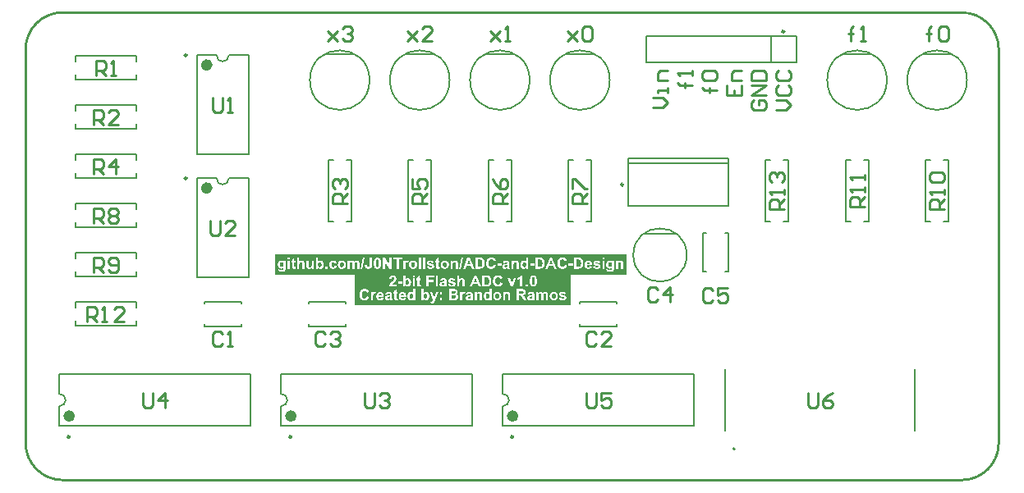
<source format=gto>
G04*
G04 #@! TF.GenerationSoftware,Altium Limited,Altium Designer,24.2.2 (26)*
G04*
G04 Layer_Color=65535*
%FSLAX44Y44*%
%MOMM*%
G71*
G04*
G04 #@! TF.SameCoordinates,B633CA84-50E2-4AB7-B583-E53219F5B88E*
G04*
G04*
G04 #@! TF.FilePolarity,Positive*
G04*
G01*
G75*
%ADD10C,0.2000*%
%ADD11C,0.2540*%
%ADD12C,0.2500*%
%ADD13C,0.1500*%
%ADD14C,0.6000*%
%ADD15C,0.1270*%
G36*
X1012978Y999327D02*
X955640D01*
Y986957D01*
Y967480D01*
X733460D01*
Y986957D01*
Y999327D01*
X650723D01*
Y1019973D01*
X1012978D01*
Y999327D01*
D02*
G37*
%LPC*%
G36*
X990525Y1016927D02*
X988340D01*
Y1014902D01*
X990525D01*
Y1016927D01*
D02*
G37*
G36*
X666139D02*
X663954D01*
Y1014902D01*
X666139D01*
Y1016927D01*
D02*
G37*
G36*
X947381Y1017112D02*
X947282D01*
X946850Y1017100D01*
X946431Y1017050D01*
X946036Y1016964D01*
X945665Y1016865D01*
X945320Y1016742D01*
X945011Y1016618D01*
X944715Y1016470D01*
X944456Y1016322D01*
X944221Y1016174D01*
X944011Y1016038D01*
X943838Y1015902D01*
X943690Y1015779D01*
X943567Y1015680D01*
X943493Y1015606D01*
X943431Y1015545D01*
X943419Y1015532D01*
X943159Y1015223D01*
X942937Y1014890D01*
X942740Y1014545D01*
X942579Y1014187D01*
X942431Y1013816D01*
X942320Y1013446D01*
X942221Y1013088D01*
X942147Y1012730D01*
X942085Y1012409D01*
X942036Y1012100D01*
X942011Y1011816D01*
X941987Y1011582D01*
X941974Y1011384D01*
X941962Y1011310D01*
Y1011113D01*
X941974Y1010619D01*
X942024Y1010162D01*
X942098Y1009730D01*
X942184Y1009323D01*
X942295Y1008940D01*
X942419Y1008595D01*
X942555Y1008274D01*
X942690Y1007990D01*
X942826Y1007730D01*
X942962Y1007508D01*
X943085Y1007323D01*
X943196Y1007163D01*
X943283Y1007039D01*
X943357Y1006953D01*
X943406Y1006891D01*
X943419Y1006879D01*
X943703Y1006607D01*
X943999Y1006373D01*
X944307Y1006163D01*
X944616Y1005990D01*
X944925Y1005842D01*
X945233Y1005718D01*
X945542Y1005607D01*
X945826Y1005533D01*
X946097Y1005459D01*
X946357Y1005422D01*
X946579Y1005385D01*
X946764Y1005360D01*
X946925Y1005348D01*
X947048Y1005336D01*
X947147D01*
X947480Y1005348D01*
X947801Y1005373D01*
X948110Y1005422D01*
X948393Y1005471D01*
X948665Y1005546D01*
X948912Y1005620D01*
X949146Y1005706D01*
X949344Y1005792D01*
X949541Y1005866D01*
X949702Y1005953D01*
X949838Y1006027D01*
X949961Y1006101D01*
X950048Y1006150D01*
X950122Y1006200D01*
X950159Y1006224D01*
X950171Y1006237D01*
X950393Y1006422D01*
X950591Y1006619D01*
X950776Y1006829D01*
X950949Y1007064D01*
X951097Y1007286D01*
X951245Y1007521D01*
X951368Y1007755D01*
X951480Y1007977D01*
X951578Y1008187D01*
X951665Y1008385D01*
X951727Y1008570D01*
X951788Y1008718D01*
X951838Y1008854D01*
X951862Y1008940D01*
X951887Y1009002D01*
Y1009027D01*
X949653Y1009718D01*
X949591Y1009496D01*
X949529Y1009274D01*
X949455Y1009076D01*
X949381Y1008903D01*
X949295Y1008730D01*
X949221Y1008582D01*
X949134Y1008446D01*
X949060Y1008323D01*
X948986Y1008224D01*
X948912Y1008126D01*
X948850Y1008051D01*
X948801Y1007990D01*
X948752Y1007940D01*
X948714Y1007903D01*
X948702Y1007891D01*
X948690Y1007879D01*
X948566Y1007780D01*
X948430Y1007693D01*
X948171Y1007545D01*
X947912Y1007447D01*
X947665Y1007373D01*
X947443Y1007335D01*
X947357Y1007311D01*
X947270D01*
X947208Y1007298D01*
X947122D01*
X946900Y1007311D01*
X946678Y1007335D01*
X946468Y1007385D01*
X946283Y1007447D01*
X946097Y1007508D01*
X945937Y1007582D01*
X945777Y1007669D01*
X945641Y1007755D01*
X945517Y1007841D01*
X945406Y1007928D01*
X945320Y1008002D01*
X945233Y1008064D01*
X945184Y1008126D01*
X945135Y1008175D01*
X945110Y1008199D01*
X945098Y1008212D01*
X944962Y1008397D01*
X944851Y1008607D01*
X944740Y1008829D01*
X944653Y1009076D01*
X944579Y1009335D01*
X944517Y1009582D01*
X944431Y1010088D01*
X944394Y1010335D01*
X944369Y1010557D01*
X944357Y1010755D01*
X944344Y1010940D01*
X944332Y1011076D01*
Y1011187D01*
Y1011261D01*
Y1011286D01*
X944344Y1011656D01*
X944369Y1012002D01*
X944406Y1012310D01*
X944456Y1012607D01*
X944517Y1012878D01*
X944579Y1013113D01*
X944653Y1013335D01*
X944727Y1013520D01*
X944789Y1013693D01*
X944863Y1013841D01*
X944925Y1013964D01*
X944986Y1014063D01*
X945036Y1014137D01*
X945073Y1014199D01*
X945098Y1014224D01*
X945110Y1014236D01*
X945258Y1014396D01*
X945431Y1014532D01*
X945591Y1014656D01*
X945764Y1014767D01*
X945937Y1014853D01*
X946110Y1014927D01*
X946283Y1014989D01*
X946443Y1015038D01*
X946591Y1015075D01*
X946727Y1015100D01*
X946850Y1015125D01*
X946962Y1015137D01*
X947048Y1015149D01*
X947171D01*
X947505Y1015125D01*
X947801Y1015063D01*
X948060Y1014989D01*
X948295Y1014890D01*
X948480Y1014791D01*
X948554Y1014754D01*
X948616Y1014717D01*
X948665Y1014680D01*
X948702Y1014656D01*
X948714Y1014643D01*
X948727Y1014631D01*
X948949Y1014421D01*
X949134Y1014199D01*
X949282Y1013964D01*
X949393Y1013742D01*
X949480Y1013545D01*
X949517Y1013458D01*
X949541Y1013384D01*
X949554Y1013323D01*
X949566Y1013273D01*
X949578Y1013248D01*
Y1013236D01*
X951850Y1013779D01*
X951776Y1014026D01*
X951689Y1014261D01*
X951591Y1014471D01*
X951504Y1014680D01*
X951405Y1014865D01*
X951307Y1015038D01*
X951208Y1015186D01*
X951122Y1015335D01*
X951023Y1015458D01*
X950949Y1015569D01*
X950875Y1015656D01*
X950801Y1015730D01*
X950751Y1015791D01*
X950714Y1015828D01*
X950689Y1015853D01*
X950677Y1015865D01*
X950418Y1016088D01*
X950159Y1016273D01*
X949875Y1016446D01*
X949591Y1016581D01*
X949307Y1016705D01*
X949023Y1016804D01*
X948752Y1016890D01*
X948492Y1016952D01*
X948245Y1017013D01*
X948011Y1017050D01*
X947801Y1017075D01*
X947628Y1017087D01*
X947480Y1017100D01*
X947381Y1017112D01*
D02*
G37*
G36*
X874031D02*
X873932D01*
X873500Y1017100D01*
X873080Y1017050D01*
X872685Y1016964D01*
X872315Y1016865D01*
X871969Y1016742D01*
X871661Y1016618D01*
X871364Y1016470D01*
X871105Y1016322D01*
X870871Y1016174D01*
X870661Y1016038D01*
X870488Y1015902D01*
X870340Y1015779D01*
X870216Y1015680D01*
X870142Y1015606D01*
X870081Y1015545D01*
X870068Y1015532D01*
X869809Y1015223D01*
X869587Y1014890D01*
X869389Y1014545D01*
X869229Y1014187D01*
X869081Y1013816D01*
X868970Y1013446D01*
X868871Y1013088D01*
X868797Y1012730D01*
X868735Y1012409D01*
X868686Y1012100D01*
X868661Y1011816D01*
X868636Y1011582D01*
X868624Y1011384D01*
X868612Y1011310D01*
Y1011113D01*
X868624Y1010619D01*
X868673Y1010162D01*
X868747Y1009730D01*
X868834Y1009323D01*
X868945Y1008940D01*
X869068Y1008595D01*
X869204Y1008274D01*
X869340Y1007990D01*
X869476Y1007730D01*
X869612Y1007508D01*
X869735Y1007323D01*
X869846Y1007163D01*
X869932Y1007039D01*
X870006Y1006953D01*
X870056Y1006891D01*
X870068Y1006879D01*
X870352Y1006607D01*
X870648Y1006373D01*
X870957Y1006163D01*
X871266Y1005990D01*
X871574Y1005842D01*
X871883Y1005718D01*
X872191Y1005607D01*
X872475Y1005533D01*
X872747Y1005459D01*
X873006Y1005422D01*
X873228Y1005385D01*
X873414Y1005360D01*
X873574Y1005348D01*
X873698Y1005336D01*
X873796D01*
X874130Y1005348D01*
X874451Y1005373D01*
X874759Y1005422D01*
X875043Y1005471D01*
X875315Y1005546D01*
X875562Y1005620D01*
X875796Y1005706D01*
X875994Y1005792D01*
X876191Y1005866D01*
X876352Y1005953D01*
X876487Y1006027D01*
X876611Y1006101D01*
X876697Y1006150D01*
X876771Y1006200D01*
X876808Y1006224D01*
X876821Y1006237D01*
X877043Y1006422D01*
X877240Y1006619D01*
X877426Y1006829D01*
X877598Y1007064D01*
X877747Y1007286D01*
X877895Y1007521D01*
X878018Y1007755D01*
X878129Y1007977D01*
X878228Y1008187D01*
X878314Y1008385D01*
X878376Y1008570D01*
X878438Y1008718D01*
X878487Y1008854D01*
X878512Y1008940D01*
X878537Y1009002D01*
Y1009027D01*
X876302Y1009718D01*
X876240Y1009496D01*
X876179Y1009274D01*
X876105Y1009076D01*
X876031Y1008903D01*
X875944Y1008730D01*
X875870Y1008582D01*
X875784Y1008446D01*
X875710Y1008323D01*
X875636Y1008224D01*
X875562Y1008126D01*
X875500Y1008051D01*
X875450Y1007990D01*
X875401Y1007940D01*
X875364Y1007903D01*
X875352Y1007891D01*
X875339Y1007879D01*
X875216Y1007780D01*
X875080Y1007693D01*
X874821Y1007545D01*
X874562Y1007447D01*
X874315Y1007373D01*
X874092Y1007335D01*
X874006Y1007311D01*
X873920D01*
X873858Y1007298D01*
X873772D01*
X873549Y1007311D01*
X873327Y1007335D01*
X873117Y1007385D01*
X872932Y1007447D01*
X872747Y1007508D01*
X872587Y1007582D01*
X872426Y1007669D01*
X872290Y1007755D01*
X872167Y1007841D01*
X872056Y1007928D01*
X871969Y1008002D01*
X871883Y1008064D01*
X871833Y1008126D01*
X871784Y1008175D01*
X871759Y1008199D01*
X871747Y1008212D01*
X871611Y1008397D01*
X871500Y1008607D01*
X871389Y1008829D01*
X871303Y1009076D01*
X871229Y1009335D01*
X871167Y1009582D01*
X871080Y1010088D01*
X871043Y1010335D01*
X871019Y1010557D01*
X871006Y1010755D01*
X870994Y1010940D01*
X870982Y1011076D01*
Y1011187D01*
Y1011261D01*
Y1011286D01*
X870994Y1011656D01*
X871019Y1012002D01*
X871056Y1012310D01*
X871105Y1012607D01*
X871167Y1012878D01*
X871229Y1013113D01*
X871303Y1013335D01*
X871377Y1013520D01*
X871439Y1013693D01*
X871513Y1013841D01*
X871574Y1013964D01*
X871636Y1014063D01*
X871685Y1014137D01*
X871722Y1014199D01*
X871747Y1014224D01*
X871759Y1014236D01*
X871908Y1014396D01*
X872080Y1014532D01*
X872241Y1014656D01*
X872414Y1014767D01*
X872587Y1014853D01*
X872759Y1014927D01*
X872932Y1014989D01*
X873093Y1015038D01*
X873241Y1015075D01*
X873377Y1015100D01*
X873500Y1015125D01*
X873611Y1015137D01*
X873698Y1015149D01*
X873821D01*
X874154Y1015125D01*
X874451Y1015063D01*
X874710Y1014989D01*
X874944Y1014890D01*
X875129Y1014791D01*
X875203Y1014754D01*
X875265Y1014717D01*
X875315Y1014680D01*
X875352Y1014656D01*
X875364Y1014643D01*
X875376Y1014631D01*
X875599Y1014421D01*
X875784Y1014199D01*
X875932Y1013964D01*
X876043Y1013742D01*
X876129Y1013545D01*
X876166Y1013458D01*
X876191Y1013384D01*
X876203Y1013323D01*
X876216Y1013273D01*
X876228Y1013248D01*
Y1013236D01*
X878500Y1013779D01*
X878425Y1014026D01*
X878339Y1014261D01*
X878240Y1014471D01*
X878154Y1014680D01*
X878055Y1014865D01*
X877956Y1015038D01*
X877858Y1015186D01*
X877771Y1015335D01*
X877672Y1015458D01*
X877598Y1015569D01*
X877524Y1015656D01*
X877450Y1015730D01*
X877401Y1015791D01*
X877364Y1015828D01*
X877339Y1015853D01*
X877327Y1015865D01*
X877067Y1016088D01*
X876808Y1016273D01*
X876524Y1016446D01*
X876240Y1016581D01*
X875956Y1016705D01*
X875673Y1016804D01*
X875401Y1016890D01*
X875142Y1016952D01*
X874895Y1017013D01*
X874660Y1017050D01*
X874451Y1017075D01*
X874278Y1017087D01*
X874130Y1017100D01*
X874031Y1017112D01*
D02*
G37*
G36*
X911916Y1016927D02*
X909731D01*
Y1012816D01*
X909533Y1013026D01*
X909336Y1013199D01*
X909138Y1013360D01*
X908928Y1013483D01*
X908731Y1013594D01*
X908533Y1013693D01*
X908336Y1013767D01*
X908151Y1013829D01*
X907978Y1013878D01*
X907830Y1013915D01*
X907694Y1013940D01*
X907570Y1013964D01*
X907472D01*
X907398Y1013977D01*
X907336D01*
X907064Y1013964D01*
X906793Y1013927D01*
X906546Y1013878D01*
X906311Y1013804D01*
X906089Y1013717D01*
X905892Y1013631D01*
X905694Y1013532D01*
X905521Y1013434D01*
X905373Y1013323D01*
X905238Y1013224D01*
X905114Y1013137D01*
X905015Y1013051D01*
X904941Y1012977D01*
X904892Y1012927D01*
X904855Y1012890D01*
X904842Y1012878D01*
X904670Y1012668D01*
X904521Y1012434D01*
X904386Y1012187D01*
X904275Y1011927D01*
X904188Y1011656D01*
X904102Y1011397D01*
X904040Y1011137D01*
X903991Y1010878D01*
X903954Y1010644D01*
X903917Y1010409D01*
X903892Y1010212D01*
X903880Y1010039D01*
Y1009891D01*
X903867Y1009792D01*
Y1009693D01*
X903880Y1009323D01*
X903917Y1008965D01*
X903966Y1008632D01*
X904028Y1008323D01*
X904102Y1008039D01*
X904188Y1007767D01*
X904275Y1007533D01*
X904373Y1007311D01*
X904472Y1007126D01*
X904558Y1006953D01*
X904645Y1006817D01*
X904719Y1006693D01*
X904781Y1006607D01*
X904842Y1006533D01*
X904867Y1006496D01*
X904880Y1006484D01*
X905077Y1006286D01*
X905275Y1006113D01*
X905484Y1005953D01*
X905682Y1005829D01*
X905892Y1005718D01*
X906089Y1005620D01*
X906287Y1005546D01*
X906472Y1005496D01*
X906645Y1005447D01*
X906805Y1005410D01*
X906953Y1005385D01*
X907077Y1005360D01*
X907176D01*
X907250Y1005348D01*
X907311D01*
X907570Y1005360D01*
X907817Y1005397D01*
X908052Y1005459D01*
X908262Y1005521D01*
X908435Y1005570D01*
X908570Y1005632D01*
X908620Y1005657D01*
X908669Y1005669D01*
X908681Y1005681D01*
X908694D01*
X908941Y1005829D01*
X909175Y1005990D01*
X909373Y1006175D01*
X909558Y1006348D01*
X909694Y1006496D01*
X909805Y1006632D01*
X909842Y1006669D01*
X909867Y1006706D01*
X909891Y1006730D01*
Y1005533D01*
X911916D01*
Y1016927D01*
D02*
G37*
G36*
X735206Y1013977D02*
X735058D01*
X734798Y1013964D01*
X734551Y1013927D01*
X734317Y1013866D01*
X734119Y1013816D01*
X733947Y1013755D01*
X733823Y1013693D01*
X733774Y1013680D01*
X733737Y1013656D01*
X733724Y1013643D01*
X733712D01*
X733477Y1013508D01*
X733268Y1013360D01*
X733070Y1013187D01*
X732885Y1013026D01*
X732749Y1012878D01*
X732638Y1012767D01*
X732589Y1012718D01*
X732564Y1012681D01*
X732552Y1012668D01*
X732539Y1012656D01*
X732391Y1012890D01*
X732231Y1013088D01*
X732070Y1013261D01*
X731922Y1013397D01*
X731786Y1013508D01*
X731675Y1013582D01*
X731601Y1013631D01*
X731589Y1013643D01*
X731576D01*
X731354Y1013755D01*
X731120Y1013841D01*
X730885Y1013890D01*
X730675Y1013940D01*
X730490Y1013964D01*
X730404D01*
X730342Y1013977D01*
X730206D01*
X729935Y1013964D01*
X729663Y1013915D01*
X729416Y1013853D01*
X729169Y1013767D01*
X728947Y1013668D01*
X728737Y1013557D01*
X728540Y1013446D01*
X728367Y1013323D01*
X728206Y1013199D01*
X728058Y1013076D01*
X727935Y1012964D01*
X727836Y1012866D01*
X727750Y1012779D01*
X727688Y1012718D01*
X727651Y1012668D01*
X727639Y1012656D01*
Y1013792D01*
X725626D01*
Y1005533D01*
X727811D01*
Y1009545D01*
Y1009755D01*
X727824Y1009952D01*
Y1010138D01*
X727836Y1010310D01*
X727848Y1010459D01*
X727861Y1010607D01*
X727886Y1010730D01*
X727898Y1010841D01*
X727910Y1010928D01*
X727935Y1011014D01*
X727947Y1011088D01*
X727960Y1011137D01*
X727972Y1011187D01*
Y1011212D01*
X727984Y1011236D01*
X728058Y1011421D01*
X728145Y1011582D01*
X728243Y1011718D01*
X728330Y1011829D01*
X728416Y1011915D01*
X728490Y1011977D01*
X728540Y1012014D01*
X728552Y1012026D01*
X728712Y1012125D01*
X728873Y1012187D01*
X729021Y1012236D01*
X729157Y1012273D01*
X729280Y1012298D01*
X729379Y1012310D01*
X729465D01*
X729614Y1012298D01*
X729750Y1012286D01*
X729861Y1012261D01*
X729959Y1012224D01*
X730033Y1012187D01*
X730083Y1012162D01*
X730120Y1012150D01*
X730132Y1012137D01*
X730219Y1012063D01*
X730293Y1011977D01*
X730404Y1011804D01*
X730441Y1011730D01*
X730465Y1011668D01*
X730490Y1011619D01*
Y1011607D01*
X730515Y1011533D01*
X730527Y1011446D01*
X730552Y1011335D01*
X730564Y1011224D01*
X730589Y1010965D01*
X730601Y1010705D01*
X730614Y1010459D01*
Y1010348D01*
Y1010249D01*
Y1010162D01*
Y1010101D01*
Y1010063D01*
Y1010051D01*
Y1005533D01*
X732798D01*
Y1009496D01*
Y1009706D01*
X732811Y1009903D01*
Y1010088D01*
X732823Y1010261D01*
X732836Y1010409D01*
X732848Y1010545D01*
X732873Y1010681D01*
X732885Y1010792D01*
X732897Y1010891D01*
X732922Y1010965D01*
X732934Y1011039D01*
X732947Y1011100D01*
X732959Y1011137D01*
Y1011174D01*
X732971Y1011199D01*
X733045Y1011397D01*
X733132Y1011557D01*
X733231Y1011705D01*
X733329Y1011816D01*
X733416Y1011903D01*
X733490Y1011977D01*
X733539Y1012014D01*
X733551Y1012026D01*
X733712Y1012125D01*
X733860Y1012187D01*
X734008Y1012236D01*
X734132Y1012273D01*
X734255Y1012298D01*
X734342Y1012310D01*
X734416D01*
X734638Y1012286D01*
X734823Y1012236D01*
X734984Y1012162D01*
X735119Y1012076D01*
X735218Y1011989D01*
X735280Y1011915D01*
X735329Y1011866D01*
X735341Y1011841D01*
X735378Y1011767D01*
X735415Y1011668D01*
X735453Y1011557D01*
X735477Y1011446D01*
X735514Y1011174D01*
X735551Y1010915D01*
X735564Y1010656D01*
Y1010545D01*
X735576Y1010446D01*
Y1010360D01*
Y1010298D01*
Y1010261D01*
Y1010249D01*
Y1005533D01*
X737761D01*
Y1011014D01*
X737749Y1011224D01*
X737736Y1011409D01*
X737724Y1011570D01*
X737712Y1011730D01*
X737687Y1011866D01*
X737662Y1011989D01*
X737650Y1012113D01*
X737625Y1012212D01*
X737600Y1012286D01*
X737576Y1012360D01*
X737563Y1012421D01*
X737551Y1012458D01*
X737539Y1012495D01*
X737526Y1012520D01*
X737403Y1012767D01*
X737255Y1012989D01*
X737094Y1013174D01*
X736946Y1013335D01*
X736798Y1013446D01*
X736687Y1013532D01*
X736613Y1013594D01*
X736601Y1013606D01*
X736588D01*
X736341Y1013730D01*
X736082Y1013816D01*
X735823Y1013890D01*
X735588Y1013927D01*
X735378Y1013952D01*
X735292Y1013964D01*
X735206Y1013977D01*
D02*
G37*
G36*
X787200D02*
X787077D01*
X786879Y1013964D01*
X786706Y1013940D01*
X786546Y1013890D01*
X786398Y1013841D01*
X786287Y1013792D01*
X786200Y1013742D01*
X786151Y1013717D01*
X786126Y1013705D01*
X786052Y1013656D01*
X785966Y1013582D01*
X785805Y1013421D01*
X785657Y1013248D01*
X785509Y1013063D01*
X785386Y1012890D01*
X785287Y1012742D01*
X785250Y1012681D01*
X785225Y1012644D01*
X785213Y1012619D01*
X785201Y1012607D01*
Y1013792D01*
X783176D01*
Y1005533D01*
X785361D01*
Y1008076D01*
Y1008459D01*
X785373Y1008804D01*
Y1009113D01*
X785386Y1009397D01*
X785398Y1009656D01*
X785410Y1009878D01*
X785435Y1010076D01*
X785447Y1010249D01*
X785460Y1010397D01*
X785484Y1010520D01*
X785497Y1010631D01*
X785509Y1010705D01*
X785521Y1010767D01*
Y1010804D01*
X785534Y1010829D01*
Y1010841D01*
X785608Y1011076D01*
X785694Y1011261D01*
X785781Y1011421D01*
X785855Y1011545D01*
X785929Y1011644D01*
X785991Y1011705D01*
X786028Y1011742D01*
X786040Y1011755D01*
X786163Y1011841D01*
X786299Y1011903D01*
X786423Y1011952D01*
X786546Y1011977D01*
X786657Y1012002D01*
X786744Y1012014D01*
X786818D01*
X787003Y1012002D01*
X787176Y1011965D01*
X787348Y1011903D01*
X787509Y1011841D01*
X787645Y1011767D01*
X787744Y1011718D01*
X787818Y1011668D01*
X787842Y1011656D01*
X788521Y1013557D01*
X788262Y1013693D01*
X788003Y1013804D01*
X787756Y1013878D01*
X787534Y1013927D01*
X787348Y1013952D01*
X787274Y1013964D01*
X787200Y1013977D01*
D02*
G37*
G36*
X1007301D02*
X1007178D01*
X1006881Y1013964D01*
X1006597Y1013915D01*
X1006326Y1013853D01*
X1006067Y1013755D01*
X1005832Y1013656D01*
X1005610Y1013532D01*
X1005400Y1013409D01*
X1005215Y1013273D01*
X1005042Y1013137D01*
X1004906Y1013014D01*
X1004770Y1012890D01*
X1004672Y1012792D01*
X1004585Y1012705D01*
X1004523Y1012631D01*
X1004486Y1012582D01*
X1004474Y1012570D01*
Y1013792D01*
X1002450D01*
Y1005533D01*
X1004635D01*
Y1009274D01*
Y1009520D01*
X1004647Y1009755D01*
Y1009965D01*
X1004659Y1010150D01*
X1004672Y1010323D01*
X1004684Y1010483D01*
X1004696Y1010619D01*
X1004721Y1010742D01*
X1004733Y1010841D01*
X1004746Y1010928D01*
X1004758Y1011002D01*
X1004770Y1011063D01*
X1004783Y1011113D01*
Y1011137D01*
X1004795Y1011162D01*
X1004869Y1011347D01*
X1004956Y1011508D01*
X1005054Y1011656D01*
X1005153Y1011767D01*
X1005252Y1011866D01*
X1005326Y1011927D01*
X1005375Y1011977D01*
X1005400Y1011989D01*
X1005573Y1012100D01*
X1005758Y1012174D01*
X1005931Y1012236D01*
X1006079Y1012273D01*
X1006227Y1012298D01*
X1006326Y1012310D01*
X1006424D01*
X1006585Y1012298D01*
X1006721Y1012273D01*
X1006844Y1012236D01*
X1006955Y1012199D01*
X1007042Y1012162D01*
X1007116Y1012125D01*
X1007153Y1012100D01*
X1007165Y1012088D01*
X1007276Y1012002D01*
X1007375Y1011903D01*
X1007449Y1011792D01*
X1007511Y1011693D01*
X1007560Y1011607D01*
X1007597Y1011533D01*
X1007622Y1011483D01*
Y1011471D01*
X1007647Y1011384D01*
X1007671Y1011286D01*
X1007696Y1011174D01*
X1007708Y1011039D01*
X1007733Y1010755D01*
X1007758Y1010459D01*
Y1010187D01*
X1007770Y1010063D01*
Y1009965D01*
Y1009866D01*
Y1009804D01*
Y1009755D01*
Y1009743D01*
Y1005533D01*
X1009955D01*
Y1011002D01*
X1009930Y1011298D01*
X1009918Y1011545D01*
X1009893Y1011755D01*
X1009869Y1011915D01*
X1009856Y1012026D01*
X1009832Y1012100D01*
Y1012125D01*
X1009782Y1012310D01*
X1009708Y1012483D01*
X1009646Y1012644D01*
X1009572Y1012779D01*
X1009498Y1012890D01*
X1009449Y1012964D01*
X1009412Y1013026D01*
X1009399Y1013038D01*
X1009276Y1013187D01*
X1009128Y1013310D01*
X1008980Y1013434D01*
X1008832Y1013520D01*
X1008708Y1013606D01*
X1008597Y1013656D01*
X1008523Y1013693D01*
X1008511Y1013705D01*
X1008498D01*
X1008276Y1013792D01*
X1008042Y1013866D01*
X1007819Y1013915D01*
X1007622Y1013940D01*
X1007437Y1013964D01*
X1007301Y1013977D01*
D02*
G37*
G36*
X899473D02*
X899349D01*
X899053Y1013964D01*
X898769Y1013915D01*
X898497Y1013853D01*
X898238Y1013755D01*
X898004Y1013656D01*
X897781Y1013532D01*
X897572Y1013409D01*
X897386Y1013273D01*
X897214Y1013137D01*
X897078Y1013014D01*
X896942Y1012890D01*
X896843Y1012792D01*
X896757Y1012705D01*
X896695Y1012631D01*
X896658Y1012582D01*
X896646Y1012570D01*
Y1013792D01*
X894621D01*
Y1005533D01*
X896806D01*
Y1009274D01*
Y1009520D01*
X896819Y1009755D01*
Y1009965D01*
X896831Y1010150D01*
X896843Y1010323D01*
X896856Y1010483D01*
X896868Y1010619D01*
X896893Y1010742D01*
X896905Y1010841D01*
X896917Y1010928D01*
X896930Y1011002D01*
X896942Y1011063D01*
X896954Y1011113D01*
Y1011137D01*
X896967Y1011162D01*
X897041Y1011347D01*
X897127Y1011508D01*
X897226Y1011656D01*
X897325Y1011767D01*
X897423Y1011866D01*
X897497Y1011927D01*
X897547Y1011977D01*
X897572Y1011989D01*
X897744Y1012100D01*
X897930Y1012174D01*
X898102Y1012236D01*
X898251Y1012273D01*
X898399Y1012298D01*
X898497Y1012310D01*
X898596D01*
X898757Y1012298D01*
X898892Y1012273D01*
X899016Y1012236D01*
X899127Y1012199D01*
X899213Y1012162D01*
X899287Y1012125D01*
X899324Y1012100D01*
X899337Y1012088D01*
X899448Y1012002D01*
X899547Y1011903D01*
X899621Y1011792D01*
X899682Y1011693D01*
X899732Y1011607D01*
X899769Y1011533D01*
X899794Y1011483D01*
Y1011471D01*
X899818Y1011384D01*
X899843Y1011286D01*
X899868Y1011174D01*
X899880Y1011039D01*
X899905Y1010755D01*
X899929Y1010459D01*
Y1010187D01*
X899942Y1010063D01*
Y1009965D01*
Y1009866D01*
Y1009804D01*
Y1009755D01*
Y1009743D01*
Y1005533D01*
X902127D01*
Y1011002D01*
X902102Y1011298D01*
X902090Y1011545D01*
X902065Y1011755D01*
X902040Y1011915D01*
X902028Y1012026D01*
X902003Y1012100D01*
Y1012125D01*
X901954Y1012310D01*
X901880Y1012483D01*
X901818Y1012644D01*
X901744Y1012779D01*
X901670Y1012890D01*
X901620Y1012964D01*
X901583Y1013026D01*
X901571Y1013038D01*
X901448Y1013187D01*
X901300Y1013310D01*
X901152Y1013434D01*
X901003Y1013520D01*
X900880Y1013606D01*
X900769Y1013656D01*
X900695Y1013693D01*
X900682Y1013705D01*
X900670D01*
X900448Y1013792D01*
X900213Y1013866D01*
X899991Y1013915D01*
X899794Y1013940D01*
X899608Y1013964D01*
X899473Y1013977D01*
D02*
G37*
G36*
X836714D02*
X836590D01*
X836294Y1013964D01*
X836010Y1013915D01*
X835739Y1013853D01*
X835479Y1013755D01*
X835245Y1013656D01*
X835023Y1013532D01*
X834813Y1013409D01*
X834628Y1013273D01*
X834455Y1013137D01*
X834319Y1013014D01*
X834183Y1012890D01*
X834084Y1012792D01*
X833998Y1012705D01*
X833936Y1012631D01*
X833899Y1012582D01*
X833887Y1012570D01*
Y1013792D01*
X831862D01*
Y1005533D01*
X834047D01*
Y1009274D01*
Y1009520D01*
X834060Y1009755D01*
Y1009965D01*
X834072Y1010150D01*
X834084Y1010323D01*
X834097Y1010483D01*
X834109Y1010619D01*
X834134Y1010742D01*
X834146Y1010841D01*
X834158Y1010928D01*
X834171Y1011002D01*
X834183Y1011063D01*
X834195Y1011113D01*
Y1011137D01*
X834208Y1011162D01*
X834282Y1011347D01*
X834368Y1011508D01*
X834467Y1011656D01*
X834566Y1011767D01*
X834665Y1011866D01*
X834739Y1011927D01*
X834788Y1011977D01*
X834813Y1011989D01*
X834986Y1012100D01*
X835171Y1012174D01*
X835343Y1012236D01*
X835492Y1012273D01*
X835640Y1012298D01*
X835739Y1012310D01*
X835837D01*
X835998Y1012298D01*
X836133Y1012273D01*
X836257Y1012236D01*
X836368Y1012199D01*
X836454Y1012162D01*
X836528Y1012125D01*
X836566Y1012100D01*
X836578Y1012088D01*
X836689Y1012002D01*
X836788Y1011903D01*
X836862Y1011792D01*
X836924Y1011693D01*
X836973Y1011607D01*
X837010Y1011533D01*
X837035Y1011483D01*
Y1011471D01*
X837059Y1011384D01*
X837084Y1011286D01*
X837109Y1011174D01*
X837121Y1011039D01*
X837146Y1010755D01*
X837170Y1010459D01*
Y1010187D01*
X837183Y1010063D01*
Y1009965D01*
Y1009866D01*
Y1009804D01*
Y1009755D01*
Y1009743D01*
Y1005533D01*
X839368D01*
Y1011002D01*
X839343Y1011298D01*
X839331Y1011545D01*
X839306Y1011755D01*
X839281Y1011915D01*
X839269Y1012026D01*
X839244Y1012100D01*
Y1012125D01*
X839195Y1012310D01*
X839121Y1012483D01*
X839059Y1012644D01*
X838985Y1012779D01*
X838911Y1012890D01*
X838862Y1012964D01*
X838825Y1013026D01*
X838812Y1013038D01*
X838689Y1013187D01*
X838541Y1013310D01*
X838392Y1013434D01*
X838244Y1013520D01*
X838121Y1013606D01*
X838010Y1013656D01*
X837936Y1013693D01*
X837923Y1013705D01*
X837911D01*
X837689Y1013792D01*
X837454Y1013866D01*
X837232Y1013915D01*
X837035Y1013940D01*
X836850Y1013964D01*
X836714Y1013977D01*
D02*
G37*
G36*
X982637D02*
X982476D01*
X982155Y1013964D01*
X981859Y1013940D01*
X981575Y1013903D01*
X981316Y1013866D01*
X981081Y1013804D01*
X980872Y1013742D01*
X980674Y1013680D01*
X980501Y1013606D01*
X980353Y1013532D01*
X980217Y1013471D01*
X980106Y1013409D01*
X980020Y1013347D01*
X979946Y1013310D01*
X979896Y1013273D01*
X979872Y1013248D01*
X979859Y1013236D01*
X979711Y1013100D01*
X979588Y1012952D01*
X979477Y1012804D01*
X979378Y1012644D01*
X979292Y1012495D01*
X979230Y1012347D01*
X979131Y1012063D01*
X979094Y1011927D01*
X979069Y1011816D01*
X979045Y1011705D01*
X979032Y1011619D01*
X979020Y1011533D01*
Y1011483D01*
Y1011446D01*
Y1011434D01*
X979032Y1011224D01*
X979057Y1011014D01*
X979106Y1010829D01*
X979168Y1010644D01*
X979242Y1010483D01*
X979329Y1010323D01*
X979415Y1010187D01*
X979514Y1010063D01*
X979600Y1009952D01*
X979687Y1009854D01*
X979773Y1009767D01*
X979847Y1009706D01*
X979909Y1009656D01*
X979958Y1009619D01*
X979983Y1009594D01*
X979995Y1009582D01*
X980143Y1009496D01*
X980341Y1009397D01*
X980563Y1009311D01*
X980810Y1009212D01*
X981081Y1009125D01*
X981365Y1009039D01*
X981921Y1008866D01*
X982205Y1008792D01*
X982464Y1008730D01*
X982699Y1008669D01*
X982908Y1008619D01*
X983081Y1008582D01*
X983217Y1008545D01*
X983266Y1008533D01*
X983303D01*
X983316Y1008521D01*
X983328D01*
X983526Y1008471D01*
X983686Y1008422D01*
X983810Y1008372D01*
X983908Y1008323D01*
X983970Y1008286D01*
X984019Y1008249D01*
X984044Y1008237D01*
X984056Y1008224D01*
X984106Y1008163D01*
X984155Y1008088D01*
X984192Y1007965D01*
X984205Y1007903D01*
X984217Y1007854D01*
Y1007829D01*
Y1007817D01*
X984205Y1007681D01*
X984168Y1007570D01*
X984118Y1007471D01*
X984069Y1007385D01*
X984019Y1007323D01*
X983970Y1007274D01*
X983933Y1007249D01*
X983921Y1007237D01*
X983748Y1007138D01*
X983550Y1007064D01*
X983341Y1007002D01*
X983131Y1006965D01*
X982945Y1006940D01*
X982859D01*
X982785Y1006928D01*
X982649D01*
X982378Y1006940D01*
X982143Y1006977D01*
X981933Y1007027D01*
X981760Y1007088D01*
X981625Y1007150D01*
X981526Y1007200D01*
X981477Y1007237D01*
X981452Y1007249D01*
X981304Y1007385D01*
X981193Y1007533D01*
X981094Y1007693D01*
X981020Y1007854D01*
X980958Y1007990D01*
X980921Y1008113D01*
X980909Y1008187D01*
X980896Y1008199D01*
Y1008212D01*
X978711Y1007879D01*
X978773Y1007669D01*
X978847Y1007459D01*
X978933Y1007274D01*
X979032Y1007101D01*
X979143Y1006928D01*
X979242Y1006780D01*
X979353Y1006644D01*
X979464Y1006508D01*
X979563Y1006397D01*
X979662Y1006299D01*
X979748Y1006224D01*
X979822Y1006150D01*
X979896Y1006101D01*
X979946Y1006064D01*
X979970Y1006039D01*
X979983Y1006027D01*
X980180Y1005903D01*
X980378Y1005805D01*
X980600Y1005718D01*
X980822Y1005632D01*
X981267Y1005508D01*
X981699Y1005434D01*
X981896Y1005410D01*
X982069Y1005385D01*
X982242Y1005373D01*
X982378Y1005360D01*
X982501Y1005348D01*
X982662D01*
X982995Y1005360D01*
X983316Y1005385D01*
X983612Y1005422D01*
X983884Y1005471D01*
X984130Y1005533D01*
X984365Y1005607D01*
X984575Y1005681D01*
X984760Y1005755D01*
X984921Y1005829D01*
X985069Y1005903D01*
X985192Y1005977D01*
X985291Y1006039D01*
X985365Y1006089D01*
X985414Y1006126D01*
X985451Y1006150D01*
X985464Y1006163D01*
X985637Y1006323D01*
X985772Y1006484D01*
X985908Y1006644D01*
X986019Y1006817D01*
X986106Y1006977D01*
X986180Y1007138D01*
X986241Y1007298D01*
X986291Y1007447D01*
X986340Y1007582D01*
X986365Y1007706D01*
X986389Y1007829D01*
X986402Y1007928D01*
X986414Y1008002D01*
Y1008113D01*
X986402Y1008298D01*
X986389Y1008484D01*
X986303Y1008804D01*
X986192Y1009076D01*
X986069Y1009311D01*
X986007Y1009409D01*
X985945Y1009496D01*
X985883Y1009570D01*
X985834Y1009619D01*
X985785Y1009669D01*
X985748Y1009706D01*
X985735Y1009718D01*
X985723Y1009730D01*
X985587Y1009841D01*
X985414Y1009940D01*
X985241Y1010039D01*
X985056Y1010125D01*
X984649Y1010298D01*
X984254Y1010434D01*
X984056Y1010496D01*
X983884Y1010545D01*
X983711Y1010594D01*
X983575Y1010631D01*
X983452Y1010668D01*
X983365Y1010693D01*
X983316Y1010705D01*
X983291D01*
X982982Y1010779D01*
X982699Y1010841D01*
X982452Y1010915D01*
X982242Y1010965D01*
X982044Y1011026D01*
X981884Y1011076D01*
X981736Y1011125D01*
X981625Y1011162D01*
X981526Y1011199D01*
X981439Y1011236D01*
X981378Y1011261D01*
X981328Y1011286D01*
X981291Y1011298D01*
X981267Y1011310D01*
X981254Y1011323D01*
X981180Y1011384D01*
X981131Y1011459D01*
X981094Y1011520D01*
X981069Y1011582D01*
X981057Y1011631D01*
X981044Y1011681D01*
Y1011705D01*
Y1011718D01*
X981057Y1011816D01*
X981081Y1011903D01*
X981118Y1011977D01*
X981168Y1012039D01*
X981217Y1012088D01*
X981254Y1012137D01*
X981279Y1012150D01*
X981291Y1012162D01*
X981452Y1012249D01*
X981637Y1012310D01*
X981847Y1012347D01*
X982044Y1012384D01*
X982230Y1012397D01*
X982378Y1012409D01*
X982513D01*
X982748Y1012397D01*
X982970Y1012372D01*
X983143Y1012323D01*
X983291Y1012286D01*
X983415Y1012236D01*
X983489Y1012187D01*
X983550Y1012162D01*
X983563Y1012150D01*
X983686Y1012039D01*
X983797Y1011927D01*
X983884Y1011804D01*
X983958Y1011681D01*
X984007Y1011570D01*
X984044Y1011483D01*
X984069Y1011434D01*
Y1011409D01*
X986130Y1011792D01*
X985994Y1012174D01*
X985908Y1012347D01*
X985822Y1012495D01*
X985723Y1012644D01*
X985624Y1012779D01*
X985525Y1012903D01*
X985439Y1013014D01*
X985340Y1013100D01*
X985266Y1013187D01*
X985180Y1013261D01*
X985118Y1013323D01*
X985056Y1013360D01*
X985019Y1013397D01*
X984995Y1013421D01*
X984982D01*
X984822Y1013520D01*
X984637Y1013606D01*
X984452Y1013680D01*
X984242Y1013742D01*
X983834Y1013841D01*
X983427Y1013903D01*
X983229Y1013927D01*
X983057Y1013952D01*
X982896Y1013964D01*
X982748D01*
X982637Y1013977D01*
D02*
G37*
G36*
X811173D02*
X811013D01*
X810692Y1013964D01*
X810395Y1013940D01*
X810111Y1013903D01*
X809852Y1013866D01*
X809618Y1013804D01*
X809408Y1013742D01*
X809210Y1013680D01*
X809037Y1013606D01*
X808889Y1013532D01*
X808754Y1013471D01*
X808643Y1013409D01*
X808556Y1013347D01*
X808482Y1013310D01*
X808433Y1013273D01*
X808408Y1013248D01*
X808396Y1013236D01*
X808248Y1013100D01*
X808124Y1012952D01*
X808013Y1012804D01*
X807914Y1012644D01*
X807828Y1012495D01*
X807766Y1012347D01*
X807667Y1012063D01*
X807630Y1011927D01*
X807606Y1011816D01*
X807581Y1011705D01*
X807569Y1011619D01*
X807556Y1011533D01*
Y1011483D01*
Y1011446D01*
Y1011434D01*
X807569Y1011224D01*
X807593Y1011014D01*
X807643Y1010829D01*
X807704Y1010644D01*
X807778Y1010483D01*
X807865Y1010323D01*
X807951Y1010187D01*
X808050Y1010063D01*
X808136Y1009952D01*
X808223Y1009854D01*
X808309Y1009767D01*
X808383Y1009706D01*
X808445Y1009656D01*
X808494Y1009619D01*
X808519Y1009594D01*
X808531Y1009582D01*
X808680Y1009496D01*
X808877Y1009397D01*
X809099Y1009311D01*
X809346Y1009212D01*
X809618Y1009125D01*
X809902Y1009039D01*
X810457Y1008866D01*
X810741Y1008792D01*
X811000Y1008730D01*
X811235Y1008669D01*
X811445Y1008619D01*
X811618Y1008582D01*
X811753Y1008545D01*
X811803Y1008533D01*
X811840D01*
X811852Y1008521D01*
X811864D01*
X812062Y1008471D01*
X812222Y1008422D01*
X812346Y1008372D01*
X812445Y1008323D01*
X812506Y1008286D01*
X812556Y1008249D01*
X812580Y1008237D01*
X812593Y1008224D01*
X812642Y1008163D01*
X812691Y1008088D01*
X812729Y1007965D01*
X812741Y1007903D01*
X812753Y1007854D01*
Y1007829D01*
Y1007817D01*
X812741Y1007681D01*
X812704Y1007570D01*
X812654Y1007471D01*
X812605Y1007385D01*
X812556Y1007323D01*
X812506Y1007274D01*
X812469Y1007249D01*
X812457Y1007237D01*
X812284Y1007138D01*
X812087Y1007064D01*
X811877Y1007002D01*
X811667Y1006965D01*
X811482Y1006940D01*
X811395D01*
X811321Y1006928D01*
X811186D01*
X810914Y1006940D01*
X810679Y1006977D01*
X810470Y1007027D01*
X810297Y1007088D01*
X810161Y1007150D01*
X810062Y1007200D01*
X810013Y1007237D01*
X809988Y1007249D01*
X809840Y1007385D01*
X809729Y1007533D01*
X809630Y1007693D01*
X809556Y1007854D01*
X809494Y1007990D01*
X809457Y1008113D01*
X809445Y1008187D01*
X809433Y1008199D01*
Y1008212D01*
X807248Y1007879D01*
X807309Y1007669D01*
X807383Y1007459D01*
X807470Y1007274D01*
X807569Y1007101D01*
X807680Y1006928D01*
X807778Y1006780D01*
X807889Y1006644D01*
X808001Y1006508D01*
X808099Y1006397D01*
X808198Y1006299D01*
X808285Y1006224D01*
X808359Y1006150D01*
X808433Y1006101D01*
X808482Y1006064D01*
X808507Y1006039D01*
X808519Y1006027D01*
X808717Y1005903D01*
X808914Y1005805D01*
X809136Y1005718D01*
X809359Y1005632D01*
X809803Y1005508D01*
X810235Y1005434D01*
X810433Y1005410D01*
X810605Y1005385D01*
X810778Y1005373D01*
X810914Y1005360D01*
X811037Y1005348D01*
X811198D01*
X811531Y1005360D01*
X811852Y1005385D01*
X812148Y1005422D01*
X812420Y1005471D01*
X812667Y1005533D01*
X812901Y1005607D01*
X813111Y1005681D01*
X813296Y1005755D01*
X813457Y1005829D01*
X813605Y1005903D01*
X813728Y1005977D01*
X813827Y1006039D01*
X813901Y1006089D01*
X813951Y1006126D01*
X813988Y1006150D01*
X814000Y1006163D01*
X814173Y1006323D01*
X814309Y1006484D01*
X814444Y1006644D01*
X814556Y1006817D01*
X814642Y1006977D01*
X814716Y1007138D01*
X814778Y1007298D01*
X814827Y1007447D01*
X814876Y1007582D01*
X814901Y1007706D01*
X814926Y1007829D01*
X814938Y1007928D01*
X814950Y1008002D01*
Y1008113D01*
X814938Y1008298D01*
X814926Y1008484D01*
X814839Y1008804D01*
X814728Y1009076D01*
X814605Y1009311D01*
X814543Y1009409D01*
X814481Y1009496D01*
X814420Y1009570D01*
X814370Y1009619D01*
X814321Y1009669D01*
X814284Y1009706D01*
X814272Y1009718D01*
X814259Y1009730D01*
X814123Y1009841D01*
X813951Y1009940D01*
X813778Y1010039D01*
X813593Y1010125D01*
X813185Y1010298D01*
X812790Y1010434D01*
X812593Y1010496D01*
X812420Y1010545D01*
X812247Y1010594D01*
X812111Y1010631D01*
X811988Y1010668D01*
X811901Y1010693D01*
X811852Y1010705D01*
X811827D01*
X811519Y1010779D01*
X811235Y1010841D01*
X810988Y1010915D01*
X810778Y1010965D01*
X810581Y1011026D01*
X810420Y1011076D01*
X810272Y1011125D01*
X810161Y1011162D01*
X810062Y1011199D01*
X809976Y1011236D01*
X809914Y1011261D01*
X809865Y1011286D01*
X809828Y1011298D01*
X809803Y1011310D01*
X809791Y1011323D01*
X809716Y1011384D01*
X809667Y1011459D01*
X809630Y1011520D01*
X809605Y1011582D01*
X809593Y1011631D01*
X809581Y1011681D01*
Y1011705D01*
Y1011718D01*
X809593Y1011816D01*
X809618Y1011903D01*
X809655Y1011977D01*
X809704Y1012039D01*
X809753Y1012088D01*
X809791Y1012137D01*
X809815Y1012150D01*
X809828Y1012162D01*
X809988Y1012249D01*
X810173Y1012310D01*
X810383Y1012347D01*
X810581Y1012384D01*
X810766Y1012397D01*
X810914Y1012409D01*
X811050D01*
X811284Y1012397D01*
X811506Y1012372D01*
X811679Y1012323D01*
X811827Y1012286D01*
X811951Y1012236D01*
X812025Y1012187D01*
X812087Y1012162D01*
X812099Y1012150D01*
X812222Y1012039D01*
X812334Y1011927D01*
X812420Y1011804D01*
X812494Y1011681D01*
X812543Y1011570D01*
X812580Y1011483D01*
X812605Y1011434D01*
Y1011409D01*
X814667Y1011792D01*
X814531Y1012174D01*
X814444Y1012347D01*
X814358Y1012495D01*
X814259Y1012644D01*
X814161Y1012779D01*
X814062Y1012903D01*
X813975Y1013014D01*
X813877Y1013100D01*
X813802Y1013187D01*
X813716Y1013261D01*
X813654Y1013323D01*
X813593Y1013360D01*
X813556Y1013397D01*
X813531Y1013421D01*
X813519D01*
X813358Y1013520D01*
X813173Y1013606D01*
X812988Y1013680D01*
X812778Y1013742D01*
X812371Y1013841D01*
X811963Y1013903D01*
X811766Y1013927D01*
X811593Y1013952D01*
X811432Y1013964D01*
X811284D01*
X811173Y1013977D01*
D02*
G37*
G36*
X710887D02*
X710739D01*
X710406Y1013964D01*
X710085Y1013927D01*
X709789Y1013866D01*
X709505Y1013804D01*
X709245Y1013705D01*
X709011Y1013619D01*
X708789Y1013508D01*
X708591Y1013409D01*
X708418Y1013298D01*
X708258Y1013187D01*
X708134Y1013100D01*
X708023Y1013014D01*
X707937Y1012940D01*
X707875Y1012878D01*
X707838Y1012841D01*
X707826Y1012829D01*
X707641Y1012607D01*
X707468Y1012372D01*
X707332Y1012113D01*
X707209Y1011853D01*
X707097Y1011582D01*
X707011Y1011323D01*
X706949Y1011063D01*
X706888Y1010816D01*
X706838Y1010570D01*
X706814Y1010348D01*
X706789Y1010150D01*
X706764Y1009977D01*
Y1009841D01*
X706752Y1009730D01*
Y1009644D01*
X706764Y1009274D01*
X706801Y1008928D01*
X706851Y1008607D01*
X706925Y1008298D01*
X706999Y1008014D01*
X707097Y1007755D01*
X707184Y1007521D01*
X707295Y1007311D01*
X707394Y1007126D01*
X707493Y1006953D01*
X707579Y1006817D01*
X707653Y1006693D01*
X707727Y1006607D01*
X707776Y1006533D01*
X707813Y1006496D01*
X707826Y1006484D01*
X708036Y1006286D01*
X708258Y1006113D01*
X708492Y1005953D01*
X708727Y1005829D01*
X708974Y1005718D01*
X709208Y1005620D01*
X709443Y1005546D01*
X709665Y1005496D01*
X709875Y1005447D01*
X710072Y1005410D01*
X710258Y1005385D01*
X710406Y1005360D01*
X710529D01*
X710628Y1005348D01*
X710702D01*
X710998Y1005360D01*
X711270Y1005385D01*
X711529Y1005422D01*
X711764Y1005459D01*
X711998Y1005521D01*
X712208Y1005583D01*
X712393Y1005644D01*
X712566Y1005718D01*
X712714Y1005792D01*
X712850Y1005854D01*
X712961Y1005916D01*
X713060Y1005977D01*
X713134Y1006015D01*
X713196Y1006052D01*
X713220Y1006076D01*
X713233Y1006089D01*
X713406Y1006237D01*
X713566Y1006397D01*
X713702Y1006570D01*
X713838Y1006755D01*
X713961Y1006940D01*
X714060Y1007126D01*
X714233Y1007484D01*
X714307Y1007656D01*
X714368Y1007817D01*
X714418Y1007953D01*
X714455Y1008076D01*
X714492Y1008187D01*
X714517Y1008261D01*
X714529Y1008311D01*
Y1008323D01*
X712381Y1008693D01*
X712307Y1008397D01*
X712220Y1008138D01*
X712122Y1007928D01*
X712035Y1007755D01*
X711949Y1007632D01*
X711875Y1007545D01*
X711825Y1007484D01*
X711813Y1007471D01*
X711653Y1007360D01*
X711492Y1007274D01*
X711319Y1007212D01*
X711159Y1007175D01*
X711023Y1007150D01*
X710900Y1007126D01*
X710801D01*
X710653Y1007138D01*
X710505Y1007150D01*
X710233Y1007224D01*
X710011Y1007323D01*
X709826Y1007434D01*
X709665Y1007545D01*
X709554Y1007632D01*
X709492Y1007706D01*
X709468Y1007718D01*
Y1007730D01*
X709381Y1007854D01*
X709307Y1007990D01*
X709245Y1008150D01*
X709184Y1008311D01*
X709110Y1008656D01*
X709048Y1008990D01*
X709023Y1009162D01*
X709011Y1009311D01*
X708998Y1009446D01*
Y1009570D01*
X708986Y1009669D01*
Y1009743D01*
Y1009792D01*
Y1009804D01*
Y1010039D01*
X709011Y1010261D01*
X709036Y1010471D01*
X709060Y1010656D01*
X709097Y1010829D01*
X709134Y1010977D01*
X709184Y1011125D01*
X709233Y1011249D01*
X709270Y1011347D01*
X709320Y1011446D01*
X709357Y1011520D01*
X709394Y1011582D01*
X709418Y1011631D01*
X709443Y1011668D01*
X709468Y1011681D01*
Y1011693D01*
X709566Y1011792D01*
X709665Y1011878D01*
X709875Y1012026D01*
X710085Y1012125D01*
X710295Y1012187D01*
X710480Y1012236D01*
X710566Y1012249D01*
X710628D01*
X710690Y1012261D01*
X710764D01*
X710986Y1012249D01*
X711183Y1012212D01*
X711356Y1012150D01*
X711492Y1012100D01*
X711616Y1012039D01*
X711690Y1011977D01*
X711751Y1011940D01*
X711764Y1011927D01*
X711899Y1011792D01*
X712011Y1011644D01*
X712097Y1011483D01*
X712171Y1011335D01*
X712208Y1011199D01*
X712245Y1011076D01*
X712270Y1011002D01*
Y1010989D01*
Y1010977D01*
X714418Y1011360D01*
X714344Y1011594D01*
X714245Y1011829D01*
X714158Y1012026D01*
X714047Y1012224D01*
X713949Y1012397D01*
X713838Y1012557D01*
X713726Y1012705D01*
X713628Y1012841D01*
X713529Y1012952D01*
X713443Y1013051D01*
X713356Y1013137D01*
X713282Y1013199D01*
X713220Y1013261D01*
X713171Y1013298D01*
X713146Y1013310D01*
X713134Y1013323D01*
X712961Y1013434D01*
X712776Y1013545D01*
X712578Y1013631D01*
X712381Y1013705D01*
X711986Y1013816D01*
X711603Y1013890D01*
X711430Y1013927D01*
X711258Y1013940D01*
X711122Y1013952D01*
X710986Y1013964D01*
X710887Y1013977D01*
D02*
G37*
G36*
X771140Y1016927D02*
X769017D01*
Y1009274D01*
X764326Y1016927D01*
X762104D01*
Y1005533D01*
X764227D01*
Y1013014D01*
X768844Y1005533D01*
X771140D01*
Y1016927D01*
D02*
G37*
G36*
X957886Y1010755D02*
X953590D01*
Y1008570D01*
X957886D01*
Y1010755D01*
D02*
G37*
G36*
X918113D02*
X913817D01*
Y1008570D01*
X918113D01*
Y1010755D01*
D02*
G37*
G36*
X884536D02*
X880240D01*
Y1008570D01*
X884536D01*
Y1010755D01*
D02*
G37*
G36*
X750784Y1016927D02*
X748488D01*
Y1009545D01*
Y1009298D01*
X748476Y1009076D01*
X748464Y1008866D01*
X748439Y1008681D01*
X748414Y1008508D01*
X748390Y1008360D01*
X748353Y1008224D01*
X748328Y1008113D01*
X748303Y1008014D01*
X748266Y1007928D01*
X748241Y1007866D01*
X748217Y1007804D01*
X748192Y1007767D01*
X748180Y1007743D01*
X748167Y1007718D01*
X748031Y1007570D01*
X747859Y1007471D01*
X747686Y1007397D01*
X747501Y1007335D01*
X747340Y1007311D01*
X747204Y1007298D01*
X747155Y1007286D01*
X747081D01*
X746945Y1007298D01*
X746809Y1007311D01*
X746587Y1007385D01*
X746390Y1007484D01*
X746229Y1007595D01*
X746106Y1007706D01*
X746019Y1007792D01*
X745958Y1007866D01*
X745945Y1007879D01*
Y1007891D01*
X745896Y1007977D01*
X745859Y1008064D01*
X745797Y1008286D01*
X745748Y1008508D01*
X745711Y1008743D01*
X745686Y1008952D01*
X745674Y1009039D01*
Y1009125D01*
X745661Y1009187D01*
Y1009249D01*
Y1009274D01*
Y1009286D01*
X743489Y1009039D01*
X743501Y1008706D01*
X743526Y1008397D01*
X743575Y1008101D01*
X743637Y1007829D01*
X743699Y1007582D01*
X743773Y1007360D01*
X743859Y1007150D01*
X743945Y1006965D01*
X744032Y1006805D01*
X744118Y1006656D01*
X744192Y1006533D01*
X744254Y1006434D01*
X744316Y1006360D01*
X744365Y1006311D01*
X744390Y1006274D01*
X744402Y1006262D01*
X744587Y1006101D01*
X744773Y1005953D01*
X744983Y1005829D01*
X745192Y1005718D01*
X745415Y1005632D01*
X745624Y1005558D01*
X745834Y1005496D01*
X746044Y1005447D01*
X746242Y1005397D01*
X746414Y1005373D01*
X746575Y1005348D01*
X746723Y1005336D01*
X746834D01*
X746920Y1005323D01*
X746995D01*
X747254Y1005336D01*
X747513Y1005348D01*
X747748Y1005373D01*
X747970Y1005422D01*
X748167Y1005459D01*
X748365Y1005508D01*
X748538Y1005570D01*
X748698Y1005620D01*
X748834Y1005681D01*
X748957Y1005731D01*
X749069Y1005780D01*
X749155Y1005829D01*
X749229Y1005866D01*
X749278Y1005891D01*
X749303Y1005903D01*
X749315Y1005916D01*
X749476Y1006039D01*
X749624Y1006163D01*
X749871Y1006422D01*
X750081Y1006693D01*
X750254Y1006940D01*
X750377Y1007175D01*
X750426Y1007274D01*
X750463Y1007360D01*
X750488Y1007422D01*
X750513Y1007471D01*
X750525Y1007508D01*
Y1007521D01*
X750574Y1007669D01*
X750611Y1007829D01*
X750673Y1008187D01*
X750723Y1008545D01*
X750747Y1008891D01*
X750760Y1009051D01*
X750772Y1009212D01*
Y1009348D01*
X750784Y1009459D01*
Y1016927D01*
D02*
G37*
G36*
X690828Y1013792D02*
X688643D01*
Y1010298D01*
Y1009977D01*
X688630Y1009693D01*
Y1009434D01*
X688618Y1009212D01*
X688606Y1009002D01*
X688593Y1008817D01*
X688568Y1008656D01*
X688556Y1008521D01*
X688544Y1008409D01*
X688519Y1008311D01*
X688507Y1008237D01*
X688494Y1008175D01*
X688482Y1008126D01*
Y1008101D01*
X688470Y1008076D01*
X688396Y1007916D01*
X688309Y1007767D01*
X688211Y1007632D01*
X688112Y1007521D01*
X688013Y1007434D01*
X687939Y1007373D01*
X687890Y1007323D01*
X687865Y1007311D01*
X687704Y1007212D01*
X687532Y1007138D01*
X687359Y1007088D01*
X687211Y1007051D01*
X687075Y1007027D01*
X686976Y1007014D01*
X686877D01*
X686704Y1007027D01*
X686544Y1007051D01*
X686408Y1007088D01*
X686285Y1007126D01*
X686186Y1007163D01*
X686124Y1007200D01*
X686075Y1007224D01*
X686063Y1007237D01*
X685952Y1007335D01*
X685865Y1007434D01*
X685791Y1007533D01*
X685729Y1007632D01*
X685692Y1007718D01*
X685655Y1007792D01*
X685643Y1007841D01*
X685631Y1007854D01*
X685606Y1007940D01*
X685593Y1008064D01*
X685581Y1008199D01*
X685569Y1008360D01*
X685556Y1008521D01*
X685544Y1008706D01*
X685532Y1009076D01*
Y1009249D01*
Y1009422D01*
X685519Y1009570D01*
Y1009718D01*
Y1009829D01*
Y1009915D01*
Y1009965D01*
Y1009989D01*
Y1013792D01*
X683335D01*
Y1008558D01*
X683347Y1008150D01*
X683359Y1007953D01*
X683384Y1007780D01*
X683396Y1007619D01*
X683421Y1007471D01*
X683446Y1007335D01*
X683483Y1007212D01*
X683507Y1007101D01*
X683532Y1007002D01*
X683557Y1006916D01*
X683569Y1006854D01*
X683594Y1006805D01*
X683606Y1006768D01*
X683618Y1006743D01*
Y1006730D01*
X683742Y1006496D01*
X683890Y1006299D01*
X684051Y1006113D01*
X684211Y1005977D01*
X684347Y1005854D01*
X684458Y1005780D01*
X684507Y1005743D01*
X684544Y1005718D01*
X684557Y1005706D01*
X684569D01*
X684828Y1005583D01*
X685087Y1005496D01*
X685334Y1005434D01*
X685569Y1005397D01*
X685766Y1005373D01*
X685853Y1005360D01*
X685927Y1005348D01*
X686063D01*
X686359Y1005360D01*
X686643Y1005410D01*
X686914Y1005471D01*
X687137Y1005533D01*
X687334Y1005607D01*
X687408Y1005632D01*
X687482Y1005657D01*
X687532Y1005681D01*
X687569Y1005706D01*
X687593Y1005718D01*
X687606D01*
X687865Y1005879D01*
X688112Y1006039D01*
X688309Y1006224D01*
X688482Y1006385D01*
X688618Y1006533D01*
X688717Y1006656D01*
X688754Y1006706D01*
X688778Y1006743D01*
X688803Y1006755D01*
Y1005533D01*
X690828D01*
Y1013792D01*
D02*
G37*
G36*
X990525D02*
X988340D01*
Y1005533D01*
X990525D01*
Y1013792D01*
D02*
G37*
G36*
X963589Y1016927D02*
X959158D01*
Y1005533D01*
X963713D01*
X963935Y1005546D01*
X964145Y1005558D01*
X964330Y1005570D01*
X964515Y1005583D01*
X964688Y1005607D01*
X964836Y1005632D01*
X964972Y1005657D01*
X965096Y1005669D01*
X965207Y1005694D01*
X965305Y1005718D01*
X965379Y1005731D01*
X965441Y1005743D01*
X965478Y1005755D01*
X965503Y1005768D01*
X965515D01*
X965873Y1005903D01*
X966194Y1006052D01*
X966466Y1006200D01*
X966700Y1006348D01*
X966799Y1006410D01*
X966885Y1006471D01*
X966947Y1006533D01*
X967009Y1006582D01*
X967058Y1006619D01*
X967095Y1006656D01*
X967108Y1006669D01*
X967120Y1006681D01*
X967404Y1006990D01*
X967651Y1007323D01*
X967861Y1007656D01*
X968033Y1007977D01*
X968108Y1008126D01*
X968169Y1008261D01*
X968219Y1008385D01*
X968268Y1008484D01*
X968293Y1008570D01*
X968317Y1008644D01*
X968342Y1008681D01*
Y1008693D01*
X968465Y1009088D01*
X968552Y1009496D01*
X968614Y1009903D01*
X968651Y1010286D01*
X968675Y1010459D01*
X968688Y1010619D01*
Y1010755D01*
X968700Y1010878D01*
Y1011409D01*
X968688Y1011693D01*
X968663Y1011952D01*
X968638Y1012212D01*
X968614Y1012446D01*
X968577Y1012668D01*
X968540Y1012878D01*
X968515Y1013063D01*
X968478Y1013224D01*
X968441Y1013372D01*
X968404Y1013508D01*
X968379Y1013606D01*
X968354Y1013693D01*
X968330Y1013755D01*
X968317Y1013792D01*
Y1013804D01*
X968169Y1014199D01*
X967996Y1014557D01*
X967811Y1014878D01*
X967725Y1015014D01*
X967638Y1015137D01*
X967552Y1015260D01*
X967478Y1015359D01*
X967404Y1015446D01*
X967355Y1015520D01*
X967305Y1015582D01*
X967268Y1015619D01*
X967243Y1015643D01*
X967231Y1015656D01*
X966947Y1015915D01*
X966663Y1016137D01*
X966379Y1016322D01*
X966108Y1016458D01*
X965873Y1016569D01*
X965774Y1016618D01*
X965688Y1016643D01*
X965614Y1016668D01*
X965564Y1016693D01*
X965527Y1016705D01*
X965515D01*
X965367Y1016742D01*
X965207Y1016779D01*
X964861Y1016828D01*
X964503Y1016878D01*
X964157Y1016902D01*
X963997Y1016915D01*
X963713D01*
X963589Y1016927D01*
D02*
G37*
G36*
X936592D02*
X934148D01*
X929716Y1005533D01*
X932148D01*
X933099Y1008126D01*
X937654D01*
X938654Y1005533D01*
X941160D01*
X936592Y1016927D01*
D02*
G37*
G36*
X923816D02*
X919384D01*
Y1005533D01*
X923939D01*
X924161Y1005546D01*
X924371Y1005558D01*
X924556Y1005570D01*
X924742Y1005583D01*
X924914Y1005607D01*
X925063Y1005632D01*
X925198Y1005657D01*
X925322Y1005669D01*
X925433Y1005694D01*
X925532Y1005718D01*
X925606Y1005731D01*
X925667Y1005743D01*
X925704Y1005755D01*
X925729Y1005768D01*
X925742D01*
X926099Y1005903D01*
X926420Y1006052D01*
X926692Y1006200D01*
X926927Y1006348D01*
X927025Y1006410D01*
X927112Y1006471D01*
X927173Y1006533D01*
X927235Y1006582D01*
X927285Y1006619D01*
X927322Y1006656D01*
X927334Y1006669D01*
X927346Y1006681D01*
X927630Y1006990D01*
X927877Y1007323D01*
X928087Y1007656D01*
X928260Y1007977D01*
X928334Y1008126D01*
X928396Y1008261D01*
X928445Y1008385D01*
X928494Y1008484D01*
X928519Y1008570D01*
X928544Y1008644D01*
X928568Y1008681D01*
Y1008693D01*
X928692Y1009088D01*
X928778Y1009496D01*
X928840Y1009903D01*
X928877Y1010286D01*
X928902Y1010459D01*
X928914Y1010619D01*
Y1010755D01*
X928926Y1010878D01*
Y1011409D01*
X928914Y1011693D01*
X928889Y1011952D01*
X928865Y1012212D01*
X928840Y1012446D01*
X928803Y1012668D01*
X928766Y1012878D01*
X928741Y1013063D01*
X928704Y1013224D01*
X928667Y1013372D01*
X928630Y1013508D01*
X928605Y1013606D01*
X928581Y1013693D01*
X928556Y1013755D01*
X928544Y1013792D01*
Y1013804D01*
X928396Y1014199D01*
X928223Y1014557D01*
X928038Y1014878D01*
X927951Y1015014D01*
X927865Y1015137D01*
X927778Y1015260D01*
X927704Y1015359D01*
X927630Y1015446D01*
X927581Y1015520D01*
X927531Y1015582D01*
X927494Y1015619D01*
X927470Y1015643D01*
X927457Y1015656D01*
X927173Y1015915D01*
X926889Y1016137D01*
X926606Y1016322D01*
X926334Y1016458D01*
X926099Y1016569D01*
X926001Y1016618D01*
X925914Y1016643D01*
X925840Y1016668D01*
X925791Y1016693D01*
X925754Y1016705D01*
X925742D01*
X925593Y1016742D01*
X925433Y1016779D01*
X925087Y1016828D01*
X924729Y1016878D01*
X924384Y1016902D01*
X924223Y1016915D01*
X923939D01*
X923816Y1016927D01*
D02*
G37*
G36*
X889264Y1013977D02*
X888721D01*
X888449Y1013952D01*
X888190Y1013927D01*
X887955Y1013890D01*
X887733Y1013841D01*
X887536Y1013792D01*
X887363Y1013742D01*
X887190Y1013693D01*
X887054Y1013631D01*
X886931Y1013582D01*
X886820Y1013532D01*
X886733Y1013483D01*
X886672Y1013446D01*
X886622Y1013421D01*
X886597Y1013409D01*
X886585Y1013397D01*
X886437Y1013285D01*
X886301Y1013150D01*
X886067Y1012878D01*
X885869Y1012582D01*
X885709Y1012286D01*
X885585Y1012026D01*
X885536Y1011915D01*
X885499Y1011816D01*
X885474Y1011730D01*
X885449Y1011668D01*
X885437Y1011631D01*
Y1011619D01*
X887400Y1011261D01*
X887474Y1011459D01*
X887560Y1011631D01*
X887647Y1011779D01*
X887733Y1011890D01*
X887807Y1011977D01*
X887869Y1012026D01*
X887906Y1012063D01*
X887918Y1012076D01*
X888054Y1012150D01*
X888202Y1012212D01*
X888363Y1012249D01*
X888511Y1012286D01*
X888634Y1012298D01*
X888745Y1012310D01*
X889005D01*
X889153Y1012298D01*
X889276Y1012286D01*
X889400Y1012273D01*
X889609Y1012224D01*
X889770Y1012174D01*
X889881Y1012125D01*
X889967Y1012076D01*
X890017Y1012051D01*
X890029Y1012039D01*
X890140Y1011927D01*
X890214Y1011779D01*
X890276Y1011631D01*
X890313Y1011483D01*
X890338Y1011347D01*
X890350Y1011236D01*
Y1011150D01*
Y1011137D01*
Y1011125D01*
Y1010915D01*
X890227Y1010866D01*
X890091Y1010816D01*
X889930Y1010767D01*
X889770Y1010718D01*
X889412Y1010631D01*
X889066Y1010545D01*
X888894Y1010508D01*
X888733Y1010471D01*
X888585Y1010446D01*
X888461Y1010422D01*
X888363Y1010397D01*
X888276Y1010385D01*
X888227Y1010372D01*
X888214D01*
X888005Y1010335D01*
X887820Y1010286D01*
X887634Y1010236D01*
X887461Y1010199D01*
X887313Y1010150D01*
X887165Y1010113D01*
X887029Y1010063D01*
X886918Y1010026D01*
X886820Y1009989D01*
X886721Y1009965D01*
X886647Y1009928D01*
X886585Y1009903D01*
X886536Y1009878D01*
X886499Y1009866D01*
X886486Y1009854D01*
X886474D01*
X886264Y1009743D01*
X886079Y1009607D01*
X885919Y1009471D01*
X885795Y1009335D01*
X885684Y1009212D01*
X885610Y1009113D01*
X885561Y1009051D01*
X885548Y1009039D01*
Y1009027D01*
X885437Y1008817D01*
X885351Y1008607D01*
X885301Y1008397D01*
X885252Y1008199D01*
X885227Y1008027D01*
X885215Y1007903D01*
Y1007780D01*
X885227Y1007582D01*
X885252Y1007397D01*
X885277Y1007224D01*
X885326Y1007064D01*
X885449Y1006755D01*
X885511Y1006632D01*
X885585Y1006508D01*
X885647Y1006397D01*
X885709Y1006299D01*
X885770Y1006224D01*
X885832Y1006150D01*
X885881Y1006101D01*
X885906Y1006064D01*
X885931Y1006039D01*
X885943Y1006027D01*
X886091Y1005903D01*
X886239Y1005805D01*
X886400Y1005718D01*
X886573Y1005632D01*
X886906Y1005508D01*
X887227Y1005434D01*
X887375Y1005410D01*
X887511Y1005385D01*
X887634Y1005373D01*
X887745Y1005360D01*
X887832Y1005348D01*
X887955D01*
X888227Y1005360D01*
X888474Y1005385D01*
X888708Y1005434D01*
X888906Y1005484D01*
X889079Y1005533D01*
X889202Y1005583D01*
X889251Y1005595D01*
X889288Y1005607D01*
X889301Y1005620D01*
X889313D01*
X889548Y1005731D01*
X889770Y1005866D01*
X889980Y1006002D01*
X890153Y1006126D01*
X890301Y1006249D01*
X890412Y1006348D01*
X890486Y1006410D01*
X890511Y1006434D01*
X890523Y1006410D01*
X890535Y1006373D01*
X890560Y1006286D01*
X890572Y1006212D01*
X890585Y1006187D01*
Y1006175D01*
X890634Y1006027D01*
X890671Y1005891D01*
X890720Y1005780D01*
X890745Y1005694D01*
X890770Y1005620D01*
X890795Y1005570D01*
X890807Y1005546D01*
Y1005533D01*
X892967D01*
X892868Y1005743D01*
X892782Y1005953D01*
X892708Y1006138D01*
X892658Y1006299D01*
X892622Y1006434D01*
X892597Y1006545D01*
X892572Y1006607D01*
Y1006632D01*
X892560Y1006730D01*
X892535Y1006854D01*
X892510Y1007101D01*
X892498Y1007373D01*
X892486Y1007632D01*
X892473Y1007866D01*
Y1007965D01*
Y1008064D01*
Y1008138D01*
Y1008187D01*
Y1008224D01*
Y1008237D01*
X892510Y1010792D01*
Y1011051D01*
X892498Y1011286D01*
X892486Y1011496D01*
X892461Y1011693D01*
X892436Y1011878D01*
X892412Y1012039D01*
X892387Y1012174D01*
X892362Y1012298D01*
X892338Y1012409D01*
X892313Y1012495D01*
X892288Y1012582D01*
X892263Y1012644D01*
X892239Y1012681D01*
X892226Y1012718D01*
X892214Y1012742D01*
X892091Y1012927D01*
X891930Y1013100D01*
X891770Y1013248D01*
X891597Y1013384D01*
X891449Y1013483D01*
X891313Y1013557D01*
X891276Y1013582D01*
X891239Y1013606D01*
X891214Y1013619D01*
X891202D01*
X891054Y1013680D01*
X890906Y1013742D01*
X890560Y1013829D01*
X890202Y1013890D01*
X889844Y1013927D01*
X889671Y1013952D01*
X889523Y1013964D01*
X889375D01*
X889264Y1013977D01*
D02*
G37*
G36*
X861958Y1016927D02*
X857526D01*
Y1005533D01*
X862081D01*
X862304Y1005546D01*
X862514Y1005558D01*
X862699Y1005570D01*
X862884Y1005583D01*
X863057Y1005607D01*
X863205Y1005632D01*
X863341Y1005657D01*
X863464Y1005669D01*
X863575Y1005694D01*
X863674Y1005718D01*
X863748Y1005731D01*
X863810Y1005743D01*
X863847Y1005755D01*
X863871Y1005768D01*
X863884D01*
X864242Y1005903D01*
X864563Y1006052D01*
X864834Y1006200D01*
X865069Y1006348D01*
X865167Y1006410D01*
X865254Y1006471D01*
X865316Y1006533D01*
X865377Y1006582D01*
X865427Y1006619D01*
X865464Y1006656D01*
X865476Y1006669D01*
X865489Y1006681D01*
X865772Y1006990D01*
X866019Y1007323D01*
X866229Y1007656D01*
X866402Y1007977D01*
X866476Y1008126D01*
X866538Y1008261D01*
X866587Y1008385D01*
X866637Y1008484D01*
X866661Y1008570D01*
X866686Y1008644D01*
X866711Y1008681D01*
Y1008693D01*
X866834Y1009088D01*
X866920Y1009496D01*
X866982Y1009903D01*
X867019Y1010286D01*
X867044Y1010459D01*
X867056Y1010619D01*
Y1010755D01*
X867069Y1010878D01*
Y1011409D01*
X867056Y1011693D01*
X867031Y1011952D01*
X867007Y1012212D01*
X866982Y1012446D01*
X866945Y1012668D01*
X866908Y1012878D01*
X866883Y1013063D01*
X866846Y1013224D01*
X866809Y1013372D01*
X866772Y1013508D01*
X866748Y1013606D01*
X866723Y1013693D01*
X866698Y1013755D01*
X866686Y1013792D01*
Y1013804D01*
X866538Y1014199D01*
X866365Y1014557D01*
X866180Y1014878D01*
X866093Y1015014D01*
X866007Y1015137D01*
X865920Y1015260D01*
X865846Y1015359D01*
X865772Y1015446D01*
X865723Y1015520D01*
X865674Y1015582D01*
X865637Y1015619D01*
X865612Y1015643D01*
X865600Y1015656D01*
X865316Y1015915D01*
X865032Y1016137D01*
X864748Y1016322D01*
X864476Y1016458D01*
X864242Y1016569D01*
X864143Y1016618D01*
X864056Y1016643D01*
X863982Y1016668D01*
X863933Y1016693D01*
X863896Y1016705D01*
X863884D01*
X863736Y1016742D01*
X863575Y1016779D01*
X863230Y1016828D01*
X862871Y1016878D01*
X862526Y1016902D01*
X862365Y1016915D01*
X862081D01*
X861958Y1016927D01*
D02*
G37*
G36*
X851749D02*
X849305D01*
X844873Y1005533D01*
X847305D01*
X848256Y1008126D01*
X852811D01*
X853811Y1005533D01*
X856317D01*
X851749Y1016927D01*
D02*
G37*
G36*
X805791D02*
X803606D01*
Y1005533D01*
X805791D01*
Y1016927D01*
D02*
G37*
G36*
X801372D02*
X799187D01*
Y1005533D01*
X801372D01*
Y1016927D01*
D02*
G37*
G36*
X781806D02*
X772770D01*
Y1015001D01*
X776152D01*
Y1005533D01*
X778448D01*
Y1015001D01*
X781806D01*
Y1016927D01*
D02*
G37*
G36*
X704987Y1007718D02*
X702802D01*
Y1005533D01*
X704987D01*
Y1007718D01*
D02*
G37*
G36*
X675829Y1016927D02*
X673644D01*
Y1005533D01*
X675829D01*
Y1009669D01*
X675842Y1010039D01*
X675854Y1010348D01*
X675891Y1010619D01*
X675928Y1010841D01*
X675953Y1011014D01*
X675990Y1011137D01*
X676002Y1011187D01*
Y1011212D01*
X676014Y1011236D01*
X676101Y1011421D01*
X676199Y1011594D01*
X676298Y1011730D01*
X676397Y1011841D01*
X676483Y1011927D01*
X676557Y1011989D01*
X676619Y1012026D01*
X676631Y1012039D01*
X676792Y1012125D01*
X676965Y1012199D01*
X677125Y1012249D01*
X677286Y1012273D01*
X677409Y1012298D01*
X677520Y1012310D01*
X677607D01*
X677779Y1012298D01*
X677928Y1012273D01*
X678064Y1012249D01*
X678187Y1012212D01*
X678273Y1012162D01*
X678347Y1012137D01*
X678384Y1012113D01*
X678397Y1012100D01*
X678508Y1012014D01*
X678594Y1011927D01*
X678668Y1011829D01*
X678730Y1011742D01*
X678779Y1011656D01*
X678804Y1011594D01*
X678829Y1011545D01*
Y1011533D01*
X678854Y1011459D01*
X678878Y1011360D01*
X678891Y1011249D01*
X678903Y1011125D01*
X678928Y1010866D01*
X678952Y1010582D01*
Y1010323D01*
X678965Y1010199D01*
Y1010101D01*
Y1010014D01*
Y1009952D01*
Y1009903D01*
Y1009891D01*
Y1005533D01*
X681150D01*
Y1010767D01*
X681137Y1010940D01*
X681125Y1011100D01*
Y1011249D01*
X681113Y1011384D01*
X681100Y1011508D01*
X681088Y1011607D01*
X681076Y1011705D01*
X681063Y1011792D01*
X681051Y1011853D01*
Y1011915D01*
X681039Y1011952D01*
X681026Y1011989D01*
Y1012014D01*
X680977Y1012212D01*
X680915Y1012384D01*
X680841Y1012557D01*
X680779Y1012693D01*
X680705Y1012816D01*
X680656Y1012903D01*
X680619Y1012952D01*
X680606Y1012977D01*
X680483Y1013137D01*
X680347Y1013273D01*
X680187Y1013397D01*
X680051Y1013495D01*
X679915Y1013582D01*
X679804Y1013643D01*
X679730Y1013680D01*
X679718Y1013693D01*
X679705D01*
X679471Y1013792D01*
X679236Y1013853D01*
X679014Y1013903D01*
X678804Y1013940D01*
X678619Y1013964D01*
X678545D01*
X678471Y1013977D01*
X678347D01*
X678076Y1013964D01*
X677817Y1013927D01*
X677570Y1013866D01*
X677335Y1013779D01*
X677113Y1013693D01*
X676903Y1013582D01*
X676718Y1013471D01*
X676533Y1013360D01*
X676385Y1013236D01*
X676236Y1013125D01*
X676113Y1013014D01*
X676014Y1012927D01*
X675940Y1012841D01*
X675879Y1012779D01*
X675842Y1012742D01*
X675829Y1012730D01*
Y1016927D01*
D02*
G37*
G36*
X666139Y1013792D02*
X663954D01*
Y1005533D01*
X666139D01*
Y1013792D01*
D02*
G37*
G36*
X973860Y1013977D02*
X973774D01*
X973477Y1013964D01*
X973181Y1013927D01*
X972909Y1013866D01*
X972663Y1013792D01*
X972416Y1013705D01*
X972194Y1013606D01*
X971984Y1013495D01*
X971798Y1013397D01*
X971638Y1013285D01*
X971490Y1013174D01*
X971354Y1013076D01*
X971255Y1012989D01*
X971169Y1012915D01*
X971107Y1012853D01*
X971070Y1012816D01*
X971058Y1012804D01*
X970873Y1012582D01*
X970712Y1012335D01*
X970564Y1012076D01*
X970441Y1011816D01*
X970342Y1011545D01*
X970255Y1011273D01*
X970181Y1011014D01*
X970132Y1010767D01*
X970083Y1010520D01*
X970058Y1010310D01*
X970033Y1010101D01*
X970008Y1009928D01*
Y1009792D01*
X969996Y1009681D01*
Y1009594D01*
X970008Y1009286D01*
X970033Y1008977D01*
X970070Y1008693D01*
X970120Y1008422D01*
X970181Y1008175D01*
X970255Y1007940D01*
X970330Y1007718D01*
X970404Y1007521D01*
X970478Y1007348D01*
X970552Y1007187D01*
X970626Y1007064D01*
X970687Y1006953D01*
X970737Y1006854D01*
X970774Y1006792D01*
X970799Y1006755D01*
X970811Y1006743D01*
X971021Y1006496D01*
X971243Y1006286D01*
X971490Y1006101D01*
X971737Y1005940D01*
X972008Y1005805D01*
X972268Y1005694D01*
X972527Y1005595D01*
X972786Y1005521D01*
X973033Y1005459D01*
X973255Y1005422D01*
X973465Y1005385D01*
X973638Y1005373D01*
X973786Y1005360D01*
X973897Y1005348D01*
X973996D01*
X974243Y1005360D01*
X974477Y1005373D01*
X974712Y1005410D01*
X974922Y1005447D01*
X975119Y1005496D01*
X975304Y1005546D01*
X975477Y1005595D01*
X975638Y1005657D01*
X975773Y1005718D01*
X975897Y1005768D01*
X976008Y1005817D01*
X976094Y1005866D01*
X976168Y1005903D01*
X976218Y1005940D01*
X976242Y1005953D01*
X976255Y1005965D01*
X976415Y1006089D01*
X976576Y1006224D01*
X976847Y1006521D01*
X977082Y1006817D01*
X977267Y1007113D01*
X977341Y1007249D01*
X977403Y1007385D01*
X977465Y1007496D01*
X977514Y1007595D01*
X977539Y1007681D01*
X977563Y1007743D01*
X977588Y1007780D01*
Y1007792D01*
X975415Y1008163D01*
X975341Y1007940D01*
X975255Y1007755D01*
X975169Y1007595D01*
X975070Y1007471D01*
X974996Y1007373D01*
X974934Y1007298D01*
X974885Y1007261D01*
X974872Y1007249D01*
X974736Y1007163D01*
X974588Y1007088D01*
X974453Y1007039D01*
X974317Y1007014D01*
X974193Y1006990D01*
X974107Y1006977D01*
X974020D01*
X973885Y1006990D01*
X973749Y1007002D01*
X973502Y1007064D01*
X973280Y1007150D01*
X973095Y1007249D01*
X972946Y1007335D01*
X972835Y1007422D01*
X972774Y1007484D01*
X972761Y1007508D01*
X972749D01*
X972576Y1007730D01*
X972453Y1007977D01*
X972366Y1008237D01*
X972305Y1008484D01*
X972268Y1008693D01*
X972255Y1008792D01*
X972243Y1008878D01*
X972231Y1008940D01*
Y1009002D01*
Y1009027D01*
Y1009039D01*
X977699D01*
Y1009496D01*
X977662Y1009915D01*
X977613Y1010310D01*
X977551Y1010681D01*
X977477Y1011014D01*
X977391Y1011310D01*
X977304Y1011594D01*
X977205Y1011841D01*
X977107Y1012051D01*
X977008Y1012236D01*
X976921Y1012397D01*
X976835Y1012532D01*
X976773Y1012631D01*
X976724Y1012693D01*
X976687Y1012742D01*
X976674Y1012755D01*
X976465Y1012964D01*
X976242Y1013162D01*
X976008Y1013323D01*
X975773Y1013458D01*
X975527Y1013582D01*
X975292Y1013680D01*
X975057Y1013755D01*
X974823Y1013829D01*
X974613Y1013878D01*
X974416Y1013915D01*
X974230Y1013940D01*
X974082Y1013952D01*
X973946Y1013964D01*
X973860Y1013977D01*
D02*
G37*
G36*
X825986D02*
X825678D01*
X825456Y1013952D01*
X825048Y1013890D01*
X824678Y1013804D01*
X824505Y1013755D01*
X824345Y1013705D01*
X824209Y1013656D01*
X824085Y1013606D01*
X823974Y1013557D01*
X823876Y1013520D01*
X823801Y1013483D01*
X823752Y1013458D01*
X823715Y1013446D01*
X823703Y1013434D01*
X823357Y1013211D01*
X823061Y1012964D01*
X822802Y1012705D01*
X822579Y1012458D01*
X822419Y1012236D01*
X822345Y1012137D01*
X822295Y1012051D01*
X822258Y1011977D01*
X822221Y1011927D01*
X822209Y1011890D01*
X822197Y1011878D01*
X822098Y1011693D01*
X822024Y1011496D01*
X821888Y1011125D01*
X821802Y1010767D01*
X821728Y1010446D01*
X821715Y1010298D01*
X821691Y1010175D01*
X821678Y1010051D01*
Y1009952D01*
X821666Y1009878D01*
Y1009767D01*
X821678Y1009508D01*
X821691Y1009261D01*
X821715Y1009014D01*
X821752Y1008792D01*
X821789Y1008582D01*
X821839Y1008385D01*
X821888Y1008199D01*
X821937Y1008027D01*
X821987Y1007879D01*
X822024Y1007743D01*
X822073Y1007632D01*
X822110Y1007533D01*
X822147Y1007459D01*
X822172Y1007410D01*
X822197Y1007373D01*
Y1007360D01*
X822419Y1007014D01*
X822666Y1006706D01*
X822925Y1006447D01*
X823172Y1006237D01*
X823406Y1006076D01*
X823493Y1006002D01*
X823579Y1005953D01*
X823653Y1005903D01*
X823703Y1005879D01*
X823740Y1005866D01*
X823752Y1005854D01*
X824135Y1005681D01*
X824517Y1005558D01*
X824888Y1005471D01*
X825221Y1005410D01*
X825369Y1005385D01*
X825505Y1005373D01*
X825616Y1005360D01*
X825715D01*
X825801Y1005348D01*
X825912D01*
X826246Y1005360D01*
X826567Y1005397D01*
X826875Y1005459D01*
X827159Y1005546D01*
X827431Y1005632D01*
X827678Y1005731D01*
X827912Y1005842D01*
X828122Y1005965D01*
X828307Y1006076D01*
X828468Y1006187D01*
X828616Y1006286D01*
X828727Y1006385D01*
X828826Y1006459D01*
X828900Y1006521D01*
X828937Y1006558D01*
X828949Y1006570D01*
X829159Y1006805D01*
X829344Y1007064D01*
X829505Y1007311D01*
X829653Y1007582D01*
X829764Y1007841D01*
X829863Y1008101D01*
X829949Y1008348D01*
X830011Y1008595D01*
X830060Y1008817D01*
X830097Y1009027D01*
X830122Y1009212D01*
X830146Y1009372D01*
Y1009496D01*
X830159Y1009594D01*
Y1009681D01*
X830146Y1010026D01*
X830109Y1010348D01*
X830048Y1010656D01*
X829974Y1010940D01*
X829887Y1011212D01*
X829776Y1011471D01*
X829677Y1011705D01*
X829566Y1011915D01*
X829443Y1012100D01*
X829344Y1012273D01*
X829245Y1012409D01*
X829147Y1012532D01*
X829072Y1012631D01*
X829011Y1012693D01*
X828974Y1012742D01*
X828961Y1012755D01*
X828727Y1012964D01*
X828492Y1013162D01*
X828233Y1013323D01*
X827974Y1013458D01*
X827727Y1013582D01*
X827468Y1013680D01*
X827221Y1013755D01*
X826986Y1013829D01*
X826764Y1013878D01*
X826554Y1013915D01*
X826369Y1013940D01*
X826209Y1013952D01*
X826085Y1013964D01*
X825986Y1013977D01*
D02*
G37*
G36*
X819160Y1016717D02*
X816975Y1015433D01*
Y1013792D01*
X815975D01*
Y1012051D01*
X816975D01*
Y1008446D01*
Y1008237D01*
Y1008051D01*
Y1007879D01*
X816987Y1007718D01*
Y1007570D01*
X817000Y1007447D01*
Y1007335D01*
X817012Y1007237D01*
Y1007163D01*
Y1007088D01*
X817024Y1007027D01*
Y1006977D01*
X817037Y1006928D01*
Y1006903D01*
X817074Y1006718D01*
X817123Y1006545D01*
X817172Y1006397D01*
X817222Y1006274D01*
X817271Y1006187D01*
X817308Y1006113D01*
X817333Y1006064D01*
X817345Y1006052D01*
X817444Y1005940D01*
X817543Y1005842D01*
X817666Y1005755D01*
X817777Y1005681D01*
X817876Y1005620D01*
X817962Y1005583D01*
X818012Y1005558D01*
X818037Y1005546D01*
X818222Y1005484D01*
X818407Y1005434D01*
X818580Y1005397D01*
X818740Y1005373D01*
X818888Y1005360D01*
X818999Y1005348D01*
X819098D01*
X819444Y1005360D01*
X819777Y1005397D01*
X820073Y1005447D01*
X820320Y1005508D01*
X820431Y1005533D01*
X820530Y1005570D01*
X820617Y1005595D01*
X820691Y1005620D01*
X820752Y1005644D01*
X820789Y1005657D01*
X820814Y1005669D01*
X820826D01*
X820629Y1007360D01*
X820431Y1007298D01*
X820259Y1007249D01*
X820098Y1007212D01*
X819975Y1007187D01*
X819876Y1007175D01*
X819814Y1007163D01*
X819753D01*
X819604Y1007175D01*
X819493Y1007212D01*
X819444Y1007237D01*
X819407Y1007249D01*
X819395Y1007261D01*
X819382D01*
X819296Y1007348D01*
X819234Y1007434D01*
X819209Y1007508D01*
X819197Y1007521D01*
Y1007533D01*
Y1007570D01*
X819185Y1007632D01*
Y1007706D01*
X819172Y1007792D01*
Y1007990D01*
X819160Y1008187D01*
Y1008385D01*
Y1008484D01*
Y1008558D01*
Y1008619D01*
Y1008669D01*
Y1008706D01*
Y1008718D01*
Y1012051D01*
X820654D01*
Y1013792D01*
X819160D01*
Y1016717D01*
D02*
G37*
G36*
X793286Y1013977D02*
X792978D01*
X792755Y1013952D01*
X792348Y1013890D01*
X791978Y1013804D01*
X791805Y1013755D01*
X791644Y1013705D01*
X791508Y1013656D01*
X791385Y1013606D01*
X791274Y1013557D01*
X791175Y1013520D01*
X791101Y1013483D01*
X791052Y1013458D01*
X791015Y1013446D01*
X791002Y1013434D01*
X790657Y1013211D01*
X790360Y1012964D01*
X790101Y1012705D01*
X789879Y1012458D01*
X789719Y1012236D01*
X789644Y1012137D01*
X789595Y1012051D01*
X789558Y1011977D01*
X789521Y1011927D01*
X789509Y1011890D01*
X789496Y1011878D01*
X789398Y1011693D01*
X789324Y1011496D01*
X789188Y1011125D01*
X789101Y1010767D01*
X789027Y1010446D01*
X789015Y1010298D01*
X788990Y1010175D01*
X788978Y1010051D01*
Y1009952D01*
X788966Y1009878D01*
Y1009767D01*
X788978Y1009508D01*
X788990Y1009261D01*
X789015Y1009014D01*
X789052Y1008792D01*
X789089Y1008582D01*
X789138Y1008385D01*
X789188Y1008199D01*
X789237Y1008027D01*
X789286Y1007879D01*
X789324Y1007743D01*
X789373Y1007632D01*
X789410Y1007533D01*
X789447Y1007459D01*
X789472Y1007410D01*
X789496Y1007373D01*
Y1007360D01*
X789719Y1007014D01*
X789966Y1006706D01*
X790225Y1006447D01*
X790472Y1006237D01*
X790706Y1006076D01*
X790792Y1006002D01*
X790879Y1005953D01*
X790953Y1005903D01*
X791002Y1005879D01*
X791039Y1005866D01*
X791052Y1005854D01*
X791434Y1005681D01*
X791817Y1005558D01*
X792187Y1005471D01*
X792521Y1005410D01*
X792669Y1005385D01*
X792805Y1005373D01*
X792916Y1005360D01*
X793015D01*
X793101Y1005348D01*
X793212D01*
X793545Y1005360D01*
X793866Y1005397D01*
X794175Y1005459D01*
X794459Y1005546D01*
X794730Y1005632D01*
X794977Y1005731D01*
X795212Y1005842D01*
X795422Y1005965D01*
X795607Y1006076D01*
X795767Y1006187D01*
X795916Y1006286D01*
X796027Y1006385D01*
X796125Y1006459D01*
X796199Y1006521D01*
X796236Y1006558D01*
X796249Y1006570D01*
X796459Y1006805D01*
X796644Y1007064D01*
X796804Y1007311D01*
X796952Y1007582D01*
X797064Y1007841D01*
X797162Y1008101D01*
X797249Y1008348D01*
X797310Y1008595D01*
X797360Y1008817D01*
X797397Y1009027D01*
X797421Y1009212D01*
X797446Y1009372D01*
Y1009496D01*
X797458Y1009594D01*
Y1009681D01*
X797446Y1010026D01*
X797409Y1010348D01*
X797347Y1010656D01*
X797273Y1010940D01*
X797187Y1011212D01*
X797076Y1011471D01*
X796977Y1011705D01*
X796866Y1011915D01*
X796742Y1012100D01*
X796644Y1012273D01*
X796545Y1012409D01*
X796446Y1012532D01*
X796372Y1012631D01*
X796311Y1012693D01*
X796273Y1012742D01*
X796261Y1012755D01*
X796027Y1012964D01*
X795792Y1013162D01*
X795533Y1013323D01*
X795274Y1013458D01*
X795027Y1013582D01*
X794767Y1013680D01*
X794520Y1013755D01*
X794286Y1013829D01*
X794064Y1013878D01*
X793854Y1013915D01*
X793669Y1013940D01*
X793508Y1013952D01*
X793385Y1013964D01*
X793286Y1013977D01*
D02*
G37*
G36*
X719899D02*
X719590D01*
X719368Y1013952D01*
X718960Y1013890D01*
X718590Y1013804D01*
X718417Y1013755D01*
X718257Y1013705D01*
X718121Y1013656D01*
X717998Y1013606D01*
X717887Y1013557D01*
X717788Y1013520D01*
X717714Y1013483D01*
X717664Y1013458D01*
X717627Y1013446D01*
X717615Y1013434D01*
X717269Y1013211D01*
X716973Y1012964D01*
X716714Y1012705D01*
X716492Y1012458D01*
X716331Y1012236D01*
X716257Y1012137D01*
X716208Y1012051D01*
X716171Y1011977D01*
X716134Y1011927D01*
X716121Y1011890D01*
X716109Y1011878D01*
X716010Y1011693D01*
X715936Y1011496D01*
X715800Y1011125D01*
X715714Y1010767D01*
X715640Y1010446D01*
X715628Y1010298D01*
X715603Y1010175D01*
X715590Y1010051D01*
Y1009952D01*
X715578Y1009878D01*
Y1009767D01*
X715590Y1009508D01*
X715603Y1009261D01*
X715628Y1009014D01*
X715665Y1008792D01*
X715702Y1008582D01*
X715751Y1008385D01*
X715800Y1008199D01*
X715850Y1008027D01*
X715899Y1007879D01*
X715936Y1007743D01*
X715985Y1007632D01*
X716022Y1007533D01*
X716059Y1007459D01*
X716084Y1007410D01*
X716109Y1007373D01*
Y1007360D01*
X716331Y1007014D01*
X716578Y1006706D01*
X716837Y1006447D01*
X717084Y1006237D01*
X717319Y1006076D01*
X717405Y1006002D01*
X717492Y1005953D01*
X717566Y1005903D01*
X717615Y1005879D01*
X717652Y1005866D01*
X717664Y1005854D01*
X718047Y1005681D01*
X718430Y1005558D01*
X718800Y1005471D01*
X719133Y1005410D01*
X719281Y1005385D01*
X719417Y1005373D01*
X719528Y1005360D01*
X719627D01*
X719714Y1005348D01*
X719825D01*
X720158Y1005360D01*
X720479Y1005397D01*
X720787Y1005459D01*
X721071Y1005546D01*
X721343Y1005632D01*
X721590Y1005731D01*
X721824Y1005842D01*
X722034Y1005965D01*
X722219Y1006076D01*
X722380Y1006187D01*
X722528Y1006286D01*
X722639Y1006385D01*
X722738Y1006459D01*
X722812Y1006521D01*
X722849Y1006558D01*
X722861Y1006570D01*
X723071Y1006805D01*
X723256Y1007064D01*
X723417Y1007311D01*
X723565Y1007582D01*
X723676Y1007841D01*
X723775Y1008101D01*
X723861Y1008348D01*
X723923Y1008595D01*
X723972Y1008817D01*
X724009Y1009027D01*
X724034Y1009212D01*
X724059Y1009372D01*
Y1009496D01*
X724071Y1009594D01*
Y1009681D01*
X724059Y1010026D01*
X724022Y1010348D01*
X723960Y1010656D01*
X723886Y1010940D01*
X723800Y1011212D01*
X723688Y1011471D01*
X723590Y1011705D01*
X723478Y1011915D01*
X723355Y1012100D01*
X723256Y1012273D01*
X723158Y1012409D01*
X723059Y1012532D01*
X722985Y1012631D01*
X722923Y1012693D01*
X722886Y1012742D01*
X722874Y1012755D01*
X722639Y1012964D01*
X722404Y1013162D01*
X722145Y1013323D01*
X721886Y1013458D01*
X721639Y1013582D01*
X721380Y1013680D01*
X721133Y1013755D01*
X720899Y1013829D01*
X720676Y1013878D01*
X720467Y1013915D01*
X720281Y1013940D01*
X720121Y1013952D01*
X719997Y1013964D01*
X719899Y1013977D01*
D02*
G37*
G36*
X695185Y1016927D02*
X693000D01*
Y1005533D01*
X695025D01*
Y1006743D01*
X695222Y1006496D01*
X695420Y1006286D01*
X695617Y1006113D01*
X695802Y1005965D01*
X695963Y1005842D01*
X696086Y1005755D01*
X696136Y1005731D01*
X696173Y1005706D01*
X696185Y1005694D01*
X696197D01*
X696457Y1005583D01*
X696703Y1005496D01*
X696938Y1005434D01*
X697160Y1005397D01*
X697333Y1005373D01*
X697469Y1005348D01*
X697592D01*
X697864Y1005360D01*
X698111Y1005397D01*
X698358Y1005459D01*
X698580Y1005521D01*
X698802Y1005607D01*
X699000Y1005706D01*
X699185Y1005805D01*
X699358Y1005916D01*
X699506Y1006027D01*
X699641Y1006126D01*
X699765Y1006224D01*
X699864Y1006311D01*
X699938Y1006385D01*
X699987Y1006434D01*
X700024Y1006471D01*
X700036Y1006484D01*
X700209Y1006706D01*
X700370Y1006953D01*
X700506Y1007212D01*
X700617Y1007484D01*
X700715Y1007743D01*
X700802Y1008014D01*
X700864Y1008286D01*
X700925Y1008545D01*
X700962Y1008792D01*
X700999Y1009014D01*
X701024Y1009224D01*
X701036Y1009397D01*
Y1009545D01*
X701049Y1009656D01*
Y1009743D01*
X701036Y1010113D01*
X701012Y1010471D01*
X700962Y1010792D01*
X700901Y1011100D01*
X700814Y1011372D01*
X700740Y1011631D01*
X700641Y1011866D01*
X700555Y1012076D01*
X700469Y1012261D01*
X700370Y1012421D01*
X700296Y1012570D01*
X700222Y1012681D01*
X700148Y1012767D01*
X700098Y1012829D01*
X700073Y1012866D01*
X700061Y1012878D01*
X699876Y1013076D01*
X699666Y1013236D01*
X699469Y1013384D01*
X699259Y1013508D01*
X699049Y1013619D01*
X698839Y1013705D01*
X698642Y1013779D01*
X698444Y1013841D01*
X698259Y1013890D01*
X698098Y1013915D01*
X697950Y1013940D01*
X697814Y1013964D01*
X697716D01*
X697629Y1013977D01*
X697568D01*
X697308Y1013964D01*
X697074Y1013927D01*
X696839Y1013866D01*
X696617Y1013792D01*
X696407Y1013705D01*
X696210Y1013606D01*
X696025Y1013508D01*
X695864Y1013397D01*
X695704Y1013285D01*
X695580Y1013187D01*
X695457Y1013088D01*
X695358Y1013001D01*
X695284Y1012927D01*
X695235Y1012866D01*
X695198Y1012829D01*
X695185Y1012816D01*
Y1016927D01*
D02*
G37*
G36*
X670657Y1016717D02*
X668472Y1015433D01*
Y1013792D01*
X667472D01*
Y1012051D01*
X668472D01*
Y1008446D01*
Y1008237D01*
Y1008051D01*
Y1007879D01*
X668484Y1007718D01*
Y1007570D01*
X668497Y1007447D01*
Y1007335D01*
X668509Y1007237D01*
Y1007163D01*
Y1007088D01*
X668521Y1007027D01*
Y1006977D01*
X668534Y1006928D01*
Y1006903D01*
X668571Y1006718D01*
X668620Y1006545D01*
X668669Y1006397D01*
X668719Y1006274D01*
X668768Y1006187D01*
X668805Y1006113D01*
X668830Y1006064D01*
X668842Y1006052D01*
X668941Y1005940D01*
X669040Y1005842D01*
X669163Y1005755D01*
X669274Y1005681D01*
X669373Y1005620D01*
X669459Y1005583D01*
X669509Y1005558D01*
X669533Y1005546D01*
X669719Y1005484D01*
X669904Y1005434D01*
X670077Y1005397D01*
X670237Y1005373D01*
X670385Y1005360D01*
X670496Y1005348D01*
X670595D01*
X670941Y1005360D01*
X671274Y1005397D01*
X671570Y1005447D01*
X671817Y1005508D01*
X671928Y1005533D01*
X672027Y1005570D01*
X672113Y1005595D01*
X672188Y1005620D01*
X672249Y1005644D01*
X672286Y1005657D01*
X672311Y1005669D01*
X672323D01*
X672126Y1007360D01*
X671928Y1007298D01*
X671756Y1007249D01*
X671595Y1007212D01*
X671472Y1007187D01*
X671373Y1007175D01*
X671311Y1007163D01*
X671249D01*
X671101Y1007175D01*
X670990Y1007212D01*
X670941Y1007237D01*
X670904Y1007249D01*
X670891Y1007261D01*
X670879D01*
X670793Y1007348D01*
X670731Y1007434D01*
X670706Y1007508D01*
X670694Y1007521D01*
Y1007533D01*
Y1007570D01*
X670682Y1007632D01*
Y1007706D01*
X670669Y1007792D01*
Y1007990D01*
X670657Y1008187D01*
Y1008385D01*
Y1008484D01*
Y1008558D01*
Y1008619D01*
Y1008669D01*
Y1008706D01*
Y1008718D01*
Y1012051D01*
X672150D01*
Y1013792D01*
X670657D01*
Y1016717D01*
D02*
G37*
G36*
X844886Y1017112D02*
X843244D01*
X840429Y1005336D01*
X842034D01*
X844886Y1017112D01*
D02*
G37*
G36*
X743230D02*
X741588D01*
X738773Y1005336D01*
X740378D01*
X743230Y1017112D01*
D02*
G37*
G36*
X756500Y1016964D02*
X756426D01*
X756130Y1016952D01*
X755845Y1016915D01*
X755574Y1016853D01*
X755327Y1016779D01*
X755092Y1016693D01*
X754883Y1016594D01*
X754685Y1016483D01*
X754512Y1016384D01*
X754364Y1016273D01*
X754228Y1016162D01*
X754117Y1016063D01*
X754019Y1015976D01*
X753944Y1015902D01*
X753895Y1015841D01*
X753858Y1015804D01*
X753846Y1015791D01*
X753648Y1015507D01*
X753475Y1015186D01*
X753327Y1014841D01*
X753204Y1014471D01*
X753093Y1014088D01*
X753006Y1013705D01*
X752932Y1013323D01*
X752870Y1012940D01*
X752833Y1012582D01*
X752796Y1012249D01*
X752772Y1011952D01*
X752747Y1011681D01*
Y1011570D01*
Y1011471D01*
X752735Y1011384D01*
Y1011162D01*
X752747Y1010570D01*
X752784Y1010026D01*
X752833Y1009520D01*
X752895Y1009064D01*
X752969Y1008644D01*
X753056Y1008274D01*
X753142Y1007940D01*
X753241Y1007644D01*
X753340Y1007397D01*
X753426Y1007175D01*
X753512Y1006990D01*
X753587Y1006842D01*
X753648Y1006730D01*
X753710Y1006656D01*
X753735Y1006607D01*
X753747Y1006595D01*
X753944Y1006373D01*
X754154Y1006175D01*
X754377Y1006002D01*
X754599Y1005854D01*
X754821Y1005743D01*
X755043Y1005632D01*
X755253Y1005546D01*
X755463Y1005484D01*
X755660Y1005434D01*
X755845Y1005385D01*
X756006Y1005360D01*
X756154Y1005348D01*
X756265Y1005336D01*
X756352Y1005323D01*
X756426D01*
X756722Y1005336D01*
X757006Y1005373D01*
X757278Y1005434D01*
X757524Y1005508D01*
X757759Y1005595D01*
X757969Y1005694D01*
X758166Y1005792D01*
X758339Y1005903D01*
X758487Y1006015D01*
X758623Y1006113D01*
X758746Y1006212D01*
X758833Y1006299D01*
X758907Y1006373D01*
X758969Y1006434D01*
X758993Y1006471D01*
X759006Y1006484D01*
X759203Y1006768D01*
X759376Y1007088D01*
X759524Y1007447D01*
X759660Y1007804D01*
X759759Y1008187D01*
X759857Y1008582D01*
X759931Y1008965D01*
X759993Y1009348D01*
X760030Y1009706D01*
X760067Y1010039D01*
X760092Y1010348D01*
X760117Y1010607D01*
Y1010730D01*
Y1010829D01*
X760129Y1010915D01*
Y1011137D01*
X760117Y1011718D01*
X760080Y1012261D01*
X760030Y1012767D01*
X759956Y1013224D01*
X759870Y1013643D01*
X759783Y1014026D01*
X759672Y1014372D01*
X759574Y1014668D01*
X759475Y1014940D01*
X759376Y1015162D01*
X759277Y1015359D01*
X759191Y1015507D01*
X759117Y1015631D01*
X759067Y1015717D01*
X759030Y1015767D01*
X759018Y1015779D01*
X758833Y1015989D01*
X758635Y1016174D01*
X758426Y1016335D01*
X758216Y1016470D01*
X758006Y1016581D01*
X757784Y1016680D01*
X757574Y1016754D01*
X757376Y1016816D01*
X757179Y1016865D01*
X756994Y1016902D01*
X756833Y1016927D01*
X756697Y1016952D01*
X756586D01*
X756500Y1016964D01*
D02*
G37*
G36*
X995808Y1013977D02*
X995734D01*
X995463Y1013964D01*
X995203Y1013927D01*
X994957Y1013878D01*
X994722Y1013804D01*
X994500Y1013717D01*
X994302Y1013631D01*
X994105Y1013532D01*
X993944Y1013434D01*
X993784Y1013323D01*
X993648Y1013224D01*
X993525Y1013137D01*
X993438Y1013051D01*
X993352Y1012977D01*
X993302Y1012927D01*
X993265Y1012890D01*
X993253Y1012878D01*
X993080Y1012656D01*
X992932Y1012421D01*
X992796Y1012174D01*
X992685Y1011915D01*
X992586Y1011656D01*
X992512Y1011397D01*
X992438Y1011137D01*
X992389Y1010878D01*
X992352Y1010644D01*
X992315Y1010422D01*
X992290Y1010224D01*
X992278Y1010051D01*
Y1009903D01*
X992265Y1009792D01*
Y1009706D01*
X992278Y1009397D01*
X992302Y1009113D01*
X992339Y1008841D01*
X992389Y1008582D01*
X992438Y1008335D01*
X992500Y1008101D01*
X992574Y1007891D01*
X992648Y1007706D01*
X992710Y1007533D01*
X992784Y1007385D01*
X992846Y1007249D01*
X992907Y1007138D01*
X992944Y1007051D01*
X992981Y1006990D01*
X993006Y1006953D01*
X993018Y1006940D01*
X993204Y1006693D01*
X993413Y1006471D01*
X993623Y1006286D01*
X993846Y1006126D01*
X994055Y1005990D01*
X994278Y1005879D01*
X994488Y1005780D01*
X994697Y1005706D01*
X994895Y1005657D01*
X995068Y1005607D01*
X995240Y1005583D01*
X995376Y1005558D01*
X995487Y1005546D01*
X995574Y1005533D01*
X995648D01*
X995919Y1005546D01*
X996179Y1005595D01*
X996438Y1005657D01*
X996660Y1005743D01*
X996882Y1005854D01*
X997092Y1005965D01*
X997277Y1006089D01*
X997450Y1006212D01*
X997598Y1006336D01*
X997734Y1006459D01*
X997858Y1006582D01*
X997956Y1006681D01*
X998030Y1006768D01*
X998080Y1006829D01*
X998117Y1006879D01*
X998129Y1006891D01*
Y1005669D01*
Y1005422D01*
X998117Y1005212D01*
X998092Y1005039D01*
X998080Y1004904D01*
X998055Y1004792D01*
X998030Y1004731D01*
X998018Y1004681D01*
Y1004669D01*
X997956Y1004533D01*
X997895Y1004422D01*
X997821Y1004323D01*
X997746Y1004249D01*
X997685Y1004188D01*
X997635Y1004151D01*
X997598Y1004126D01*
X997586Y1004113D01*
X997413Y1004027D01*
X997203Y1003965D01*
X996993Y1003916D01*
X996784Y1003891D01*
X996598Y1003867D01*
X996512D01*
X996438Y1003854D01*
X996302D01*
X996068Y1003867D01*
X995870Y1003891D01*
X995697Y1003928D01*
X995561Y1003978D01*
X995463Y1004027D01*
X995389Y1004064D01*
X995339Y1004089D01*
X995327Y1004101D01*
X995253Y1004175D01*
X995191Y1004262D01*
X995142Y1004360D01*
X995105Y1004459D01*
X995080Y1004546D01*
X995055Y1004620D01*
X995043Y1004681D01*
Y1004694D01*
X992549Y1005002D01*
X992537Y1004904D01*
Y1004817D01*
Y1004768D01*
Y1004743D01*
X992549Y1004546D01*
X992574Y1004348D01*
X992624Y1004163D01*
X992673Y1003990D01*
X992809Y1003681D01*
X992895Y1003533D01*
X992981Y1003410D01*
X993055Y1003299D01*
X993142Y1003200D01*
X993216Y1003114D01*
X993278Y1003052D01*
X993327Y1002990D01*
X993376Y1002953D01*
X993401Y1002928D01*
X993413Y1002916D01*
X993586Y1002793D01*
X993796Y1002682D01*
X994018Y1002583D01*
X994253Y1002496D01*
X994488Y1002422D01*
X994734Y1002361D01*
X995228Y1002274D01*
X995463Y1002250D01*
X995673Y1002225D01*
X995870Y1002213D01*
X996043Y1002200D01*
X996191Y1002188D01*
X996388D01*
X996784Y1002200D01*
X997141Y1002225D01*
X997462Y1002262D01*
X997598Y1002287D01*
X997722Y1002311D01*
X997833Y1002324D01*
X997944Y1002348D01*
X998030Y1002373D01*
X998092Y1002385D01*
X998154Y1002398D01*
X998191Y1002410D01*
X998215Y1002422D01*
X998228D01*
X998487Y1002521D01*
X998722Y1002620D01*
X998919Y1002731D01*
X999080Y1002842D01*
X999215Y1002928D01*
X999314Y1003002D01*
X999363Y1003064D01*
X999388Y1003077D01*
X999536Y1003237D01*
X999672Y1003422D01*
X999796Y1003620D01*
X999894Y1003793D01*
X999968Y1003965D01*
X1000018Y1004089D01*
X1000042Y1004138D01*
X1000055Y1004175D01*
X1000067Y1004200D01*
Y1004212D01*
X1000117Y1004360D01*
X1000154Y1004509D01*
X1000215Y1004854D01*
X1000252Y1005212D01*
X1000289Y1005558D01*
Y1005731D01*
X1000302Y1005879D01*
Y1006015D01*
X1000314Y1006138D01*
Y1013792D01*
X998265D01*
Y1012631D01*
X998067Y1012866D01*
X997870Y1013076D01*
X997660Y1013261D01*
X997450Y1013409D01*
X997240Y1013545D01*
X997030Y1013643D01*
X996821Y1013742D01*
X996623Y1013804D01*
X996438Y1013866D01*
X996277Y1013903D01*
X996117Y1013940D01*
X995993Y1013952D01*
X995882Y1013964D01*
X995808Y1013977D01*
D02*
G37*
G36*
X657288D02*
X657214D01*
X656942Y1013964D01*
X656683Y1013927D01*
X656436Y1013878D01*
X656201Y1013804D01*
X655979Y1013717D01*
X655782Y1013631D01*
X655584Y1013532D01*
X655424Y1013434D01*
X655263Y1013323D01*
X655128Y1013224D01*
X655004Y1013137D01*
X654918Y1013051D01*
X654831Y1012977D01*
X654782Y1012927D01*
X654745Y1012890D01*
X654733Y1012878D01*
X654560Y1012656D01*
X654412Y1012421D01*
X654276Y1012174D01*
X654165Y1011915D01*
X654066Y1011656D01*
X653992Y1011397D01*
X653918Y1011137D01*
X653868Y1010878D01*
X653831Y1010644D01*
X653794Y1010422D01*
X653770Y1010224D01*
X653757Y1010051D01*
Y1009903D01*
X653745Y1009792D01*
Y1009706D01*
X653757Y1009397D01*
X653782Y1009113D01*
X653819Y1008841D01*
X653868Y1008582D01*
X653918Y1008335D01*
X653979Y1008101D01*
X654054Y1007891D01*
X654128Y1007706D01*
X654189Y1007533D01*
X654264Y1007385D01*
X654325Y1007249D01*
X654387Y1007138D01*
X654424Y1007051D01*
X654461Y1006990D01*
X654486Y1006953D01*
X654498Y1006940D01*
X654683Y1006693D01*
X654893Y1006471D01*
X655103Y1006286D01*
X655325Y1006126D01*
X655535Y1005990D01*
X655757Y1005879D01*
X655967Y1005780D01*
X656177Y1005706D01*
X656374Y1005657D01*
X656547Y1005607D01*
X656720Y1005583D01*
X656856Y1005558D01*
X656967Y1005546D01*
X657053Y1005533D01*
X657127D01*
X657399Y1005546D01*
X657658Y1005595D01*
X657917Y1005657D01*
X658140Y1005743D01*
X658362Y1005854D01*
X658572Y1005965D01*
X658757Y1006089D01*
X658930Y1006212D01*
X659078Y1006336D01*
X659214Y1006459D01*
X659337Y1006582D01*
X659436Y1006681D01*
X659510Y1006768D01*
X659559Y1006829D01*
X659596Y1006879D01*
X659609Y1006891D01*
Y1005669D01*
Y1005422D01*
X659596Y1005212D01*
X659572Y1005039D01*
X659559Y1004904D01*
X659535Y1004792D01*
X659510Y1004731D01*
X659498Y1004681D01*
Y1004669D01*
X659436Y1004533D01*
X659374Y1004422D01*
X659300Y1004323D01*
X659226Y1004249D01*
X659164Y1004188D01*
X659115Y1004151D01*
X659078Y1004126D01*
X659065Y1004113D01*
X658893Y1004027D01*
X658683Y1003965D01*
X658473Y1003916D01*
X658263Y1003891D01*
X658078Y1003867D01*
X657991D01*
X657917Y1003854D01*
X657782D01*
X657547Y1003867D01*
X657350Y1003891D01*
X657177Y1003928D01*
X657041Y1003978D01*
X656942Y1004027D01*
X656868Y1004064D01*
X656819Y1004089D01*
X656806Y1004101D01*
X656732Y1004175D01*
X656671Y1004262D01*
X656621Y1004360D01*
X656584Y1004459D01*
X656560Y1004546D01*
X656535Y1004620D01*
X656523Y1004681D01*
Y1004694D01*
X654029Y1005002D01*
X654017Y1004904D01*
Y1004817D01*
Y1004768D01*
Y1004743D01*
X654029Y1004546D01*
X654054Y1004348D01*
X654103Y1004163D01*
X654152Y1003990D01*
X654288Y1003681D01*
X654375Y1003533D01*
X654461Y1003410D01*
X654535Y1003299D01*
X654621Y1003200D01*
X654696Y1003114D01*
X654757Y1003052D01*
X654807Y1002990D01*
X654856Y1002953D01*
X654881Y1002928D01*
X654893Y1002916D01*
X655066Y1002793D01*
X655276Y1002682D01*
X655498Y1002583D01*
X655732Y1002496D01*
X655967Y1002422D01*
X656214Y1002361D01*
X656708Y1002274D01*
X656942Y1002250D01*
X657152Y1002225D01*
X657350Y1002213D01*
X657522Y1002200D01*
X657671Y1002188D01*
X657868D01*
X658263Y1002200D01*
X658621Y1002225D01*
X658942Y1002262D01*
X659078Y1002287D01*
X659201Y1002311D01*
X659312Y1002324D01*
X659423Y1002348D01*
X659510Y1002373D01*
X659572Y1002385D01*
X659633Y1002398D01*
X659670Y1002410D01*
X659695Y1002422D01*
X659707D01*
X659967Y1002521D01*
X660201Y1002620D01*
X660399Y1002731D01*
X660559Y1002842D01*
X660695Y1002928D01*
X660794Y1003002D01*
X660843Y1003064D01*
X660868Y1003077D01*
X661016Y1003237D01*
X661152Y1003422D01*
X661275Y1003620D01*
X661374Y1003793D01*
X661448Y1003965D01*
X661497Y1004089D01*
X661522Y1004138D01*
X661534Y1004175D01*
X661547Y1004200D01*
Y1004212D01*
X661596Y1004360D01*
X661633Y1004509D01*
X661695Y1004854D01*
X661732Y1005212D01*
X661769Y1005558D01*
Y1005731D01*
X661781Y1005879D01*
Y1006015D01*
X661794Y1006138D01*
Y1013792D01*
X659744D01*
Y1012631D01*
X659547Y1012866D01*
X659349Y1013076D01*
X659139Y1013261D01*
X658930Y1013409D01*
X658720Y1013545D01*
X658510Y1013643D01*
X658300Y1013742D01*
X658103Y1013804D01*
X657917Y1013866D01*
X657757Y1013903D01*
X657596Y1013940D01*
X657473Y1013952D01*
X657362Y1013964D01*
X657288Y1013977D01*
D02*
G37*
G36*
X795024Y998561D02*
X792839D01*
Y996536D01*
X795024D01*
Y998561D01*
D02*
G37*
G36*
X880954Y998746D02*
X880855D01*
X880423Y998734D01*
X880003Y998684D01*
X879608Y998598D01*
X879238Y998499D01*
X878892Y998376D01*
X878584Y998252D01*
X878287Y998104D01*
X878028Y997956D01*
X877794Y997808D01*
X877584Y997672D01*
X877411Y997536D01*
X877263Y997413D01*
X877139Y997314D01*
X877065Y997240D01*
X877003Y997178D01*
X876991Y997166D01*
X876732Y996857D01*
X876510Y996524D01*
X876312Y996178D01*
X876152Y995820D01*
X876003Y995450D01*
X875892Y995080D01*
X875794Y994722D01*
X875720Y994364D01*
X875658Y994043D01*
X875609Y993734D01*
X875584Y993450D01*
X875559Y993216D01*
X875547Y993018D01*
X875534Y992944D01*
Y992747D01*
X875547Y992253D01*
X875596Y991796D01*
X875670Y991364D01*
X875757Y990957D01*
X875868Y990574D01*
X875991Y990228D01*
X876127Y989908D01*
X876263Y989623D01*
X876399Y989364D01*
X876534Y989142D01*
X876658Y988957D01*
X876769Y988796D01*
X876855Y988673D01*
X876929Y988587D01*
X876979Y988525D01*
X876991Y988513D01*
X877275Y988241D01*
X877571Y988006D01*
X877880Y987797D01*
X878188Y987624D01*
X878497Y987476D01*
X878806Y987352D01*
X879114Y987241D01*
X879398Y987167D01*
X879670Y987093D01*
X879929Y987056D01*
X880151Y987019D01*
X880336Y986994D01*
X880497Y986982D01*
X880620Y986970D01*
X880719D01*
X881052Y986982D01*
X881373Y987007D01*
X881682Y987056D01*
X881966Y987105D01*
X882237Y987179D01*
X882484Y987253D01*
X882719Y987340D01*
X882916Y987426D01*
X883114Y987500D01*
X883274Y987587D01*
X883410Y987661D01*
X883534Y987735D01*
X883620Y987784D01*
X883694Y987834D01*
X883731Y987858D01*
X883744Y987871D01*
X883966Y988056D01*
X884163Y988253D01*
X884348Y988463D01*
X884521Y988698D01*
X884669Y988920D01*
X884817Y989155D01*
X884941Y989389D01*
X885052Y989611D01*
X885151Y989821D01*
X885237Y990019D01*
X885299Y990204D01*
X885361Y990352D01*
X885410Y990488D01*
X885435Y990574D01*
X885459Y990636D01*
Y990660D01*
X883225Y991352D01*
X883163Y991130D01*
X883102Y990907D01*
X883027Y990710D01*
X882953Y990537D01*
X882867Y990364D01*
X882793Y990216D01*
X882707Y990080D01*
X882633Y989957D01*
X882558Y989858D01*
X882484Y989759D01*
X882423Y989685D01*
X882373Y989623D01*
X882324Y989574D01*
X882287Y989537D01*
X882274Y989525D01*
X882262Y989512D01*
X882139Y989414D01*
X882003Y989327D01*
X881744Y989179D01*
X881484Y989080D01*
X881238Y989006D01*
X881015Y988969D01*
X880929Y988945D01*
X880843D01*
X880781Y988932D01*
X880694D01*
X880472Y988945D01*
X880250Y988969D01*
X880040Y989019D01*
X879855Y989080D01*
X879670Y989142D01*
X879509Y989216D01*
X879349Y989303D01*
X879213Y989389D01*
X879090Y989475D01*
X878979Y989562D01*
X878892Y989636D01*
X878806Y989698D01*
X878756Y989759D01*
X878707Y989809D01*
X878682Y989833D01*
X878670Y989846D01*
X878534Y990031D01*
X878423Y990241D01*
X878312Y990463D01*
X878225Y990710D01*
X878151Y990969D01*
X878090Y991216D01*
X878003Y991722D01*
X877966Y991969D01*
X877942Y992191D01*
X877929Y992389D01*
X877917Y992574D01*
X877905Y992710D01*
Y992821D01*
Y992895D01*
Y992919D01*
X877917Y993290D01*
X877942Y993635D01*
X877979Y993944D01*
X878028Y994240D01*
X878090Y994512D01*
X878151Y994746D01*
X878225Y994969D01*
X878300Y995154D01*
X878361Y995327D01*
X878435Y995475D01*
X878497Y995598D01*
X878559Y995697D01*
X878608Y995771D01*
X878645Y995833D01*
X878670Y995857D01*
X878682Y995870D01*
X878830Y996030D01*
X879003Y996166D01*
X879164Y996290D01*
X879336Y996401D01*
X879509Y996487D01*
X879682Y996561D01*
X879855Y996623D01*
X880015Y996672D01*
X880164Y996709D01*
X880299Y996734D01*
X880423Y996759D01*
X880534Y996771D01*
X880620Y996783D01*
X880744D01*
X881077Y996759D01*
X881373Y996697D01*
X881633Y996623D01*
X881867Y996524D01*
X882052Y996425D01*
X882126Y996388D01*
X882188Y996351D01*
X882237Y996314D01*
X882274Y996290D01*
X882287Y996277D01*
X882299Y996265D01*
X882521Y996055D01*
X882707Y995833D01*
X882855Y995598D01*
X882966Y995376D01*
X883052Y995179D01*
X883089Y995092D01*
X883114Y995018D01*
X883126Y994956D01*
X883139Y994907D01*
X883151Y994882D01*
Y994870D01*
X885422Y995413D01*
X885348Y995660D01*
X885262Y995894D01*
X885163Y996104D01*
X885077Y996314D01*
X884978Y996499D01*
X884879Y996672D01*
X884780Y996820D01*
X884694Y996969D01*
X884595Y997092D01*
X884521Y997203D01*
X884447Y997289D01*
X884373Y997364D01*
X884324Y997425D01*
X884287Y997462D01*
X884262Y997487D01*
X884250Y997499D01*
X883990Y997721D01*
X883731Y997907D01*
X883447Y998080D01*
X883163Y998215D01*
X882879Y998339D01*
X882595Y998437D01*
X882324Y998524D01*
X882065Y998586D01*
X881818Y998647D01*
X881583Y998684D01*
X881373Y998709D01*
X881200Y998721D01*
X881052Y998734D01*
X880954Y998746D01*
D02*
G37*
G36*
X833107Y995611D02*
X832946D01*
X832625Y995598D01*
X832329Y995574D01*
X832045Y995536D01*
X831786Y995499D01*
X831551Y995438D01*
X831341Y995376D01*
X831144Y995314D01*
X830971Y995240D01*
X830823Y995166D01*
X830687Y995105D01*
X830576Y995043D01*
X830490Y994981D01*
X830416Y994944D01*
X830366Y994907D01*
X830342Y994882D01*
X830329Y994870D01*
X830181Y994734D01*
X830058Y994586D01*
X829947Y994438D01*
X829848Y994277D01*
X829761Y994129D01*
X829700Y993981D01*
X829601Y993697D01*
X829564Y993561D01*
X829539Y993450D01*
X829514Y993339D01*
X829502Y993253D01*
X829490Y993166D01*
Y993117D01*
Y993080D01*
Y993068D01*
X829502Y992858D01*
X829527Y992648D01*
X829576Y992463D01*
X829638Y992278D01*
X829712Y992117D01*
X829798Y991957D01*
X829885Y991821D01*
X829984Y991697D01*
X830070Y991586D01*
X830156Y991488D01*
X830243Y991401D01*
X830317Y991339D01*
X830379Y991290D01*
X830428Y991253D01*
X830453Y991228D01*
X830465Y991216D01*
X830613Y991130D01*
X830811Y991031D01*
X831033Y990944D01*
X831280Y990846D01*
X831551Y990759D01*
X831835Y990673D01*
X832391Y990500D01*
X832675Y990426D01*
X832934Y990364D01*
X833168Y990303D01*
X833378Y990253D01*
X833551Y990216D01*
X833687Y990179D01*
X833736Y990167D01*
X833773D01*
X833786Y990154D01*
X833798D01*
X833996Y990105D01*
X834156Y990056D01*
X834279Y990006D01*
X834378Y989957D01*
X834440Y989920D01*
X834489Y989883D01*
X834514Y989870D01*
X834526Y989858D01*
X834576Y989796D01*
X834625Y989722D01*
X834662Y989599D01*
X834675Y989537D01*
X834687Y989488D01*
Y989463D01*
Y989451D01*
X834675Y989315D01*
X834637Y989204D01*
X834588Y989105D01*
X834539Y989019D01*
X834489Y988957D01*
X834440Y988908D01*
X834403Y988883D01*
X834391Y988870D01*
X834218Y988772D01*
X834020Y988698D01*
X833810Y988636D01*
X833600Y988599D01*
X833415Y988574D01*
X833329D01*
X833255Y988562D01*
X833119D01*
X832848Y988574D01*
X832613Y988611D01*
X832403Y988661D01*
X832230Y988722D01*
X832094Y988784D01*
X831996Y988833D01*
X831946Y988870D01*
X831922Y988883D01*
X831774Y989019D01*
X831662Y989167D01*
X831564Y989327D01*
X831490Y989488D01*
X831428Y989623D01*
X831391Y989747D01*
X831378Y989821D01*
X831366Y989833D01*
Y989846D01*
X829181Y989512D01*
X829243Y989303D01*
X829317Y989093D01*
X829403Y988908D01*
X829502Y988735D01*
X829613Y988562D01*
X829712Y988414D01*
X829823Y988278D01*
X829934Y988142D01*
X830033Y988031D01*
X830132Y987932D01*
X830218Y987858D01*
X830292Y987784D01*
X830366Y987735D01*
X830416Y987698D01*
X830440Y987673D01*
X830453Y987661D01*
X830650Y987537D01*
X830848Y987439D01*
X831070Y987352D01*
X831292Y987266D01*
X831737Y987142D01*
X832169Y987068D01*
X832366Y987044D01*
X832539Y987019D01*
X832712Y987007D01*
X832848Y986994D01*
X832971Y986982D01*
X833131D01*
X833465Y986994D01*
X833786Y987019D01*
X834082Y987056D01*
X834353Y987105D01*
X834600Y987167D01*
X834835Y987241D01*
X835045Y987315D01*
X835230Y987389D01*
X835390Y987463D01*
X835539Y987537D01*
X835662Y987611D01*
X835761Y987673D01*
X835835Y987722D01*
X835884Y987759D01*
X835921Y987784D01*
X835934Y987797D01*
X836106Y987957D01*
X836242Y988118D01*
X836378Y988278D01*
X836489Y988451D01*
X836575Y988611D01*
X836650Y988772D01*
X836711Y988932D01*
X836761Y989080D01*
X836810Y989216D01*
X836835Y989340D01*
X836859Y989463D01*
X836872Y989562D01*
X836884Y989636D01*
Y989747D01*
X836872Y989932D01*
X836859Y990117D01*
X836773Y990438D01*
X836662Y990710D01*
X836538Y990944D01*
X836477Y991043D01*
X836415Y991130D01*
X836353Y991204D01*
X836304Y991253D01*
X836255Y991302D01*
X836217Y991339D01*
X836205Y991352D01*
X836193Y991364D01*
X836057Y991475D01*
X835884Y991574D01*
X835711Y991673D01*
X835526Y991759D01*
X835119Y991932D01*
X834724Y992068D01*
X834526Y992130D01*
X834353Y992179D01*
X834181Y992228D01*
X834045Y992265D01*
X833922Y992302D01*
X833835Y992327D01*
X833786Y992339D01*
X833761D01*
X833452Y992413D01*
X833168Y992475D01*
X832922Y992549D01*
X832712Y992598D01*
X832514Y992660D01*
X832354Y992710D01*
X832206Y992759D01*
X832094Y992796D01*
X831996Y992833D01*
X831909Y992870D01*
X831848Y992895D01*
X831798Y992919D01*
X831761Y992932D01*
X831737Y992944D01*
X831724Y992956D01*
X831650Y993018D01*
X831601Y993092D01*
X831564Y993154D01*
X831539Y993216D01*
X831527Y993265D01*
X831514Y993315D01*
Y993339D01*
Y993352D01*
X831527Y993450D01*
X831551Y993537D01*
X831588Y993611D01*
X831638Y993672D01*
X831687Y993722D01*
X831724Y993771D01*
X831749Y993784D01*
X831761Y993796D01*
X831922Y993882D01*
X832107Y993944D01*
X832317Y993981D01*
X832514Y994018D01*
X832699Y994031D01*
X832848Y994043D01*
X832983D01*
X833218Y994031D01*
X833440Y994006D01*
X833613Y993956D01*
X833761Y993919D01*
X833884Y993870D01*
X833959Y993821D01*
X834020Y993796D01*
X834033Y993784D01*
X834156Y993672D01*
X834267Y993561D01*
X834353Y993438D01*
X834428Y993315D01*
X834477Y993203D01*
X834514Y993117D01*
X834539Y993068D01*
Y993043D01*
X836600Y993426D01*
X836464Y993808D01*
X836378Y993981D01*
X836292Y994129D01*
X836193Y994277D01*
X836094Y994413D01*
X835995Y994537D01*
X835909Y994648D01*
X835810Y994734D01*
X835736Y994820D01*
X835650Y994895D01*
X835588Y994956D01*
X835526Y994993D01*
X835489Y995030D01*
X835464Y995055D01*
X835452D01*
X835292Y995154D01*
X835107Y995240D01*
X834921Y995314D01*
X834712Y995376D01*
X834304Y995475D01*
X833897Y995536D01*
X833699Y995561D01*
X833527Y995586D01*
X833366Y995598D01*
X833218D01*
X833107Y995611D01*
D02*
G37*
G36*
X781865Y992389D02*
X777569D01*
Y990204D01*
X781865D01*
Y992389D01*
D02*
G37*
G36*
X899334Y995425D02*
X897088D01*
X895520Y991204D01*
X895434Y990944D01*
X895397Y990833D01*
X895360Y990722D01*
X895322Y990636D01*
X895310Y990562D01*
X895285Y990512D01*
Y990500D01*
X895261Y990426D01*
X895236Y990327D01*
X895199Y990204D01*
X895162Y990093D01*
X895125Y989982D01*
X895088Y989883D01*
X895076Y989821D01*
X895063Y989809D01*
Y989796D01*
X894619Y991204D01*
X893064Y995425D01*
X890767D01*
X894088Y987167D01*
X896051D01*
X899334Y995425D01*
D02*
G37*
G36*
X911716Y989352D02*
X909531D01*
Y987167D01*
X911716D01*
Y989352D01*
D02*
G37*
G36*
X905803Y998598D02*
X904025D01*
X903951Y998400D01*
X903865Y998215D01*
X903655Y997870D01*
X903433Y997561D01*
X903198Y997289D01*
X903087Y997166D01*
X902988Y997067D01*
X902902Y996969D01*
X902816Y996894D01*
X902754Y996833D01*
X902704Y996796D01*
X902667Y996771D01*
X902655Y996759D01*
X902285Y996487D01*
X901939Y996265D01*
X901630Y996080D01*
X901359Y995944D01*
X901236Y995882D01*
X901124Y995833D01*
X901038Y995796D01*
X900952Y995759D01*
X900890Y995734D01*
X900841Y995722D01*
X900816Y995709D01*
X900803D01*
Y993722D01*
X901100Y993833D01*
X901384Y993944D01*
X901667Y994068D01*
X901927Y994203D01*
X902174Y994339D01*
X902408Y994475D01*
X902618Y994611D01*
X902816Y994746D01*
X903001Y994870D01*
X903149Y994993D01*
X903297Y995105D01*
X903408Y995191D01*
X903494Y995265D01*
X903569Y995327D01*
X903606Y995364D01*
X903618Y995376D01*
Y987167D01*
X905803D01*
Y998598D01*
D02*
G37*
G36*
X868881Y998561D02*
X864449D01*
Y987167D01*
X869004D01*
X869227Y987179D01*
X869436Y987192D01*
X869622Y987204D01*
X869807Y987216D01*
X869979Y987241D01*
X870128Y987266D01*
X870263Y987290D01*
X870387Y987303D01*
X870498Y987327D01*
X870597Y987352D01*
X870671Y987365D01*
X870732Y987377D01*
X870770Y987389D01*
X870794Y987402D01*
X870807D01*
X871164Y987537D01*
X871486Y987685D01*
X871757Y987834D01*
X871992Y987982D01*
X872090Y988044D01*
X872177Y988105D01*
X872238Y988167D01*
X872300Y988216D01*
X872350Y988253D01*
X872387Y988290D01*
X872399Y988303D01*
X872411Y988315D01*
X872695Y988624D01*
X872942Y988957D01*
X873152Y989290D01*
X873325Y989611D01*
X873399Y989759D01*
X873461Y989895D01*
X873510Y990019D01*
X873559Y990117D01*
X873584Y990204D01*
X873609Y990278D01*
X873633Y990315D01*
Y990327D01*
X873757Y990722D01*
X873843Y991130D01*
X873905Y991537D01*
X873942Y991920D01*
X873967Y992092D01*
X873979Y992253D01*
Y992389D01*
X873991Y992512D01*
Y993043D01*
X873979Y993327D01*
X873954Y993586D01*
X873930Y993845D01*
X873905Y994080D01*
X873868Y994302D01*
X873831Y994512D01*
X873806Y994697D01*
X873769Y994858D01*
X873732Y995006D01*
X873695Y995142D01*
X873670Y995240D01*
X873646Y995327D01*
X873621Y995388D01*
X873609Y995425D01*
Y995438D01*
X873461Y995833D01*
X873288Y996191D01*
X873103Y996512D01*
X873016Y996647D01*
X872930Y996771D01*
X872843Y996894D01*
X872769Y996993D01*
X872695Y997080D01*
X872646Y997154D01*
X872597Y997215D01*
X872559Y997252D01*
X872535Y997277D01*
X872522Y997289D01*
X872238Y997549D01*
X871955Y997771D01*
X871671Y997956D01*
X871399Y998092D01*
X871164Y998203D01*
X871066Y998252D01*
X870979Y998277D01*
X870905Y998302D01*
X870856Y998326D01*
X870819Y998339D01*
X870807D01*
X870658Y998376D01*
X870498Y998413D01*
X870152Y998462D01*
X869794Y998512D01*
X869449Y998536D01*
X869288Y998549D01*
X869004D01*
X868881Y998561D01*
D02*
G37*
G36*
X858672D02*
X856228D01*
X851796Y987167D01*
X854228D01*
X855179Y989759D01*
X859734D01*
X860733Y987167D01*
X863239D01*
X858672Y998561D01*
D02*
G37*
G36*
X840970D02*
X838785D01*
Y987167D01*
X840970D01*
Y991302D01*
X840983Y991673D01*
X840995Y991981D01*
X841032Y992253D01*
X841069Y992475D01*
X841094Y992648D01*
X841131Y992771D01*
X841143Y992821D01*
Y992845D01*
X841155Y992870D01*
X841242Y993055D01*
X841340Y993228D01*
X841439Y993364D01*
X841538Y993475D01*
X841624Y993561D01*
X841698Y993623D01*
X841760Y993660D01*
X841773Y993672D01*
X841933Y993759D01*
X842106Y993833D01*
X842266Y993882D01*
X842427Y993907D01*
X842550Y993932D01*
X842661Y993944D01*
X842748D01*
X842921Y993932D01*
X843069Y993907D01*
X843204Y993882D01*
X843328Y993845D01*
X843414Y993796D01*
X843488Y993771D01*
X843525Y993747D01*
X843538Y993734D01*
X843649Y993648D01*
X843735Y993561D01*
X843809Y993463D01*
X843871Y993376D01*
X843920Y993290D01*
X843945Y993228D01*
X843970Y993179D01*
Y993166D01*
X843995Y993092D01*
X844019Y992994D01*
X844032Y992883D01*
X844044Y992759D01*
X844069Y992500D01*
X844093Y992216D01*
Y991957D01*
X844106Y991833D01*
Y991734D01*
Y991648D01*
Y991586D01*
Y991537D01*
Y991525D01*
Y987167D01*
X846291D01*
Y992401D01*
X846278Y992574D01*
X846266Y992734D01*
Y992883D01*
X846254Y993018D01*
X846241Y993142D01*
X846229Y993241D01*
X846217Y993339D01*
X846204Y993426D01*
X846192Y993487D01*
Y993549D01*
X846180Y993586D01*
X846167Y993623D01*
Y993648D01*
X846118Y993845D01*
X846056Y994018D01*
X845982Y994191D01*
X845920Y994327D01*
X845846Y994450D01*
X845797Y994537D01*
X845760Y994586D01*
X845747Y994611D01*
X845624Y994771D01*
X845488Y994907D01*
X845328Y995030D01*
X845192Y995129D01*
X845056Y995216D01*
X844945Y995277D01*
X844871Y995314D01*
X844859Y995327D01*
X844846D01*
X844612Y995425D01*
X844377Y995487D01*
X844155Y995536D01*
X843945Y995574D01*
X843760Y995598D01*
X843686D01*
X843612Y995611D01*
X843488D01*
X843217Y995598D01*
X842958Y995561D01*
X842711Y995499D01*
X842476Y995413D01*
X842254Y995327D01*
X842044Y995216D01*
X841859Y995105D01*
X841674Y994993D01*
X841526Y994870D01*
X841377Y994759D01*
X841254Y994648D01*
X841155Y994561D01*
X841081Y994475D01*
X841020Y994413D01*
X840983Y994376D01*
X840970Y994364D01*
Y998561D01*
D02*
G37*
G36*
X824577Y995611D02*
X824034D01*
X823762Y995586D01*
X823503Y995561D01*
X823268Y995524D01*
X823046Y995475D01*
X822849Y995425D01*
X822676Y995376D01*
X822503Y995327D01*
X822367Y995265D01*
X822244Y995216D01*
X822133Y995166D01*
X822046Y995117D01*
X821984Y995080D01*
X821935Y995055D01*
X821910Y995043D01*
X821898Y995030D01*
X821750Y994919D01*
X821614Y994783D01*
X821380Y994512D01*
X821182Y994216D01*
X821022Y993919D01*
X820898Y993660D01*
X820849Y993549D01*
X820812Y993450D01*
X820787Y993364D01*
X820762Y993302D01*
X820750Y993265D01*
Y993253D01*
X822713Y992895D01*
X822787Y993092D01*
X822873Y993265D01*
X822960Y993413D01*
X823046Y993524D01*
X823120Y993611D01*
X823182Y993660D01*
X823219Y993697D01*
X823231Y993709D01*
X823367Y993784D01*
X823515Y993845D01*
X823676Y993882D01*
X823824Y993919D01*
X823947Y993932D01*
X824058Y993944D01*
X824317D01*
X824466Y993932D01*
X824589Y993919D01*
X824713Y993907D01*
X824922Y993858D01*
X825083Y993808D01*
X825194Y993759D01*
X825280Y993709D01*
X825330Y993685D01*
X825342Y993672D01*
X825453Y993561D01*
X825527Y993413D01*
X825589Y993265D01*
X825626Y993117D01*
X825651Y992981D01*
X825663Y992870D01*
Y992784D01*
Y992771D01*
Y992759D01*
Y992549D01*
X825540Y992500D01*
X825404Y992450D01*
X825243Y992401D01*
X825083Y992352D01*
X824725Y992265D01*
X824379Y992179D01*
X824206Y992142D01*
X824046Y992105D01*
X823898Y992080D01*
X823774Y992055D01*
X823676Y992031D01*
X823589Y992018D01*
X823540Y992006D01*
X823528D01*
X823318Y991969D01*
X823132Y991920D01*
X822947Y991870D01*
X822775Y991833D01*
X822626Y991784D01*
X822478Y991747D01*
X822342Y991697D01*
X822231Y991660D01*
X822133Y991623D01*
X822034Y991599D01*
X821960Y991562D01*
X821898Y991537D01*
X821849Y991512D01*
X821812Y991500D01*
X821799Y991488D01*
X821787D01*
X821577Y991376D01*
X821392Y991241D01*
X821231Y991105D01*
X821108Y990969D01*
X820997Y990846D01*
X820923Y990747D01*
X820873Y990685D01*
X820861Y990673D01*
Y990660D01*
X820750Y990451D01*
X820664Y990241D01*
X820614Y990031D01*
X820565Y989833D01*
X820540Y989661D01*
X820528Y989537D01*
Y989414D01*
X820540Y989216D01*
X820565Y989031D01*
X820590Y988858D01*
X820639Y988698D01*
X820762Y988389D01*
X820824Y988266D01*
X820898Y988142D01*
X820960Y988031D01*
X821022Y987932D01*
X821083Y987858D01*
X821145Y987784D01*
X821194Y987735D01*
X821219Y987698D01*
X821244Y987673D01*
X821256Y987661D01*
X821404Y987537D01*
X821552Y987439D01*
X821713Y987352D01*
X821886Y987266D01*
X822219Y987142D01*
X822540Y987068D01*
X822688Y987044D01*
X822824Y987019D01*
X822947Y987007D01*
X823058Y986994D01*
X823145Y986982D01*
X823268D01*
X823540Y986994D01*
X823787Y987019D01*
X824021Y987068D01*
X824219Y987118D01*
X824392Y987167D01*
X824515Y987216D01*
X824564Y987229D01*
X824601Y987241D01*
X824614Y987253D01*
X824626D01*
X824861Y987365D01*
X825083Y987500D01*
X825293Y987636D01*
X825466Y987759D01*
X825614Y987883D01*
X825725Y987982D01*
X825799Y988044D01*
X825824Y988068D01*
X825836Y988044D01*
X825848Y988006D01*
X825873Y987920D01*
X825885Y987846D01*
X825898Y987821D01*
Y987809D01*
X825947Y987661D01*
X825984Y987525D01*
X826033Y987414D01*
X826058Y987327D01*
X826083Y987253D01*
X826107Y987204D01*
X826120Y987179D01*
Y987167D01*
X828280D01*
X828181Y987377D01*
X828095Y987587D01*
X828021Y987772D01*
X827971Y987932D01*
X827934Y988068D01*
X827910Y988179D01*
X827885Y988241D01*
Y988266D01*
X827873Y988364D01*
X827848Y988488D01*
X827823Y988735D01*
X827811Y989006D01*
X827799Y989266D01*
X827786Y989500D01*
Y989599D01*
Y989698D01*
Y989772D01*
Y989821D01*
Y989858D01*
Y989870D01*
X827823Y992426D01*
Y992685D01*
X827811Y992919D01*
X827799Y993129D01*
X827774Y993327D01*
X827749Y993512D01*
X827725Y993672D01*
X827700Y993808D01*
X827675Y993932D01*
X827651Y994043D01*
X827626Y994129D01*
X827601Y994216D01*
X827576Y994277D01*
X827552Y994314D01*
X827539Y994352D01*
X827527Y994376D01*
X827404Y994561D01*
X827243Y994734D01*
X827083Y994882D01*
X826910Y995018D01*
X826762Y995117D01*
X826626Y995191D01*
X826589Y995216D01*
X826552Y995240D01*
X826527Y995253D01*
X826515D01*
X826367Y995314D01*
X826219Y995376D01*
X825873Y995462D01*
X825515Y995524D01*
X825157Y995561D01*
X824984Y995586D01*
X824836Y995598D01*
X824688D01*
X824577Y995611D01*
D02*
G37*
G36*
X818874Y998561D02*
X816689D01*
Y987167D01*
X818874D01*
Y998561D01*
D02*
G37*
G36*
X814800D02*
X806986D01*
Y987167D01*
X809282D01*
Y992006D01*
X814047D01*
Y993932D01*
X809282D01*
Y996635D01*
X814800D01*
Y998561D01*
D02*
G37*
G36*
X795024Y995425D02*
X792839D01*
Y987167D01*
X795024D01*
Y995425D01*
D02*
G37*
G36*
X772422Y998598D02*
X772261D01*
X771977Y998586D01*
X771706Y998561D01*
X771447Y998524D01*
X771212Y998475D01*
X770977Y998413D01*
X770768Y998351D01*
X770582Y998277D01*
X770397Y998203D01*
X770237Y998129D01*
X770101Y998055D01*
X769977Y997993D01*
X769879Y997931D01*
X769805Y997882D01*
X769743Y997845D01*
X769706Y997820D01*
X769694Y997808D01*
X769508Y997647D01*
X769348Y997475D01*
X769200Y997277D01*
X769076Y997067D01*
X768965Y996857D01*
X768867Y996635D01*
X768780Y996425D01*
X768706Y996216D01*
X768644Y996018D01*
X768595Y995833D01*
X768558Y995660D01*
X768533Y995512D01*
X768509Y995388D01*
X768496Y995290D01*
X768484Y995240D01*
Y995216D01*
X770656Y995006D01*
X770669Y995179D01*
X770694Y995339D01*
X770755Y995623D01*
X770829Y995857D01*
X770903Y996043D01*
X770990Y996191D01*
X771051Y996290D01*
X771101Y996339D01*
X771113Y996364D01*
X771274Y996499D01*
X771459Y996610D01*
X771644Y996684D01*
X771817Y996734D01*
X771977Y996759D01*
X772101Y996783D01*
X772212D01*
X772459Y996771D01*
X772669Y996722D01*
X772854Y996660D01*
X773014Y996586D01*
X773138Y996512D01*
X773224Y996450D01*
X773286Y996401D01*
X773298Y996388D01*
X773434Y996228D01*
X773533Y996043D01*
X773594Y995857D01*
X773644Y995685D01*
X773669Y995512D01*
X773693Y995388D01*
Y995339D01*
Y995302D01*
Y995277D01*
Y995265D01*
X773669Y995018D01*
X773619Y994771D01*
X773545Y994549D01*
X773471Y994352D01*
X773384Y994179D01*
X773310Y994043D01*
X773273Y993994D01*
X773261Y993956D01*
X773236Y993944D01*
Y993932D01*
X773162Y993833D01*
X773064Y993709D01*
X772940Y993574D01*
X772817Y993438D01*
X772520Y993129D01*
X772199Y992821D01*
X772051Y992673D01*
X771903Y992524D01*
X771780Y992401D01*
X771656Y992290D01*
X771558Y992204D01*
X771484Y992130D01*
X771434Y992080D01*
X771422Y992068D01*
X771088Y991759D01*
X770792Y991463D01*
X770508Y991179D01*
X770261Y990920D01*
X770039Y990685D01*
X769842Y990451D01*
X769657Y990253D01*
X769508Y990068D01*
X769373Y989895D01*
X769261Y989759D01*
X769163Y989623D01*
X769089Y989525D01*
X769039Y989451D01*
X768990Y989389D01*
X768978Y989352D01*
X768965Y989340D01*
X768755Y988957D01*
X768595Y988574D01*
X768459Y988204D01*
X768360Y987871D01*
X768323Y987722D01*
X768299Y987587D01*
X768274Y987463D01*
X768249Y987365D01*
X768237Y987278D01*
Y987216D01*
X768225Y987179D01*
Y987167D01*
X775878D01*
Y989192D01*
X771533D01*
X771681Y989401D01*
X771755Y989500D01*
X771817Y989599D01*
X771879Y989673D01*
X771928Y989735D01*
X771965Y989772D01*
X771977Y989784D01*
X772039Y989846D01*
X772113Y989932D01*
X772199Y990019D01*
X772298Y990117D01*
X772508Y990327D01*
X772730Y990537D01*
X772940Y990734D01*
X773039Y990821D01*
X773125Y990895D01*
X773187Y990957D01*
X773236Y991006D01*
X773273Y991031D01*
X773286Y991043D01*
X773471Y991216D01*
X773644Y991376D01*
X773804Y991537D01*
X773952Y991673D01*
X774076Y991808D01*
X774199Y991920D01*
X774298Y992031D01*
X774397Y992130D01*
X774533Y992290D01*
X774644Y992401D01*
X774693Y992475D01*
X774718Y992500D01*
X774928Y992784D01*
X775113Y993055D01*
X775261Y993302D01*
X775384Y993512D01*
X775471Y993697D01*
X775508Y993771D01*
X775545Y993833D01*
X775570Y993882D01*
X775582Y993932D01*
X775594Y993944D01*
Y993956D01*
X775693Y994216D01*
X775755Y994475D01*
X775804Y994722D01*
X775841Y994956D01*
X775866Y995142D01*
Y995228D01*
X775878Y995290D01*
Y995425D01*
X775866Y995672D01*
X775841Y995907D01*
X775792Y996129D01*
X775730Y996351D01*
X775656Y996549D01*
X775570Y996734D01*
X775483Y996907D01*
X775397Y997055D01*
X775298Y997203D01*
X775211Y997327D01*
X775125Y997438D01*
X775051Y997524D01*
X774989Y997586D01*
X774940Y997647D01*
X774915Y997672D01*
X774903Y997684D01*
X774718Y997845D01*
X774508Y997981D01*
X774298Y998104D01*
X774088Y998215D01*
X773866Y998302D01*
X773644Y998376D01*
X773434Y998437D01*
X773224Y998487D01*
X773027Y998524D01*
X772841Y998549D01*
X772681Y998573D01*
X772545Y998586D01*
X772422Y998598D01*
D02*
G37*
G36*
X799542Y998351D02*
X797357Y997067D01*
Y995425D01*
X796357D01*
Y993685D01*
X797357D01*
Y990080D01*
Y989870D01*
Y989685D01*
Y989512D01*
X797370Y989352D01*
Y989204D01*
X797382Y989080D01*
Y988969D01*
X797394Y988870D01*
Y988796D01*
Y988722D01*
X797407Y988661D01*
Y988611D01*
X797419Y988562D01*
Y988537D01*
X797456Y988352D01*
X797505Y988179D01*
X797555Y988031D01*
X797604Y987908D01*
X797654Y987821D01*
X797691Y987747D01*
X797715Y987698D01*
X797728Y987685D01*
X797826Y987574D01*
X797925Y987476D01*
X798049Y987389D01*
X798160Y987315D01*
X798259Y987253D01*
X798345Y987216D01*
X798394Y987192D01*
X798419Y987179D01*
X798604Y987118D01*
X798789Y987068D01*
X798962Y987031D01*
X799123Y987007D01*
X799271Y986994D01*
X799382Y986982D01*
X799481D01*
X799826Y986994D01*
X800160Y987031D01*
X800456Y987081D01*
X800703Y987142D01*
X800814Y987167D01*
X800912Y987204D01*
X800999Y987229D01*
X801073Y987253D01*
X801135Y987278D01*
X801172Y987290D01*
X801197Y987303D01*
X801209D01*
X801011Y988994D01*
X800814Y988932D01*
X800641Y988883D01*
X800480Y988846D01*
X800357Y988821D01*
X800258Y988809D01*
X800197Y988796D01*
X800135D01*
X799987Y988809D01*
X799876Y988846D01*
X799826Y988870D01*
X799789Y988883D01*
X799777Y988895D01*
X799764D01*
X799678Y988982D01*
X799616Y989068D01*
X799592Y989142D01*
X799579Y989155D01*
Y989167D01*
Y989204D01*
X799567Y989266D01*
Y989340D01*
X799555Y989426D01*
Y989623D01*
X799542Y989821D01*
Y990019D01*
Y990117D01*
Y990191D01*
Y990253D01*
Y990303D01*
Y990340D01*
Y990352D01*
Y993685D01*
X801036D01*
Y995425D01*
X799542D01*
Y998351D01*
D02*
G37*
G36*
X785210Y998561D02*
X783026D01*
Y987167D01*
X785050D01*
Y988377D01*
X785247Y988130D01*
X785445Y987920D01*
X785642Y987747D01*
X785828Y987599D01*
X785988Y987476D01*
X786112Y987389D01*
X786161Y987365D01*
X786198Y987340D01*
X786210Y987327D01*
X786223D01*
X786482Y987216D01*
X786729Y987130D01*
X786963Y987068D01*
X787186Y987031D01*
X787358Y987007D01*
X787494Y986982D01*
X787618D01*
X787889Y986994D01*
X788136Y987031D01*
X788383Y987093D01*
X788605Y987155D01*
X788827Y987241D01*
X789025Y987340D01*
X789210Y987439D01*
X789383Y987550D01*
X789531Y987661D01*
X789667Y987759D01*
X789790Y987858D01*
X789889Y987945D01*
X789963Y988019D01*
X790012Y988068D01*
X790050Y988105D01*
X790062Y988118D01*
X790235Y988340D01*
X790395Y988587D01*
X790531Y988846D01*
X790642Y989117D01*
X790741Y989377D01*
X790827Y989648D01*
X790889Y989920D01*
X790951Y990179D01*
X790988Y990426D01*
X791025Y990648D01*
X791049Y990858D01*
X791062Y991031D01*
Y991179D01*
X791074Y991290D01*
Y991376D01*
X791062Y991747D01*
X791037Y992105D01*
X790988Y992426D01*
X790926Y992734D01*
X790839Y993006D01*
X790765Y993265D01*
X790667Y993500D01*
X790580Y993709D01*
X790494Y993895D01*
X790395Y994055D01*
X790321Y994203D01*
X790247Y994314D01*
X790173Y994401D01*
X790124Y994463D01*
X790099Y994500D01*
X790087Y994512D01*
X789901Y994709D01*
X789691Y994870D01*
X789494Y995018D01*
X789284Y995142D01*
X789074Y995253D01*
X788864Y995339D01*
X788667Y995413D01*
X788469Y995475D01*
X788284Y995524D01*
X788124Y995549D01*
X787976Y995574D01*
X787840Y995598D01*
X787741D01*
X787655Y995611D01*
X787593D01*
X787334Y995598D01*
X787099Y995561D01*
X786865Y995499D01*
X786642Y995425D01*
X786433Y995339D01*
X786235Y995240D01*
X786050Y995142D01*
X785889Y995030D01*
X785729Y994919D01*
X785605Y994820D01*
X785482Y994722D01*
X785383Y994635D01*
X785309Y994561D01*
X785260Y994500D01*
X785223Y994463D01*
X785210Y994450D01*
Y998561D01*
D02*
G37*
G36*
X917246Y998598D02*
X917172D01*
X916876Y998586D01*
X916592Y998549D01*
X916320Y998487D01*
X916074Y998413D01*
X915839Y998326D01*
X915629Y998228D01*
X915432Y998117D01*
X915259Y998018D01*
X915111Y997907D01*
X914975Y997795D01*
X914864Y997697D01*
X914765Y997610D01*
X914691Y997536D01*
X914641Y997475D01*
X914604Y997438D01*
X914592Y997425D01*
X914395Y997141D01*
X914222Y996820D01*
X914074Y996475D01*
X913950Y996104D01*
X913839Y995722D01*
X913753Y995339D01*
X913679Y994956D01*
X913617Y994574D01*
X913580Y994216D01*
X913543Y993882D01*
X913518Y993586D01*
X913493Y993315D01*
Y993203D01*
Y993105D01*
X913481Y993018D01*
Y992796D01*
X913493Y992204D01*
X913531Y991660D01*
X913580Y991154D01*
X913642Y990697D01*
X913716Y990278D01*
X913802Y989908D01*
X913888Y989574D01*
X913987Y989278D01*
X914086Y989031D01*
X914172Y988809D01*
X914259Y988624D01*
X914333Y988475D01*
X914395Y988364D01*
X914456Y988290D01*
X914481Y988241D01*
X914493Y988229D01*
X914691Y988006D01*
X914901Y987809D01*
X915123Y987636D01*
X915345Y987488D01*
X915567Y987377D01*
X915789Y987266D01*
X915999Y987179D01*
X916209Y987118D01*
X916407Y987068D01*
X916592Y987019D01*
X916752Y986994D01*
X916900Y986982D01*
X917012Y986970D01*
X917098Y986957D01*
X917172D01*
X917468Y986970D01*
X917752Y987007D01*
X918024Y987068D01*
X918271Y987142D01*
X918505Y987229D01*
X918715Y987327D01*
X918913Y987426D01*
X919085Y987537D01*
X919234Y987648D01*
X919369Y987747D01*
X919493Y987846D01*
X919579Y987932D01*
X919653Y988006D01*
X919715Y988068D01*
X919740Y988105D01*
X919752Y988118D01*
X919950Y988401D01*
X920122Y988722D01*
X920270Y989080D01*
X920406Y989438D01*
X920505Y989821D01*
X920604Y990216D01*
X920678Y990599D01*
X920740Y990981D01*
X920777Y991339D01*
X920814Y991673D01*
X920838Y991981D01*
X920863Y992241D01*
Y992364D01*
Y992463D01*
X920875Y992549D01*
Y992771D01*
X920863Y993352D01*
X920826Y993895D01*
X920777Y994401D01*
X920703Y994858D01*
X920616Y995277D01*
X920530Y995660D01*
X920419Y996006D01*
X920320Y996302D01*
X920221Y996573D01*
X920122Y996796D01*
X920024Y996993D01*
X919937Y997141D01*
X919863Y997265D01*
X919814Y997351D01*
X919777Y997401D01*
X919764Y997413D01*
X919579Y997623D01*
X919382Y997808D01*
X919172Y997968D01*
X918962Y998104D01*
X918752Y998215D01*
X918530Y998314D01*
X918320Y998388D01*
X918123Y998450D01*
X917925Y998499D01*
X917740Y998536D01*
X917579Y998561D01*
X917444Y998586D01*
X917333D01*
X917246Y998598D01*
D02*
G37*
G36*
X743320Y984678D02*
X743221D01*
X742789Y984666D01*
X742369Y984617D01*
X741974Y984530D01*
X741604Y984432D01*
X741258Y984308D01*
X740950Y984185D01*
X740653Y984036D01*
X740394Y983888D01*
X740160Y983740D01*
X739950Y983604D01*
X739777Y983469D01*
X739629Y983345D01*
X739505Y983246D01*
X739431Y983172D01*
X739370Y983111D01*
X739357Y983098D01*
X739098Y982790D01*
X738876Y982456D01*
X738678Y982111D01*
X738518Y981753D01*
X738370Y981382D01*
X738259Y981012D01*
X738160Y980654D01*
X738086Y980296D01*
X738024Y979975D01*
X737975Y979667D01*
X737950Y979383D01*
X737925Y979148D01*
X737913Y978951D01*
X737901Y978876D01*
Y978679D01*
X737913Y978185D01*
X737962Y977729D01*
X738036Y977296D01*
X738123Y976889D01*
X738234Y976506D01*
X738357Y976161D01*
X738493Y975840D01*
X738629Y975556D01*
X738765Y975297D01*
X738901Y975074D01*
X739024Y974889D01*
X739135Y974729D01*
X739221Y974605D01*
X739296Y974519D01*
X739345Y974457D01*
X739357Y974445D01*
X739641Y974173D01*
X739937Y973939D01*
X740246Y973729D01*
X740555Y973556D01*
X740863Y973408D01*
X741172Y973285D01*
X741480Y973173D01*
X741764Y973099D01*
X742036Y973025D01*
X742295Y972988D01*
X742517Y972951D01*
X742702Y972926D01*
X742863Y972914D01*
X742986Y972902D01*
X743085D01*
X743419Y972914D01*
X743739Y972939D01*
X744048Y972988D01*
X744332Y973038D01*
X744604Y973112D01*
X744850Y973186D01*
X745085Y973272D01*
X745283Y973359D01*
X745480Y973433D01*
X745640Y973519D01*
X745776Y973593D01*
X745900Y973667D01*
X745986Y973717D01*
X746060Y973766D01*
X746097Y973791D01*
X746110Y973803D01*
X746332Y973988D01*
X746529Y974186D01*
X746714Y974396D01*
X746887Y974630D01*
X747035Y974852D01*
X747184Y975087D01*
X747307Y975321D01*
X747418Y975544D01*
X747517Y975753D01*
X747603Y975951D01*
X747665Y976136D01*
X747727Y976284D01*
X747776Y976420D01*
X747801Y976506D01*
X747825Y976568D01*
Y976593D01*
X745591Y977284D01*
X745529Y977062D01*
X745468Y976840D01*
X745394Y976642D01*
X745320Y976469D01*
X745233Y976296D01*
X745159Y976148D01*
X745073Y976013D01*
X744999Y975889D01*
X744924Y975790D01*
X744850Y975692D01*
X744789Y975618D01*
X744739Y975556D01*
X744690Y975507D01*
X744653Y975469D01*
X744641Y975457D01*
X744628Y975445D01*
X744505Y975346D01*
X744369Y975260D01*
X744110Y975111D01*
X743851Y975013D01*
X743604Y974939D01*
X743382Y974902D01*
X743295Y974877D01*
X743209D01*
X743147Y974865D01*
X743061D01*
X742838Y974877D01*
X742616Y974902D01*
X742406Y974951D01*
X742221Y975013D01*
X742036Y975074D01*
X741876Y975148D01*
X741715Y975235D01*
X741579Y975321D01*
X741456Y975408D01*
X741345Y975494D01*
X741258Y975568D01*
X741172Y975630D01*
X741122Y975692D01*
X741073Y975741D01*
X741048Y975766D01*
X741036Y975778D01*
X740900Y975963D01*
X740789Y976173D01*
X740678Y976395D01*
X740592Y976642D01*
X740518Y976901D01*
X740456Y977148D01*
X740369Y977654D01*
X740332Y977901D01*
X740308Y978123D01*
X740295Y978321D01*
X740283Y978506D01*
X740271Y978642D01*
Y978753D01*
Y978827D01*
Y978852D01*
X740283Y979222D01*
X740308Y979568D01*
X740345Y979876D01*
X740394Y980173D01*
X740456Y980444D01*
X740518Y980679D01*
X740592Y980901D01*
X740666Y981086D01*
X740727Y981259D01*
X740801Y981407D01*
X740863Y981531D01*
X740925Y981629D01*
X740974Y981703D01*
X741011Y981765D01*
X741036Y981790D01*
X741048Y981802D01*
X741197Y981963D01*
X741369Y982098D01*
X741530Y982222D01*
X741703Y982333D01*
X741876Y982419D01*
X742048Y982493D01*
X742221Y982555D01*
X742382Y982605D01*
X742530Y982642D01*
X742665Y982666D01*
X742789Y982691D01*
X742900Y982703D01*
X742986Y982716D01*
X743110D01*
X743443Y982691D01*
X743739Y982629D01*
X743999Y982555D01*
X744233Y982456D01*
X744418Y982358D01*
X744492Y982321D01*
X744554Y982284D01*
X744604Y982246D01*
X744641Y982222D01*
X744653Y982209D01*
X744665Y982197D01*
X744887Y981987D01*
X745073Y981765D01*
X745221Y981531D01*
X745332Y981308D01*
X745418Y981111D01*
X745455Y981024D01*
X745480Y980950D01*
X745492Y980889D01*
X745505Y980839D01*
X745517Y980815D01*
Y980802D01*
X747788Y981345D01*
X747714Y981592D01*
X747628Y981827D01*
X747529Y982037D01*
X747443Y982246D01*
X747344Y982432D01*
X747245Y982605D01*
X747147Y982753D01*
X747060Y982901D01*
X746961Y983024D01*
X746887Y983135D01*
X746813Y983222D01*
X746739Y983296D01*
X746690Y983357D01*
X746653Y983395D01*
X746628Y983419D01*
X746616Y983432D01*
X746357Y983654D01*
X746097Y983839D01*
X745813Y984012D01*
X745529Y984148D01*
X745246Y984271D01*
X744962Y984370D01*
X744690Y984456D01*
X744431Y984518D01*
X744184Y984580D01*
X743949Y984617D01*
X743739Y984641D01*
X743567Y984654D01*
X743419Y984666D01*
X743320Y984678D01*
D02*
G37*
G36*
X874059Y984493D02*
X871874D01*
Y980383D01*
X871677Y980592D01*
X871479Y980765D01*
X871282Y980926D01*
X871072Y981049D01*
X870874Y981160D01*
X870677Y981259D01*
X870479Y981333D01*
X870294Y981395D01*
X870121Y981444D01*
X869973Y981481D01*
X869837Y981506D01*
X869714Y981531D01*
X869615D01*
X869541Y981543D01*
X869480D01*
X869208Y981531D01*
X868936Y981494D01*
X868689Y981444D01*
X868455Y981370D01*
X868233Y981284D01*
X868035Y981197D01*
X867838Y981098D01*
X867665Y981000D01*
X867517Y980889D01*
X867381Y980790D01*
X867258Y980704D01*
X867159Y980617D01*
X867085Y980543D01*
X867035Y980494D01*
X866998Y980457D01*
X866986Y980444D01*
X866813Y980234D01*
X866665Y980000D01*
X866529Y979753D01*
X866418Y979494D01*
X866332Y979222D01*
X866245Y978963D01*
X866184Y978704D01*
X866134Y978444D01*
X866097Y978210D01*
X866060Y977975D01*
X866035Y977778D01*
X866023Y977605D01*
Y977457D01*
X866011Y977358D01*
Y977259D01*
X866023Y976889D01*
X866060Y976531D01*
X866109Y976198D01*
X866171Y975889D01*
X866245Y975605D01*
X866332Y975334D01*
X866418Y975099D01*
X866517Y974877D01*
X866616Y974692D01*
X866702Y974519D01*
X866788Y974383D01*
X866862Y974260D01*
X866924Y974173D01*
X866986Y974099D01*
X867011Y974062D01*
X867023Y974050D01*
X867221Y973852D01*
X867418Y973680D01*
X867628Y973519D01*
X867825Y973396D01*
X868035Y973285D01*
X868233Y973186D01*
X868430Y973112D01*
X868615Y973062D01*
X868788Y973013D01*
X868949Y972976D01*
X869097Y972951D01*
X869220Y972926D01*
X869319D01*
X869393Y972914D01*
X869455D01*
X869714Y972926D01*
X869961Y972963D01*
X870195Y973025D01*
X870405Y973087D01*
X870578Y973136D01*
X870714Y973198D01*
X870763Y973223D01*
X870813Y973235D01*
X870825Y973248D01*
X870837D01*
X871084Y973396D01*
X871319Y973556D01*
X871516Y973741D01*
X871702Y973914D01*
X871837Y974062D01*
X871948Y974198D01*
X871985Y974235D01*
X872010Y974272D01*
X872035Y974297D01*
Y973099D01*
X874059D01*
Y984493D01*
D02*
G37*
G36*
X795388D02*
X793204D01*
Y980383D01*
X793006Y980592D01*
X792808Y980765D01*
X792611Y980926D01*
X792401Y981049D01*
X792204Y981160D01*
X792006Y981259D01*
X791809Y981333D01*
X791623Y981395D01*
X791451Y981444D01*
X791302Y981481D01*
X791167Y981506D01*
X791043Y981531D01*
X790944D01*
X790870Y981543D01*
X790809D01*
X790537Y981531D01*
X790266Y981494D01*
X790019Y981444D01*
X789784Y981370D01*
X789562Y981284D01*
X789364Y981197D01*
X789167Y981098D01*
X788994Y981000D01*
X788846Y980889D01*
X788710Y980790D01*
X788587Y980704D01*
X788488Y980617D01*
X788414Y980543D01*
X788364Y980494D01*
X788327Y980457D01*
X788315Y980444D01*
X788142Y980234D01*
X787994Y980000D01*
X787858Y979753D01*
X787747Y979494D01*
X787661Y979222D01*
X787574Y978963D01*
X787513Y978704D01*
X787463Y978444D01*
X787426Y978210D01*
X787389Y977975D01*
X787365Y977778D01*
X787352Y977605D01*
Y977457D01*
X787340Y977358D01*
Y977259D01*
X787352Y976889D01*
X787389Y976531D01*
X787439Y976198D01*
X787500Y975889D01*
X787574Y975605D01*
X787661Y975334D01*
X787747Y975099D01*
X787846Y974877D01*
X787945Y974692D01*
X788031Y974519D01*
X788118Y974383D01*
X788192Y974260D01*
X788253Y974173D01*
X788315Y974099D01*
X788340Y974062D01*
X788352Y974050D01*
X788550Y973852D01*
X788747Y973680D01*
X788957Y973519D01*
X789155Y973396D01*
X789364Y973285D01*
X789562Y973186D01*
X789759Y973112D01*
X789945Y973062D01*
X790117Y973013D01*
X790278Y972976D01*
X790426Y972951D01*
X790549Y972926D01*
X790648D01*
X790722Y972914D01*
X790784D01*
X791043Y972926D01*
X791290Y972963D01*
X791525Y973025D01*
X791734Y973087D01*
X791907Y973136D01*
X792043Y973198D01*
X792093Y973223D01*
X792142Y973235D01*
X792154Y973248D01*
X792167D01*
X792413Y973396D01*
X792648Y973556D01*
X792846Y973741D01*
X793031Y973914D01*
X793166Y974062D01*
X793278Y974198D01*
X793315Y974235D01*
X793339Y974272D01*
X793364Y974297D01*
Y973099D01*
X795388D01*
Y984493D01*
D02*
G37*
G36*
X929819Y981543D02*
X929671D01*
X929412Y981531D01*
X929165Y981494D01*
X928930Y981432D01*
X928733Y981382D01*
X928560Y981321D01*
X928436Y981259D01*
X928387Y981247D01*
X928350Y981222D01*
X928338Y981210D01*
X928325D01*
X928091Y981074D01*
X927881Y980926D01*
X927683Y980753D01*
X927498Y980592D01*
X927362Y980444D01*
X927251Y980333D01*
X927202Y980284D01*
X927177Y980247D01*
X927165Y980234D01*
X927153Y980222D01*
X927004Y980457D01*
X926844Y980654D01*
X926684Y980827D01*
X926535Y980963D01*
X926400Y981074D01*
X926288Y981148D01*
X926214Y981197D01*
X926202Y981210D01*
X926190D01*
X925967Y981321D01*
X925733Y981407D01*
X925498Y981457D01*
X925288Y981506D01*
X925103Y981531D01*
X925017D01*
X924955Y981543D01*
X924819D01*
X924548Y981531D01*
X924276Y981481D01*
X924029Y981419D01*
X923783Y981333D01*
X923560Y981234D01*
X923351Y981123D01*
X923153Y981012D01*
X922980Y980889D01*
X922820Y980765D01*
X922672Y980642D01*
X922548Y980531D01*
X922449Y980432D01*
X922363Y980346D01*
X922301Y980284D01*
X922264Y980234D01*
X922252Y980222D01*
Y981358D01*
X920240D01*
Y973099D01*
X922425D01*
Y977111D01*
Y977321D01*
X922437Y977519D01*
Y977704D01*
X922449Y977877D01*
X922462Y978025D01*
X922474Y978173D01*
X922499Y978296D01*
X922511Y978407D01*
X922523Y978494D01*
X922548Y978580D01*
X922560Y978654D01*
X922573Y978704D01*
X922585Y978753D01*
Y978778D01*
X922598Y978802D01*
X922672Y978988D01*
X922758Y979148D01*
X922857Y979284D01*
X922943Y979395D01*
X923029Y979481D01*
X923104Y979543D01*
X923153Y979580D01*
X923165Y979593D01*
X923326Y979691D01*
X923486Y979753D01*
X923634Y979802D01*
X923770Y979839D01*
X923894Y979864D01*
X923992Y979876D01*
X924079D01*
X924227Y979864D01*
X924363Y979852D01*
X924474Y979827D01*
X924573Y979790D01*
X924647Y979753D01*
X924696Y979728D01*
X924733Y979716D01*
X924745Y979704D01*
X924832Y979630D01*
X924906Y979543D01*
X925017Y979370D01*
X925054Y979296D01*
X925079Y979234D01*
X925103Y979185D01*
Y979173D01*
X925128Y979099D01*
X925140Y979012D01*
X925165Y978901D01*
X925177Y978790D01*
X925202Y978531D01*
X925214Y978272D01*
X925227Y978025D01*
Y977914D01*
Y977815D01*
Y977729D01*
Y977667D01*
Y977630D01*
Y977617D01*
Y973099D01*
X927412D01*
Y977062D01*
Y977272D01*
X927424Y977469D01*
Y977654D01*
X927437Y977827D01*
X927449Y977975D01*
X927461Y978111D01*
X927486Y978247D01*
X927498Y978358D01*
X927511Y978457D01*
X927535Y978531D01*
X927548Y978605D01*
X927560Y978667D01*
X927572Y978704D01*
Y978741D01*
X927585Y978765D01*
X927659Y978963D01*
X927745Y979123D01*
X927844Y979271D01*
X927943Y979383D01*
X928029Y979469D01*
X928103Y979543D01*
X928152Y979580D01*
X928165Y979593D01*
X928325Y979691D01*
X928473Y979753D01*
X928622Y979802D01*
X928745Y979839D01*
X928868Y979864D01*
X928955Y979876D01*
X929029D01*
X929251Y979852D01*
X929436Y979802D01*
X929597Y979728D01*
X929733Y979642D01*
X929831Y979555D01*
X929893Y979481D01*
X929942Y979432D01*
X929955Y979407D01*
X929992Y979333D01*
X930029Y979234D01*
X930066Y979123D01*
X930090Y979012D01*
X930128Y978741D01*
X930165Y978482D01*
X930177Y978222D01*
Y978111D01*
X930189Y978012D01*
Y977926D01*
Y977864D01*
Y977827D01*
Y977815D01*
Y973099D01*
X932374D01*
Y978580D01*
X932362Y978790D01*
X932349Y978975D01*
X932337Y979136D01*
X932325Y979296D01*
X932300Y979432D01*
X932275Y979555D01*
X932263Y979679D01*
X932238Y979778D01*
X932214Y979852D01*
X932189Y979926D01*
X932177Y979987D01*
X932164Y980024D01*
X932152Y980062D01*
X932140Y980086D01*
X932016Y980333D01*
X931868Y980555D01*
X931708Y980741D01*
X931560Y980901D01*
X931411Y981012D01*
X931300Y981098D01*
X931226Y981160D01*
X931214Y981173D01*
X931201D01*
X930955Y981296D01*
X930695Y981382D01*
X930436Y981457D01*
X930202Y981494D01*
X929992Y981518D01*
X929905Y981531D01*
X929819Y981543D01*
D02*
G37*
G36*
X845667D02*
X845544D01*
X845346Y981531D01*
X845173Y981506D01*
X845013Y981457D01*
X844865Y981407D01*
X844754Y981358D01*
X844667Y981308D01*
X844618Y981284D01*
X844593Y981271D01*
X844519Y981222D01*
X844433Y981148D01*
X844272Y980987D01*
X844124Y980815D01*
X843976Y980629D01*
X843852Y980457D01*
X843754Y980309D01*
X843717Y980247D01*
X843692Y980210D01*
X843680Y980185D01*
X843667Y980173D01*
Y981358D01*
X841643D01*
Y973099D01*
X843828D01*
Y975642D01*
Y976025D01*
X843840Y976371D01*
Y976679D01*
X843852Y976963D01*
X843865Y977222D01*
X843877Y977445D01*
X843902Y977642D01*
X843914Y977815D01*
X843927Y977963D01*
X843951Y978086D01*
X843964Y978198D01*
X843976Y978272D01*
X843988Y978333D01*
Y978370D01*
X844001Y978395D01*
Y978407D01*
X844075Y978642D01*
X844161Y978827D01*
X844248Y978988D01*
X844322Y979111D01*
X844396Y979210D01*
X844457Y979271D01*
X844494Y979309D01*
X844507Y979321D01*
X844630Y979407D01*
X844766Y979469D01*
X844890Y979518D01*
X845013Y979543D01*
X845124Y979568D01*
X845210Y979580D01*
X845285D01*
X845470Y979568D01*
X845642Y979531D01*
X845815Y979469D01*
X845976Y979407D01*
X846112Y979333D01*
X846210Y979284D01*
X846284Y979234D01*
X846309Y979222D01*
X846988Y981123D01*
X846729Y981259D01*
X846470Y981370D01*
X846223Y981444D01*
X846001Y981494D01*
X845815Y981518D01*
X845741Y981531D01*
X845667Y981543D01*
D02*
G37*
G36*
X753714D02*
X753590D01*
X753393Y981531D01*
X753220Y981506D01*
X753059Y981457D01*
X752911Y981407D01*
X752800Y981358D01*
X752714Y981308D01*
X752664Y981284D01*
X752640Y981271D01*
X752566Y981222D01*
X752479Y981148D01*
X752319Y980987D01*
X752171Y980815D01*
X752022Y980629D01*
X751899Y980457D01*
X751800Y980309D01*
X751763Y980247D01*
X751739Y980210D01*
X751726Y980185D01*
X751714Y980173D01*
Y981358D01*
X749689D01*
Y973099D01*
X751874D01*
Y975642D01*
Y976025D01*
X751887Y976371D01*
Y976679D01*
X751899Y976963D01*
X751911Y977222D01*
X751924Y977445D01*
X751948Y977642D01*
X751961Y977815D01*
X751973Y977963D01*
X751998Y978086D01*
X752010Y978198D01*
X752022Y978272D01*
X752035Y978333D01*
Y978370D01*
X752047Y978395D01*
Y978407D01*
X752121Y978642D01*
X752208Y978827D01*
X752294Y978988D01*
X752368Y979111D01*
X752442Y979210D01*
X752504Y979271D01*
X752541Y979309D01*
X752553Y979321D01*
X752677Y979407D01*
X752813Y979469D01*
X752936Y979518D01*
X753059Y979543D01*
X753171Y979568D01*
X753257Y979580D01*
X753331D01*
X753516Y979568D01*
X753689Y979531D01*
X753862Y979469D01*
X754022Y979407D01*
X754158Y979333D01*
X754257Y979284D01*
X754331Y979234D01*
X754356Y979222D01*
X755035Y981123D01*
X754775Y981259D01*
X754516Y981370D01*
X754269Y981444D01*
X754047Y981494D01*
X753862Y981518D01*
X753788Y981531D01*
X753714Y981543D01*
D02*
G37*
G36*
X890761D02*
X890638D01*
X890342Y981531D01*
X890058Y981481D01*
X889786Y981419D01*
X889527Y981321D01*
X889292Y981222D01*
X889070Y981098D01*
X888860Y980975D01*
X888675Y980839D01*
X888502Y980704D01*
X888366Y980580D01*
X888231Y980457D01*
X888132Y980358D01*
X888046Y980271D01*
X887984Y980197D01*
X887947Y980148D01*
X887934Y980136D01*
Y981358D01*
X885910D01*
Y973099D01*
X888095D01*
Y976840D01*
Y977087D01*
X888107Y977321D01*
Y977531D01*
X888120Y977716D01*
X888132Y977889D01*
X888144Y978049D01*
X888157Y978185D01*
X888181Y978309D01*
X888194Y978407D01*
X888206Y978494D01*
X888218Y978568D01*
X888231Y978630D01*
X888243Y978679D01*
Y978704D01*
X888255Y978728D01*
X888329Y978913D01*
X888416Y979074D01*
X888515Y979222D01*
X888613Y979333D01*
X888712Y979432D01*
X888786Y979494D01*
X888836Y979543D01*
X888860Y979555D01*
X889033Y979667D01*
X889218Y979741D01*
X889391Y979802D01*
X889539Y979839D01*
X889687Y979864D01*
X889786Y979876D01*
X889885D01*
X890045Y979864D01*
X890181Y979839D01*
X890304Y979802D01*
X890416Y979765D01*
X890502Y979728D01*
X890576Y979691D01*
X890613Y979667D01*
X890626Y979654D01*
X890737Y979568D01*
X890835Y979469D01*
X890909Y979358D01*
X890971Y979259D01*
X891021Y979173D01*
X891058Y979099D01*
X891082Y979049D01*
Y979037D01*
X891107Y978951D01*
X891132Y978852D01*
X891156Y978741D01*
X891169Y978605D01*
X891193Y978321D01*
X891218Y978025D01*
Y977753D01*
X891230Y977630D01*
Y977531D01*
Y977432D01*
Y977371D01*
Y977321D01*
Y977309D01*
Y973099D01*
X893415D01*
Y978568D01*
X893391Y978864D01*
X893378Y979111D01*
X893354Y979321D01*
X893329Y979481D01*
X893317Y979593D01*
X893292Y979667D01*
Y979691D01*
X893242Y979876D01*
X893168Y980049D01*
X893107Y980210D01*
X893033Y980346D01*
X892959Y980457D01*
X892909Y980531D01*
X892872Y980592D01*
X892860Y980605D01*
X892736Y980753D01*
X892588Y980876D01*
X892440Y981000D01*
X892292Y981086D01*
X892169Y981173D01*
X892057Y981222D01*
X891983Y981259D01*
X891971Y981271D01*
X891959D01*
X891737Y981358D01*
X891502Y981432D01*
X891280Y981481D01*
X891082Y981506D01*
X890897Y981531D01*
X890761Y981543D01*
D02*
G37*
G36*
X861616D02*
X861493D01*
X861196Y981531D01*
X860912Y981481D01*
X860641Y981419D01*
X860382Y981321D01*
X860147Y981222D01*
X859925Y981098D01*
X859715Y980975D01*
X859530Y980839D01*
X859357Y980704D01*
X859221Y980580D01*
X859085Y980457D01*
X858987Y980358D01*
X858900Y980271D01*
X858839Y980197D01*
X858802Y980148D01*
X858789Y980136D01*
Y981358D01*
X856765D01*
Y973099D01*
X858950D01*
Y976840D01*
Y977087D01*
X858962Y977321D01*
Y977531D01*
X858974Y977716D01*
X858987Y977889D01*
X858999Y978049D01*
X859012Y978185D01*
X859036Y978309D01*
X859048Y978407D01*
X859061Y978494D01*
X859073Y978568D01*
X859085Y978630D01*
X859098Y978679D01*
Y978704D01*
X859110Y978728D01*
X859184Y978913D01*
X859271Y979074D01*
X859370Y979222D01*
X859468Y979333D01*
X859567Y979432D01*
X859641Y979494D01*
X859690Y979543D01*
X859715Y979555D01*
X859888Y979667D01*
X860073Y979741D01*
X860246Y979802D01*
X860394Y979839D01*
X860542Y979864D01*
X860641Y979876D01*
X860740D01*
X860900Y979864D01*
X861036Y979839D01*
X861159Y979802D01*
X861271Y979765D01*
X861357Y979728D01*
X861431Y979691D01*
X861468Y979667D01*
X861480Y979654D01*
X861591Y979568D01*
X861690Y979469D01*
X861764Y979358D01*
X861826Y979259D01*
X861875Y979173D01*
X861912Y979099D01*
X861937Y979049D01*
Y979037D01*
X861962Y978951D01*
X861986Y978852D01*
X862011Y978741D01*
X862023Y978605D01*
X862048Y978321D01*
X862073Y978025D01*
Y977753D01*
X862085Y977630D01*
Y977531D01*
Y977432D01*
Y977371D01*
Y977321D01*
Y977309D01*
Y973099D01*
X864270D01*
Y978568D01*
X864246Y978864D01*
X864233Y979111D01*
X864209Y979321D01*
X864184Y979481D01*
X864171Y979593D01*
X864147Y979667D01*
Y979691D01*
X864097Y979876D01*
X864023Y980049D01*
X863962Y980210D01*
X863887Y980346D01*
X863813Y980457D01*
X863764Y980531D01*
X863727Y980592D01*
X863715Y980605D01*
X863591Y980753D01*
X863443Y980876D01*
X863295Y981000D01*
X863147Y981086D01*
X863023Y981173D01*
X862912Y981222D01*
X862838Y981259D01*
X862826Y981271D01*
X862813D01*
X862591Y981358D01*
X862357Y981432D01*
X862135Y981481D01*
X861937Y981506D01*
X861752Y981531D01*
X861616Y981543D01*
D02*
G37*
G36*
X823126Y981358D02*
X820941D01*
Y979173D01*
X823126D01*
Y981358D01*
D02*
G37*
G36*
X947422Y981543D02*
X947262D01*
X946941Y981531D01*
X946644Y981506D01*
X946360Y981469D01*
X946101Y981432D01*
X945867Y981370D01*
X945657Y981308D01*
X945459Y981247D01*
X945286Y981173D01*
X945138Y981098D01*
X945003Y981037D01*
X944892Y980975D01*
X944805Y980913D01*
X944731Y980876D01*
X944682Y980839D01*
X944657Y980815D01*
X944645Y980802D01*
X944496Y980666D01*
X944373Y980518D01*
X944262Y980370D01*
X944163Y980210D01*
X944077Y980062D01*
X944015Y979913D01*
X943916Y979630D01*
X943879Y979494D01*
X943855Y979383D01*
X943830Y979271D01*
X943818Y979185D01*
X943805Y979099D01*
Y979049D01*
Y979012D01*
Y979000D01*
X943818Y978790D01*
X943842Y978580D01*
X943892Y978395D01*
X943953Y978210D01*
X944027Y978049D01*
X944114Y977889D01*
X944200Y977753D01*
X944299Y977630D01*
X944385Y977519D01*
X944472Y977420D01*
X944558Y977334D01*
X944632Y977272D01*
X944694Y977222D01*
X944743Y977185D01*
X944768Y977161D01*
X944780Y977148D01*
X944929Y977062D01*
X945126Y976963D01*
X945348Y976877D01*
X945595Y976778D01*
X945867Y976692D01*
X946151Y976605D01*
X946706Y976432D01*
X946990Y976358D01*
X947249Y976296D01*
X947484Y976235D01*
X947694Y976185D01*
X947867Y976148D01*
X948002Y976111D01*
X948052Y976099D01*
X948089D01*
X948101Y976087D01*
X948113D01*
X948311Y976037D01*
X948471Y975988D01*
X948595Y975938D01*
X948693Y975889D01*
X948755Y975852D01*
X948805Y975815D01*
X948829Y975803D01*
X948842Y975790D01*
X948891Y975729D01*
X948940Y975655D01*
X948978Y975531D01*
X948990Y975469D01*
X949002Y975420D01*
Y975395D01*
Y975383D01*
X948990Y975247D01*
X948953Y975136D01*
X948903Y975037D01*
X948854Y974951D01*
X948805Y974889D01*
X948755Y974840D01*
X948718Y974815D01*
X948706Y974803D01*
X948533Y974704D01*
X948335Y974630D01*
X948126Y974568D01*
X947916Y974531D01*
X947731Y974507D01*
X947644D01*
X947570Y974494D01*
X947434D01*
X947163Y974507D01*
X946928Y974544D01*
X946718Y974593D01*
X946546Y974655D01*
X946410Y974716D01*
X946311Y974766D01*
X946262Y974803D01*
X946237Y974815D01*
X946089Y974951D01*
X945978Y975099D01*
X945879Y975260D01*
X945805Y975420D01*
X945743Y975556D01*
X945706Y975679D01*
X945694Y975753D01*
X945682Y975766D01*
Y975778D01*
X943496Y975445D01*
X943558Y975235D01*
X943632Y975025D01*
X943719Y974840D01*
X943818Y974667D01*
X943929Y974494D01*
X944027Y974346D01*
X944138Y974210D01*
X944249Y974074D01*
X944348Y973963D01*
X944447Y973865D01*
X944533Y973791D01*
X944607Y973717D01*
X944682Y973667D01*
X944731Y973630D01*
X944756Y973605D01*
X944768Y973593D01*
X944966Y973470D01*
X945163Y973371D01*
X945385Y973285D01*
X945607Y973198D01*
X946052Y973075D01*
X946484Y973001D01*
X946681Y972976D01*
X946854Y972951D01*
X947027Y972939D01*
X947163Y972926D01*
X947286Y972914D01*
X947447D01*
X947780Y972926D01*
X948101Y972951D01*
X948397Y972988D01*
X948669Y973038D01*
X948916Y973099D01*
X949150Y973173D01*
X949360Y973248D01*
X949545Y973322D01*
X949706Y973396D01*
X949854Y973470D01*
X949977Y973544D01*
X950076Y973605D01*
X950150Y973655D01*
X950200Y973692D01*
X950237Y973717D01*
X950249Y973729D01*
X950422Y973889D01*
X950557Y974050D01*
X950693Y974210D01*
X950804Y974383D01*
X950891Y974544D01*
X950965Y974704D01*
X951027Y974865D01*
X951076Y975013D01*
X951125Y975148D01*
X951150Y975272D01*
X951175Y975395D01*
X951187Y975494D01*
X951199Y975568D01*
Y975679D01*
X951187Y975864D01*
X951175Y976050D01*
X951088Y976371D01*
X950977Y976642D01*
X950854Y976877D01*
X950792Y976975D01*
X950730Y977062D01*
X950669Y977136D01*
X950619Y977185D01*
X950570Y977235D01*
X950533Y977272D01*
X950520Y977284D01*
X950508Y977296D01*
X950372Y977408D01*
X950200Y977506D01*
X950027Y977605D01*
X949842Y977691D01*
X949434Y977864D01*
X949039Y978000D01*
X948842Y978062D01*
X948669Y978111D01*
X948496Y978160D01*
X948360Y978198D01*
X948237Y978235D01*
X948150Y978259D01*
X948101Y978272D01*
X948076D01*
X947768Y978346D01*
X947484Y978407D01*
X947237Y978482D01*
X947027Y978531D01*
X946830Y978593D01*
X946669Y978642D01*
X946521Y978691D01*
X946410Y978728D01*
X946311Y978765D01*
X946225Y978802D01*
X946163Y978827D01*
X946114Y978852D01*
X946077Y978864D01*
X946052Y978876D01*
X946040Y978889D01*
X945965Y978951D01*
X945916Y979025D01*
X945879Y979086D01*
X945854Y979148D01*
X945842Y979197D01*
X945830Y979247D01*
Y979271D01*
Y979284D01*
X945842Y979383D01*
X945867Y979469D01*
X945904Y979543D01*
X945953Y979605D01*
X946003Y979654D01*
X946040Y979704D01*
X946064Y979716D01*
X946077Y979728D01*
X946237Y979815D01*
X946422Y979876D01*
X946632Y979913D01*
X946830Y979950D01*
X947015Y979963D01*
X947163Y979975D01*
X947299D01*
X947533Y979963D01*
X947755Y979938D01*
X947928Y979889D01*
X948076Y979852D01*
X948200Y979802D01*
X948274Y979753D01*
X948335Y979728D01*
X948348Y979716D01*
X948471Y979605D01*
X948582Y979494D01*
X948669Y979370D01*
X948743Y979247D01*
X948792Y979136D01*
X948829Y979049D01*
X948854Y979000D01*
Y978975D01*
X950916Y979358D01*
X950780Y979741D01*
X950693Y979913D01*
X950607Y980062D01*
X950508Y980210D01*
X950409Y980346D01*
X950311Y980469D01*
X950224Y980580D01*
X950126Y980666D01*
X950051Y980753D01*
X949965Y980827D01*
X949903Y980889D01*
X949842Y980926D01*
X949805Y980963D01*
X949780Y980987D01*
X949768D01*
X949607Y981086D01*
X949422Y981173D01*
X949237Y981247D01*
X949027Y981308D01*
X948620Y981407D01*
X948212Y981469D01*
X948015Y981494D01*
X947842Y981518D01*
X947681Y981531D01*
X947533D01*
X947422Y981543D01*
D02*
G37*
G36*
X819127Y981358D02*
X816868D01*
X814930Y975482D01*
X812967Y981358D01*
X810646D01*
X813769Y973075D01*
X813695Y972828D01*
X813609Y972618D01*
X813510Y972420D01*
X813424Y972260D01*
X813337Y972124D01*
X813276Y972038D01*
X813226Y971976D01*
X813214Y971951D01*
X813066Y971803D01*
X812893Y971692D01*
X812695Y971606D01*
X812523Y971556D01*
X812350Y971519D01*
X812214Y971507D01*
X812165Y971495D01*
X812090D01*
X811782Y971507D01*
X811621Y971532D01*
X811486Y971556D01*
X811362Y971569D01*
X811263Y971593D01*
X811202Y971606D01*
X811177D01*
X811374Y969890D01*
X811597Y969840D01*
X811819Y969816D01*
X812016Y969791D01*
X812214Y969766D01*
X812362D01*
X812485Y969754D01*
X812597D01*
X812831Y969766D01*
X813041Y969779D01*
X813226Y969803D01*
X813387Y969828D01*
X813522Y969853D01*
X813621Y969865D01*
X813683Y969890D01*
X813708D01*
X813880Y969939D01*
X814041Y970001D01*
X814189Y970063D01*
X814312Y970124D01*
X814399Y970174D01*
X814473Y970223D01*
X814522Y970248D01*
X814535Y970260D01*
X814658Y970359D01*
X814781Y970458D01*
X814880Y970556D01*
X814967Y970655D01*
X815041Y970742D01*
X815090Y970816D01*
X815127Y970865D01*
X815139Y970877D01*
X815238Y971038D01*
X815337Y971211D01*
X815423Y971396D01*
X815510Y971569D01*
X815584Y971729D01*
X815633Y971852D01*
X815658Y971902D01*
X815670Y971939D01*
X815683Y971964D01*
Y971976D01*
X816213Y973408D01*
X819127Y981358D01*
D02*
G37*
G36*
X915030Y981543D02*
X914487D01*
X914216Y981518D01*
X913956Y981494D01*
X913722Y981457D01*
X913500Y981407D01*
X913302Y981358D01*
X913129Y981308D01*
X912956Y981259D01*
X912821Y981197D01*
X912697Y981148D01*
X912586Y981098D01*
X912500Y981049D01*
X912438Y981012D01*
X912389Y980987D01*
X912364Y980975D01*
X912352Y980963D01*
X912204Y980852D01*
X912068Y980716D01*
X911833Y980444D01*
X911636Y980148D01*
X911475Y979852D01*
X911352Y979593D01*
X911302Y979481D01*
X911265Y979383D01*
X911241Y979296D01*
X911216Y979234D01*
X911204Y979197D01*
Y979185D01*
X913166Y978827D01*
X913240Y979025D01*
X913327Y979197D01*
X913413Y979346D01*
X913500Y979457D01*
X913574Y979543D01*
X913635Y979593D01*
X913672Y979630D01*
X913685Y979642D01*
X913821Y979716D01*
X913969Y979778D01*
X914129Y979815D01*
X914277Y979852D01*
X914401Y979864D01*
X914512Y979876D01*
X914771D01*
X914919Y979864D01*
X915043Y979852D01*
X915166Y979839D01*
X915376Y979790D01*
X915536Y979741D01*
X915648Y979691D01*
X915734Y979642D01*
X915783Y979617D01*
X915796Y979605D01*
X915907Y979494D01*
X915981Y979346D01*
X916043Y979197D01*
X916080Y979049D01*
X916104Y978913D01*
X916117Y978802D01*
Y978716D01*
Y978704D01*
Y978691D01*
Y978482D01*
X915993Y978432D01*
X915857Y978383D01*
X915697Y978333D01*
X915536Y978284D01*
X915179Y978198D01*
X914833Y978111D01*
X914660Y978074D01*
X914500Y978037D01*
X914351Y978012D01*
X914228Y977988D01*
X914129Y977963D01*
X914043Y977951D01*
X913993Y977938D01*
X913981D01*
X913771Y977901D01*
X913586Y977852D01*
X913401Y977803D01*
X913228Y977766D01*
X913080Y977716D01*
X912932Y977679D01*
X912796Y977630D01*
X912685Y977593D01*
X912586Y977556D01*
X912487Y977531D01*
X912413Y977494D01*
X912352Y977469D01*
X912302Y977445D01*
X912265Y977432D01*
X912253Y977420D01*
X912241D01*
X912031Y977309D01*
X911845Y977173D01*
X911685Y977037D01*
X911562Y976901D01*
X911451Y976778D01*
X911376Y976679D01*
X911327Y976618D01*
X911315Y976605D01*
Y976593D01*
X911204Y976383D01*
X911117Y976173D01*
X911068Y975963D01*
X911018Y975766D01*
X910994Y975593D01*
X910981Y975469D01*
Y975346D01*
X910994Y975148D01*
X911018Y974963D01*
X911043Y974790D01*
X911093Y974630D01*
X911216Y974321D01*
X911278Y974198D01*
X911352Y974074D01*
X911413Y973963D01*
X911475Y973865D01*
X911537Y973791D01*
X911599Y973717D01*
X911648Y973667D01*
X911673Y973630D01*
X911697Y973605D01*
X911710Y973593D01*
X911858Y973470D01*
X912006Y973371D01*
X912167Y973285D01*
X912339Y973198D01*
X912673Y973075D01*
X912993Y973001D01*
X913142Y972976D01*
X913277Y972951D01*
X913401Y972939D01*
X913512Y972926D01*
X913598Y972914D01*
X913722D01*
X913993Y972926D01*
X914240Y972951D01*
X914475Y973001D01*
X914672Y973050D01*
X914845Y973099D01*
X914969Y973149D01*
X915018Y973161D01*
X915055Y973173D01*
X915067Y973186D01*
X915080D01*
X915314Y973297D01*
X915536Y973433D01*
X915746Y973568D01*
X915919Y973692D01*
X916067Y973815D01*
X916178Y973914D01*
X916252Y973976D01*
X916277Y974000D01*
X916290Y973976D01*
X916302Y973939D01*
X916327Y973852D01*
X916339Y973778D01*
X916351Y973754D01*
Y973741D01*
X916401Y973593D01*
X916438Y973457D01*
X916487Y973346D01*
X916512Y973260D01*
X916536Y973186D01*
X916561Y973136D01*
X916573Y973112D01*
Y973099D01*
X918734D01*
X918635Y973309D01*
X918549Y973519D01*
X918474Y973704D01*
X918425Y973865D01*
X918388Y974000D01*
X918363Y974112D01*
X918339Y974173D01*
Y974198D01*
X918326Y974297D01*
X918302Y974420D01*
X918277Y974667D01*
X918265Y974939D01*
X918252Y975198D01*
X918240Y975432D01*
Y975531D01*
Y975630D01*
Y975704D01*
Y975753D01*
Y975790D01*
Y975803D01*
X918277Y978358D01*
Y978617D01*
X918265Y978852D01*
X918252Y979062D01*
X918228Y979259D01*
X918203Y979444D01*
X918178Y979605D01*
X918154Y979741D01*
X918129Y979864D01*
X918104Y979975D01*
X918079Y980062D01*
X918055Y980148D01*
X918030Y980210D01*
X918005Y980247D01*
X917993Y980284D01*
X917981Y980309D01*
X917857Y980494D01*
X917697Y980666D01*
X917536Y980815D01*
X917363Y980950D01*
X917215Y981049D01*
X917079Y981123D01*
X917042Y981148D01*
X917005Y981173D01*
X916981Y981185D01*
X916968D01*
X916820Y981247D01*
X916672Y981308D01*
X916327Y981395D01*
X915968Y981457D01*
X915611Y981494D01*
X915438Y981518D01*
X915290Y981531D01*
X915142D01*
X915030Y981543D01*
D02*
G37*
G36*
X905217Y984493D02*
X900081D01*
Y973099D01*
X902377D01*
Y977852D01*
X903118D01*
X903353Y977827D01*
X903550Y977815D01*
X903710Y977790D01*
X903834Y977766D01*
X903920Y977741D01*
X903982Y977729D01*
X903995Y977716D01*
X904130Y977667D01*
X904254Y977593D01*
X904377Y977519D01*
X904476Y977432D01*
X904562Y977358D01*
X904636Y977309D01*
X904673Y977259D01*
X904686Y977247D01*
X904760Y977173D01*
X904834Y977074D01*
X904920Y976963D01*
X905019Y976840D01*
X905217Y976568D01*
X905426Y976284D01*
X905612Y976013D01*
X905698Y975901D01*
X905760Y975790D01*
X905821Y975704D01*
X905871Y975642D01*
X905895Y975593D01*
X905908Y975581D01*
X907574Y973099D01*
X910327D01*
X908932Y975309D01*
X908784Y975556D01*
X908636Y975766D01*
X908500Y975976D01*
X908377Y976161D01*
X908266Y976334D01*
X908155Y976482D01*
X908056Y976618D01*
X907969Y976741D01*
X907895Y976840D01*
X907821Y976926D01*
X907759Y977000D01*
X907710Y977062D01*
X907673Y977099D01*
X907648Y977136D01*
X907624Y977161D01*
X907439Y977346D01*
X907229Y977531D01*
X907019Y977691D01*
X906821Y977827D01*
X906648Y977951D01*
X906513Y978037D01*
X906463Y978074D01*
X906426Y978086D01*
X906402Y978111D01*
X906389D01*
X906661Y978160D01*
X906920Y978222D01*
X907155Y978296D01*
X907377Y978370D01*
X907587Y978457D01*
X907772Y978543D01*
X907932Y978630D01*
X908081Y978728D01*
X908216Y978815D01*
X908327Y978901D01*
X908426Y978975D01*
X908512Y979037D01*
X908574Y979099D01*
X908611Y979136D01*
X908636Y979160D01*
X908648Y979173D01*
X908784Y979333D01*
X908895Y979506D01*
X908994Y979679D01*
X909080Y979864D01*
X909154Y980037D01*
X909216Y980210D01*
X909303Y980555D01*
X909340Y980704D01*
X909364Y980852D01*
X909377Y980975D01*
X909389Y981086D01*
X909401Y981173D01*
Y981234D01*
Y981284D01*
Y981296D01*
X909377Y981666D01*
X909327Y982000D01*
X909241Y982308D01*
X909154Y982568D01*
X909105Y982679D01*
X909056Y982790D01*
X909019Y982876D01*
X908969Y982950D01*
X908945Y983012D01*
X908920Y983049D01*
X908895Y983074D01*
Y983086D01*
X908698Y983357D01*
X908475Y983592D01*
X908266Y983777D01*
X908056Y983938D01*
X907858Y984049D01*
X907784Y984086D01*
X907710Y984123D01*
X907648Y984148D01*
X907611Y984172D01*
X907587Y984185D01*
X907574D01*
X907414Y984234D01*
X907229Y984283D01*
X907019Y984333D01*
X906809Y984357D01*
X906377Y984419D01*
X905932Y984456D01*
X905735Y984469D01*
X905537Y984481D01*
X905365D01*
X905217Y984493D01*
D02*
G37*
G36*
X851407Y981543D02*
X850864D01*
X850593Y981518D01*
X850333Y981494D01*
X850099Y981457D01*
X849877Y981407D01*
X849679Y981358D01*
X849506Y981308D01*
X849333Y981259D01*
X849198Y981197D01*
X849074Y981148D01*
X848963Y981098D01*
X848877Y981049D01*
X848815Y981012D01*
X848766Y980987D01*
X848741Y980975D01*
X848729Y980963D01*
X848580Y980852D01*
X848445Y980716D01*
X848210Y980444D01*
X848013Y980148D01*
X847852Y979852D01*
X847729Y979593D01*
X847679Y979481D01*
X847642Y979383D01*
X847618Y979296D01*
X847593Y979234D01*
X847581Y979197D01*
Y979185D01*
X849543Y978827D01*
X849617Y979025D01*
X849704Y979197D01*
X849790Y979346D01*
X849877Y979457D01*
X849951Y979543D01*
X850012Y979593D01*
X850049Y979630D01*
X850062Y979642D01*
X850198Y979716D01*
X850346Y979778D01*
X850506Y979815D01*
X850654Y979852D01*
X850778Y979864D01*
X850889Y979876D01*
X851148D01*
X851296Y979864D01*
X851420Y979852D01*
X851543Y979839D01*
X851753Y979790D01*
X851913Y979741D01*
X852025Y979691D01*
X852111Y979642D01*
X852160Y979617D01*
X852173Y979605D01*
X852284Y979494D01*
X852358Y979346D01*
X852420Y979197D01*
X852457Y979049D01*
X852481Y978913D01*
X852494Y978802D01*
Y978716D01*
Y978704D01*
Y978691D01*
Y978482D01*
X852370Y978432D01*
X852234Y978383D01*
X852074Y978333D01*
X851913Y978284D01*
X851555Y978198D01*
X851210Y978111D01*
X851037Y978074D01*
X850876Y978037D01*
X850728Y978012D01*
X850605Y977988D01*
X850506Y977963D01*
X850420Y977951D01*
X850370Y977938D01*
X850358D01*
X850148Y977901D01*
X849963Y977852D01*
X849778Y977803D01*
X849605Y977766D01*
X849457Y977716D01*
X849309Y977679D01*
X849173Y977630D01*
X849062Y977593D01*
X848963Y977556D01*
X848864Y977531D01*
X848790Y977494D01*
X848729Y977469D01*
X848679Y977445D01*
X848642Y977432D01*
X848630Y977420D01*
X848617D01*
X848408Y977309D01*
X848223Y977173D01*
X848062Y977037D01*
X847939Y976901D01*
X847827Y976778D01*
X847753Y976679D01*
X847704Y976618D01*
X847692Y976605D01*
Y976593D01*
X847581Y976383D01*
X847494Y976173D01*
X847445Y975963D01*
X847395Y975766D01*
X847371Y975593D01*
X847358Y975469D01*
Y975346D01*
X847371Y975148D01*
X847395Y974963D01*
X847420Y974790D01*
X847469Y974630D01*
X847593Y974321D01*
X847655Y974198D01*
X847729Y974074D01*
X847790Y973963D01*
X847852Y973865D01*
X847914Y973791D01*
X847976Y973717D01*
X848025Y973667D01*
X848050Y973630D01*
X848074Y973605D01*
X848087Y973593D01*
X848235Y973470D01*
X848383Y973371D01*
X848543Y973285D01*
X848716Y973198D01*
X849050Y973075D01*
X849370Y973001D01*
X849519Y972976D01*
X849654Y972951D01*
X849778Y972939D01*
X849889Y972926D01*
X849975Y972914D01*
X850099D01*
X850370Y972926D01*
X850617Y972951D01*
X850852Y973001D01*
X851049Y973050D01*
X851222Y973099D01*
X851346Y973149D01*
X851395Y973161D01*
X851432Y973173D01*
X851444Y973186D01*
X851457D01*
X851691Y973297D01*
X851913Y973433D01*
X852123Y973568D01*
X852296Y973692D01*
X852444Y973815D01*
X852555Y973914D01*
X852629Y973976D01*
X852654Y974000D01*
X852666Y973976D01*
X852679Y973939D01*
X852703Y973852D01*
X852716Y973778D01*
X852728Y973754D01*
Y973741D01*
X852777Y973593D01*
X852815Y973457D01*
X852864Y973346D01*
X852889Y973260D01*
X852913Y973186D01*
X852938Y973136D01*
X852950Y973112D01*
Y973099D01*
X855111D01*
X855012Y973309D01*
X854926Y973519D01*
X854851Y973704D01*
X854802Y973865D01*
X854765Y974000D01*
X854740Y974112D01*
X854716Y974173D01*
Y974198D01*
X854703Y974297D01*
X854679Y974420D01*
X854654Y974667D01*
X854641Y974939D01*
X854629Y975198D01*
X854617Y975432D01*
Y975531D01*
Y975630D01*
Y975704D01*
Y975753D01*
Y975790D01*
Y975803D01*
X854654Y978358D01*
Y978617D01*
X854641Y978852D01*
X854629Y979062D01*
X854604Y979259D01*
X854580Y979444D01*
X854555Y979605D01*
X854530Y979741D01*
X854506Y979864D01*
X854481Y979975D01*
X854456Y980062D01*
X854432Y980148D01*
X854407Y980210D01*
X854382Y980247D01*
X854370Y980284D01*
X854358Y980309D01*
X854234Y980494D01*
X854074Y980666D01*
X853913Y980815D01*
X853740Y980950D01*
X853592Y981049D01*
X853456Y981123D01*
X853419Y981148D01*
X853382Y981173D01*
X853358Y981185D01*
X853345D01*
X853197Y981247D01*
X853049Y981308D01*
X852703Y981395D01*
X852346Y981457D01*
X851988Y981494D01*
X851815Y981518D01*
X851666Y981531D01*
X851518D01*
X851407Y981543D01*
D02*
G37*
G36*
X835273Y984493D02*
X830261D01*
Y973099D01*
X834532D01*
X834891Y973112D01*
X835495D01*
X835755Y973124D01*
X835977D01*
X836174Y973136D01*
X836347D01*
X836483Y973149D01*
X836606D01*
X836705Y973161D01*
X836779D01*
X836841Y973173D01*
X836903D01*
X837236Y973223D01*
X837532Y973297D01*
X837804Y973383D01*
X838026Y973482D01*
X838199Y973568D01*
X838273Y973605D01*
X838335Y973630D01*
X838384Y973667D01*
X838421Y973692D01*
X838433Y973704D01*
X838446D01*
X838668Y973877D01*
X838865Y974074D01*
X839038Y974272D01*
X839174Y974457D01*
X839285Y974618D01*
X839371Y974753D01*
X839396Y974803D01*
X839421Y974840D01*
X839433Y974865D01*
Y974877D01*
X839557Y975161D01*
X839643Y975432D01*
X839717Y975679D01*
X839754Y975914D01*
X839779Y976111D01*
X839791Y976198D01*
X839804Y976260D01*
Y976580D01*
X839779Y976753D01*
X839717Y977087D01*
X839618Y977371D01*
X839520Y977630D01*
X839470Y977729D01*
X839421Y977827D01*
X839371Y977914D01*
X839322Y977988D01*
X839285Y978037D01*
X839260Y978074D01*
X839248Y978099D01*
X839236Y978111D01*
X839014Y978370D01*
X838754Y978580D01*
X838483Y978765D01*
X838236Y978901D01*
X838001Y979012D01*
X837903Y979049D01*
X837816Y979086D01*
X837742Y979111D01*
X837693Y979136D01*
X837656Y979148D01*
X837643D01*
X837903Y979284D01*
X838137Y979444D01*
X838335Y979617D01*
X838507Y979778D01*
X838643Y979926D01*
X838742Y980037D01*
X838767Y980086D01*
X838791Y980123D01*
X838816Y980136D01*
Y980148D01*
X838964Y980407D01*
X839063Y980654D01*
X839137Y980901D01*
X839199Y981135D01*
X839223Y981333D01*
X839236Y981407D01*
Y981481D01*
X839248Y981543D01*
Y981580D01*
Y981605D01*
Y981617D01*
X839236Y981889D01*
X839199Y982135D01*
X839137Y982370D01*
X839075Y982568D01*
X839001Y982728D01*
X838952Y982851D01*
X838927Y982888D01*
X838902Y982925D01*
X838890Y982938D01*
Y982950D01*
X838754Y983160D01*
X838606Y983345D01*
X838458Y983506D01*
X838322Y983654D01*
X838199Y983753D01*
X838100Y983839D01*
X838038Y983888D01*
X838026Y983901D01*
X838014D01*
X837816Y984024D01*
X837606Y984123D01*
X837409Y984209D01*
X837224Y984271D01*
X837063Y984320D01*
X836940Y984345D01*
X836890Y984357D01*
X836853Y984370D01*
X836829D01*
X836693Y984394D01*
X836557Y984407D01*
X836236Y984444D01*
X835903Y984469D01*
X835569Y984481D01*
X835421D01*
X835273Y984493D01*
D02*
G37*
G36*
X823126Y975284D02*
X820941D01*
Y973099D01*
X823126D01*
Y975284D01*
D02*
G37*
G36*
X768305Y981543D02*
X767762D01*
X767490Y981518D01*
X767231Y981494D01*
X766996Y981457D01*
X766774Y981407D01*
X766577Y981358D01*
X766404Y981308D01*
X766231Y981259D01*
X766095Y981197D01*
X765972Y981148D01*
X765861Y981098D01*
X765774Y981049D01*
X765713Y981012D01*
X765663Y980987D01*
X765638Y980975D01*
X765626Y980963D01*
X765478Y980852D01*
X765342Y980716D01*
X765108Y980444D01*
X764910Y980148D01*
X764750Y979852D01*
X764626Y979593D01*
X764577Y979481D01*
X764540Y979383D01*
X764515Y979296D01*
X764490Y979234D01*
X764478Y979197D01*
Y979185D01*
X766441Y978827D01*
X766515Y979025D01*
X766601Y979197D01*
X766688Y979346D01*
X766774Y979457D01*
X766848Y979543D01*
X766910Y979593D01*
X766947Y979630D01*
X766959Y979642D01*
X767095Y979716D01*
X767243Y979778D01*
X767404Y979815D01*
X767552Y979852D01*
X767675Y979864D01*
X767786Y979876D01*
X768046D01*
X768194Y979864D01*
X768317Y979852D01*
X768441Y979839D01*
X768651Y979790D01*
X768811Y979741D01*
X768922Y979691D01*
X769008Y979642D01*
X769058Y979617D01*
X769070Y979605D01*
X769181Y979494D01*
X769255Y979346D01*
X769317Y979197D01*
X769354Y979049D01*
X769379Y978913D01*
X769391Y978802D01*
Y978716D01*
Y978704D01*
Y978691D01*
Y978482D01*
X769268Y978432D01*
X769132Y978383D01*
X768971Y978333D01*
X768811Y978284D01*
X768453Y978198D01*
X768107Y978111D01*
X767934Y978074D01*
X767774Y978037D01*
X767626Y978012D01*
X767502Y977988D01*
X767404Y977963D01*
X767317Y977951D01*
X767268Y977938D01*
X767255D01*
X767046Y977901D01*
X766861Y977852D01*
X766675Y977803D01*
X766503Y977766D01*
X766354Y977716D01*
X766206Y977679D01*
X766070Y977630D01*
X765959Y977593D01*
X765861Y977556D01*
X765762Y977531D01*
X765688Y977494D01*
X765626Y977469D01*
X765577Y977445D01*
X765540Y977432D01*
X765527Y977420D01*
X765515D01*
X765305Y977309D01*
X765120Y977173D01*
X764959Y977037D01*
X764836Y976901D01*
X764725Y976778D01*
X764651Y976679D01*
X764602Y976618D01*
X764589Y976605D01*
Y976593D01*
X764478Y976383D01*
X764392Y976173D01*
X764342Y975963D01*
X764293Y975766D01*
X764268Y975593D01*
X764256Y975469D01*
Y975346D01*
X764268Y975148D01*
X764293Y974963D01*
X764318Y974790D01*
X764367Y974630D01*
X764490Y974321D01*
X764552Y974198D01*
X764626Y974074D01*
X764688Y973963D01*
X764750Y973865D01*
X764811Y973791D01*
X764873Y973717D01*
X764922Y973667D01*
X764947Y973630D01*
X764972Y973605D01*
X764984Y973593D01*
X765132Y973470D01*
X765280Y973371D01*
X765441Y973285D01*
X765614Y973198D01*
X765947Y973075D01*
X766268Y973001D01*
X766416Y972976D01*
X766552Y972951D01*
X766675Y972939D01*
X766786Y972926D01*
X766873Y972914D01*
X766996D01*
X767268Y972926D01*
X767515Y972951D01*
X767749Y973001D01*
X767947Y973050D01*
X768120Y973099D01*
X768243Y973149D01*
X768292Y973161D01*
X768329Y973173D01*
X768342Y973186D01*
X768354D01*
X768589Y973297D01*
X768811Y973433D01*
X769021Y973568D01*
X769194Y973692D01*
X769342Y973815D01*
X769453Y973914D01*
X769527Y973976D01*
X769552Y974000D01*
X769564Y973976D01*
X769576Y973939D01*
X769601Y973852D01*
X769613Y973778D01*
X769626Y973754D01*
Y973741D01*
X769675Y973593D01*
X769712Y973457D01*
X769762Y973346D01*
X769786Y973260D01*
X769811Y973186D01*
X769836Y973136D01*
X769848Y973112D01*
Y973099D01*
X772008D01*
X771909Y973309D01*
X771823Y973519D01*
X771749Y973704D01*
X771700Y973865D01*
X771663Y974000D01*
X771638Y974112D01*
X771613Y974173D01*
Y974198D01*
X771601Y974297D01*
X771576Y974420D01*
X771551Y974667D01*
X771539Y974939D01*
X771527Y975198D01*
X771514Y975432D01*
Y975531D01*
Y975630D01*
Y975704D01*
Y975753D01*
Y975790D01*
Y975803D01*
X771551Y978358D01*
Y978617D01*
X771539Y978852D01*
X771527Y979062D01*
X771502Y979259D01*
X771477Y979444D01*
X771453Y979605D01*
X771428Y979741D01*
X771403Y979864D01*
X771379Y979975D01*
X771354Y980062D01*
X771329Y980148D01*
X771304Y980210D01*
X771280Y980247D01*
X771267Y980284D01*
X771255Y980309D01*
X771132Y980494D01*
X770971Y980666D01*
X770811Y980815D01*
X770638Y980950D01*
X770490Y981049D01*
X770354Y981123D01*
X770317Y981148D01*
X770280Y981173D01*
X770255Y981185D01*
X770243D01*
X770095Y981247D01*
X769947Y981308D01*
X769601Y981395D01*
X769243Y981457D01*
X768885Y981494D01*
X768712Y981518D01*
X768564Y981531D01*
X768416D01*
X768305Y981543D01*
D02*
G37*
G36*
X938374D02*
X938065D01*
X937843Y981518D01*
X937435Y981457D01*
X937065Y981370D01*
X936892Y981321D01*
X936732Y981271D01*
X936596Y981222D01*
X936473Y981173D01*
X936361Y981123D01*
X936263Y981086D01*
X936189Y981049D01*
X936139Y981024D01*
X936102Y981012D01*
X936090Y981000D01*
X935744Y980778D01*
X935448Y980531D01*
X935189Y980271D01*
X934967Y980024D01*
X934806Y979802D01*
X934732Y979704D01*
X934683Y979617D01*
X934646Y979543D01*
X934609Y979494D01*
X934596Y979457D01*
X934584Y979444D01*
X934485Y979259D01*
X934411Y979062D01*
X934275Y978691D01*
X934189Y978333D01*
X934115Y978012D01*
X934102Y977864D01*
X934078Y977741D01*
X934065Y977617D01*
Y977519D01*
X934053Y977445D01*
Y977334D01*
X934065Y977074D01*
X934078Y976827D01*
X934102Y976580D01*
X934139Y976358D01*
X934176Y976148D01*
X934226Y975951D01*
X934275Y975766D01*
X934325Y975593D01*
X934374Y975445D01*
X934411Y975309D01*
X934460Y975198D01*
X934498Y975099D01*
X934535Y975025D01*
X934559Y974976D01*
X934584Y974939D01*
Y974926D01*
X934806Y974581D01*
X935053Y974272D01*
X935312Y974013D01*
X935559Y973803D01*
X935794Y973643D01*
X935880Y973568D01*
X935966Y973519D01*
X936040Y973470D01*
X936090Y973445D01*
X936127Y973433D01*
X936139Y973420D01*
X936522Y973248D01*
X936905Y973124D01*
X937275Y973038D01*
X937608Y972976D01*
X937756Y972951D01*
X937892Y972939D01*
X938003Y972926D01*
X938102D01*
X938188Y972914D01*
X938299D01*
X938633Y972926D01*
X938954Y972963D01*
X939262Y973025D01*
X939546Y973112D01*
X939818Y973198D01*
X940065Y973297D01*
X940299Y973408D01*
X940509Y973531D01*
X940694Y973643D01*
X940855Y973754D01*
X941003Y973852D01*
X941114Y973951D01*
X941213Y974025D01*
X941287Y974087D01*
X941324Y974124D01*
X941336Y974136D01*
X941546Y974371D01*
X941731Y974630D01*
X941892Y974877D01*
X942040Y975148D01*
X942151Y975408D01*
X942250Y975667D01*
X942336Y975914D01*
X942398Y976161D01*
X942447Y976383D01*
X942484Y976593D01*
X942509Y976778D01*
X942534Y976938D01*
Y977062D01*
X942546Y977161D01*
Y977247D01*
X942534Y977593D01*
X942497Y977914D01*
X942435Y978222D01*
X942361Y978506D01*
X942274Y978778D01*
X942163Y979037D01*
X942065Y979271D01*
X941954Y979481D01*
X941830Y979667D01*
X941731Y979839D01*
X941633Y979975D01*
X941534Y980099D01*
X941460Y980197D01*
X941398Y980259D01*
X941361Y980309D01*
X941349Y980321D01*
X941114Y980531D01*
X940880Y980728D01*
X940620Y980889D01*
X940361Y981024D01*
X940114Y981148D01*
X939855Y981247D01*
X939608Y981321D01*
X939373Y981395D01*
X939151Y981444D01*
X938941Y981481D01*
X938756Y981506D01*
X938596Y981518D01*
X938472Y981531D01*
X938374Y981543D01*
D02*
G37*
G36*
X880034D02*
X879725D01*
X879503Y981518D01*
X879096Y981457D01*
X878726Y981370D01*
X878553Y981321D01*
X878392Y981271D01*
X878256Y981222D01*
X878133Y981173D01*
X878022Y981123D01*
X877923Y981086D01*
X877849Y981049D01*
X877800Y981024D01*
X877763Y981012D01*
X877750Y981000D01*
X877405Y980778D01*
X877108Y980531D01*
X876849Y980271D01*
X876627Y980024D01*
X876466Y979802D01*
X876392Y979704D01*
X876343Y979617D01*
X876306Y979543D01*
X876269Y979494D01*
X876257Y979457D01*
X876244Y979444D01*
X876145Y979259D01*
X876071Y979062D01*
X875936Y978691D01*
X875849Y978333D01*
X875775Y978012D01*
X875763Y977864D01*
X875738Y977741D01*
X875726Y977617D01*
Y977519D01*
X875713Y977445D01*
Y977334D01*
X875726Y977074D01*
X875738Y976827D01*
X875763Y976580D01*
X875800Y976358D01*
X875837Y976148D01*
X875886Y975951D01*
X875936Y975766D01*
X875985Y975593D01*
X876034Y975445D01*
X876071Y975309D01*
X876121Y975198D01*
X876158Y975099D01*
X876195Y975025D01*
X876220Y974976D01*
X876244Y974939D01*
Y974926D01*
X876466Y974581D01*
X876713Y974272D01*
X876973Y974013D01*
X877219Y973803D01*
X877454Y973643D01*
X877540Y973568D01*
X877627Y973519D01*
X877701Y973470D01*
X877750Y973445D01*
X877787Y973433D01*
X877800Y973420D01*
X878182Y973248D01*
X878565Y973124D01*
X878935Y973038D01*
X879269Y972976D01*
X879417Y972951D01*
X879553Y972939D01*
X879664Y972926D01*
X879762D01*
X879849Y972914D01*
X879960D01*
X880293Y972926D01*
X880614Y972963D01*
X880923Y973025D01*
X881207Y973112D01*
X881478Y973198D01*
X881725Y973297D01*
X881960Y973408D01*
X882170Y973531D01*
X882355Y973643D01*
X882515Y973754D01*
X882663Y973852D01*
X882774Y973951D01*
X882873Y974025D01*
X882947Y974087D01*
X882984Y974124D01*
X882997Y974136D01*
X883206Y974371D01*
X883392Y974630D01*
X883552Y974877D01*
X883700Y975148D01*
X883811Y975408D01*
X883910Y975667D01*
X883997Y975914D01*
X884058Y976161D01*
X884108Y976383D01*
X884145Y976593D01*
X884169Y976778D01*
X884194Y976938D01*
Y977062D01*
X884206Y977161D01*
Y977247D01*
X884194Y977593D01*
X884157Y977914D01*
X884095Y978222D01*
X884021Y978506D01*
X883935Y978778D01*
X883824Y979037D01*
X883725Y979271D01*
X883614Y979481D01*
X883490Y979667D01*
X883392Y979839D01*
X883293Y979975D01*
X883194Y980099D01*
X883120Y980197D01*
X883058Y980259D01*
X883021Y980309D01*
X883009Y980321D01*
X882774Y980531D01*
X882540Y980728D01*
X882281Y980889D01*
X882021Y981024D01*
X881775Y981148D01*
X881515Y981247D01*
X881268Y981321D01*
X881034Y981395D01*
X880812Y981444D01*
X880602Y981481D01*
X880417Y981506D01*
X880256Y981518D01*
X880133Y981531D01*
X880034Y981543D01*
D02*
G37*
G36*
X804054Y984493D02*
X801869D01*
Y973099D01*
X803894D01*
Y974309D01*
X804091Y974062D01*
X804289Y973852D01*
X804486Y973680D01*
X804671Y973531D01*
X804832Y973408D01*
X804955Y973322D01*
X805005Y973297D01*
X805042Y973272D01*
X805054Y973260D01*
X805066D01*
X805326Y973149D01*
X805573Y973062D01*
X805807Y973001D01*
X806029Y972963D01*
X806202Y972939D01*
X806338Y972914D01*
X806461D01*
X806733Y972926D01*
X806980Y972963D01*
X807227Y973025D01*
X807449Y973087D01*
X807671Y973173D01*
X807869Y973272D01*
X808054Y973371D01*
X808227Y973482D01*
X808375Y973593D01*
X808511Y973692D01*
X808634Y973791D01*
X808733Y973877D01*
X808807Y973951D01*
X808856Y974000D01*
X808893Y974037D01*
X808905Y974050D01*
X809078Y974272D01*
X809239Y974519D01*
X809375Y974778D01*
X809486Y975050D01*
X809585Y975309D01*
X809671Y975581D01*
X809733Y975852D01*
X809794Y976111D01*
X809831Y976358D01*
X809868Y976580D01*
X809893Y976790D01*
X809905Y976963D01*
Y977111D01*
X809918Y977222D01*
Y977309D01*
X809905Y977679D01*
X809881Y978037D01*
X809831Y978358D01*
X809770Y978667D01*
X809683Y978938D01*
X809609Y979197D01*
X809510Y979432D01*
X809424Y979642D01*
X809338Y979827D01*
X809239Y979987D01*
X809165Y980136D01*
X809091Y980247D01*
X809017Y980333D01*
X808967Y980395D01*
X808943Y980432D01*
X808930Y980444D01*
X808745Y980642D01*
X808535Y980802D01*
X808338Y980950D01*
X808128Y981074D01*
X807918Y981185D01*
X807708Y981271D01*
X807511Y981345D01*
X807313Y981407D01*
X807128Y981457D01*
X806967Y981481D01*
X806819Y981506D01*
X806684Y981531D01*
X806585D01*
X806498Y981543D01*
X806437D01*
X806177Y981531D01*
X805943Y981494D01*
X805708Y981432D01*
X805486Y981358D01*
X805276Y981271D01*
X805079Y981173D01*
X804894Y981074D01*
X804733Y980963D01*
X804573Y980852D01*
X804449Y980753D01*
X804326Y980654D01*
X804227Y980568D01*
X804153Y980494D01*
X804104Y980432D01*
X804066Y980395D01*
X804054Y980383D01*
Y984493D01*
D02*
G37*
G36*
X782205Y981543D02*
X782118D01*
X781822Y981531D01*
X781526Y981494D01*
X781254Y981432D01*
X781007Y981358D01*
X780760Y981271D01*
X780538Y981173D01*
X780328Y981061D01*
X780143Y980963D01*
X779983Y980852D01*
X779835Y980741D01*
X779699Y980642D01*
X779600Y980555D01*
X779513Y980481D01*
X779452Y980420D01*
X779415Y980383D01*
X779402Y980370D01*
X779217Y980148D01*
X779057Y979901D01*
X778909Y979642D01*
X778785Y979383D01*
X778687Y979111D01*
X778600Y978839D01*
X778526Y978580D01*
X778477Y978333D01*
X778427Y978086D01*
X778402Y977877D01*
X778378Y977667D01*
X778353Y977494D01*
Y977358D01*
X778341Y977247D01*
Y977161D01*
X778353Y976852D01*
X778378Y976543D01*
X778415Y976260D01*
X778464Y975988D01*
X778526Y975741D01*
X778600Y975507D01*
X778674Y975284D01*
X778748Y975087D01*
X778822Y974914D01*
X778896Y974753D01*
X778970Y974630D01*
X779032Y974519D01*
X779081Y974420D01*
X779118Y974359D01*
X779143Y974321D01*
X779156Y974309D01*
X779365Y974062D01*
X779588Y973852D01*
X779835Y973667D01*
X780081Y973507D01*
X780353Y973371D01*
X780612Y973260D01*
X780871Y973161D01*
X781131Y973087D01*
X781377Y973025D01*
X781600Y972988D01*
X781810Y972951D01*
X781982Y972939D01*
X782131Y972926D01*
X782242Y972914D01*
X782340D01*
X782587Y972926D01*
X782822Y972939D01*
X783056Y972976D01*
X783266Y973013D01*
X783464Y973062D01*
X783649Y973112D01*
X783822Y973161D01*
X783982Y973223D01*
X784118Y973285D01*
X784241Y973334D01*
X784352Y973383D01*
X784439Y973433D01*
X784513Y973470D01*
X784562Y973507D01*
X784587Y973519D01*
X784599Y973531D01*
X784760Y973655D01*
X784920Y973791D01*
X785192Y974087D01*
X785426Y974383D01*
X785612Y974679D01*
X785686Y974815D01*
X785748Y974951D01*
X785809Y975062D01*
X785859Y975161D01*
X785883Y975247D01*
X785908Y975309D01*
X785933Y975346D01*
Y975358D01*
X783760Y975729D01*
X783686Y975507D01*
X783599Y975321D01*
X783513Y975161D01*
X783414Y975037D01*
X783340Y974939D01*
X783279Y974865D01*
X783229Y974827D01*
X783217Y974815D01*
X783081Y974729D01*
X782933Y974655D01*
X782797Y974605D01*
X782661Y974581D01*
X782538Y974556D01*
X782451Y974544D01*
X782365D01*
X782229Y974556D01*
X782094Y974568D01*
X781847Y974630D01*
X781624Y974716D01*
X781439Y974815D01*
X781291Y974902D01*
X781180Y974988D01*
X781118Y975050D01*
X781106Y975074D01*
X781094D01*
X780921Y975297D01*
X780797Y975544D01*
X780711Y975803D01*
X780649Y976050D01*
X780612Y976260D01*
X780600Y976358D01*
X780587Y976445D01*
X780575Y976506D01*
Y976568D01*
Y976593D01*
Y976605D01*
X786044D01*
Y977062D01*
X786007Y977482D01*
X785957Y977877D01*
X785896Y978247D01*
X785822Y978580D01*
X785735Y978876D01*
X785649Y979160D01*
X785550Y979407D01*
X785451Y979617D01*
X785352Y979802D01*
X785266Y979963D01*
X785180Y980099D01*
X785118Y980197D01*
X785069Y980259D01*
X785032Y980309D01*
X785019Y980321D01*
X784809Y980531D01*
X784587Y980728D01*
X784352Y980889D01*
X784118Y981024D01*
X783871Y981148D01*
X783637Y981247D01*
X783402Y981321D01*
X783167Y981395D01*
X782958Y981444D01*
X782760Y981481D01*
X782575Y981506D01*
X782427Y981518D01*
X782291Y981531D01*
X782205Y981543D01*
D02*
G37*
G36*
X775971Y984283D02*
X773786Y982999D01*
Y981358D01*
X772786D01*
Y979617D01*
X773786D01*
Y976013D01*
Y975803D01*
Y975618D01*
Y975445D01*
X773798Y975284D01*
Y975136D01*
X773810Y975013D01*
Y974902D01*
X773823Y974803D01*
Y974729D01*
Y974655D01*
X773835Y974593D01*
Y974544D01*
X773847Y974494D01*
Y974470D01*
X773885Y974284D01*
X773934Y974112D01*
X773983Y973963D01*
X774033Y973840D01*
X774082Y973754D01*
X774119Y973680D01*
X774144Y973630D01*
X774156Y973618D01*
X774255Y973507D01*
X774354Y973408D01*
X774477Y973322D01*
X774588Y973248D01*
X774687Y973186D01*
X774773Y973149D01*
X774823Y973124D01*
X774847Y973112D01*
X775033Y973050D01*
X775218Y973001D01*
X775390Y972963D01*
X775551Y972939D01*
X775699Y972926D01*
X775810Y972914D01*
X775909D01*
X776255Y972926D01*
X776588Y972963D01*
X776884Y973013D01*
X777131Y973075D01*
X777242Y973099D01*
X777341Y973136D01*
X777427Y973161D01*
X777501Y973186D01*
X777563Y973210D01*
X777600Y973223D01*
X777625Y973235D01*
X777637D01*
X777440Y974926D01*
X777242Y974865D01*
X777069Y974815D01*
X776909Y974778D01*
X776785Y974753D01*
X776687Y974741D01*
X776625Y974729D01*
X776563D01*
X776415Y974741D01*
X776304Y974778D01*
X776255Y974803D01*
X776218Y974815D01*
X776205Y974827D01*
X776193D01*
X776106Y974914D01*
X776045Y975000D01*
X776020Y975074D01*
X776008Y975087D01*
Y975099D01*
Y975136D01*
X775995Y975198D01*
Y975272D01*
X775983Y975358D01*
Y975556D01*
X775971Y975753D01*
Y975951D01*
Y976050D01*
Y976124D01*
Y976185D01*
Y976235D01*
Y976272D01*
Y976284D01*
Y979617D01*
X777464D01*
Y981358D01*
X775971D01*
Y984283D01*
D02*
G37*
G36*
X759207Y981543D02*
X759121D01*
X758824Y981531D01*
X758528Y981494D01*
X758257Y981432D01*
X758010Y981358D01*
X757763Y981271D01*
X757541Y981173D01*
X757331Y981061D01*
X757145Y980963D01*
X756985Y980852D01*
X756837Y980741D01*
X756701Y980642D01*
X756602Y980555D01*
X756516Y980481D01*
X756454Y980420D01*
X756417Y980383D01*
X756405Y980370D01*
X756220Y980148D01*
X756059Y979901D01*
X755911Y979642D01*
X755788Y979383D01*
X755689Y979111D01*
X755602Y978839D01*
X755528Y978580D01*
X755479Y978333D01*
X755430Y978086D01*
X755405Y977877D01*
X755380Y977667D01*
X755356Y977494D01*
Y977358D01*
X755343Y977247D01*
Y977161D01*
X755356Y976852D01*
X755380Y976543D01*
X755417Y976260D01*
X755467Y975988D01*
X755528Y975741D01*
X755602Y975507D01*
X755676Y975284D01*
X755751Y975087D01*
X755825Y974914D01*
X755899Y974753D01*
X755973Y974630D01*
X756034Y974519D01*
X756084Y974420D01*
X756121Y974359D01*
X756146Y974321D01*
X756158Y974309D01*
X756368Y974062D01*
X756590Y973852D01*
X756837Y973667D01*
X757084Y973507D01*
X757355Y973371D01*
X757615Y973260D01*
X757874Y973161D01*
X758133Y973087D01*
X758380Y973025D01*
X758602Y972988D01*
X758812Y972951D01*
X758985Y972939D01*
X759133Y972926D01*
X759244Y972914D01*
X759343D01*
X759590Y972926D01*
X759824Y972939D01*
X760059Y972976D01*
X760269Y973013D01*
X760466Y973062D01*
X760651Y973112D01*
X760824Y973161D01*
X760985Y973223D01*
X761120Y973285D01*
X761244Y973334D01*
X761355Y973383D01*
X761441Y973433D01*
X761515Y973470D01*
X761565Y973507D01*
X761590Y973519D01*
X761602Y973531D01*
X761762Y973655D01*
X761923Y973791D01*
X762194Y974087D01*
X762429Y974383D01*
X762614Y974679D01*
X762688Y974815D01*
X762750Y974951D01*
X762812Y975062D01*
X762861Y975161D01*
X762886Y975247D01*
X762910Y975309D01*
X762935Y975346D01*
Y975358D01*
X760762Y975729D01*
X760688Y975507D01*
X760602Y975321D01*
X760516Y975161D01*
X760417Y975037D01*
X760343Y974939D01*
X760281Y974865D01*
X760232Y974827D01*
X760219Y974815D01*
X760083Y974729D01*
X759935Y974655D01*
X759799Y974605D01*
X759664Y974581D01*
X759540Y974556D01*
X759454Y974544D01*
X759368D01*
X759232Y974556D01*
X759096Y974568D01*
X758849Y974630D01*
X758627Y974716D01*
X758442Y974815D01*
X758294Y974902D01*
X758182Y974988D01*
X758121Y975050D01*
X758108Y975074D01*
X758096D01*
X757923Y975297D01*
X757800Y975544D01*
X757713Y975803D01*
X757652Y976050D01*
X757615Y976260D01*
X757602Y976358D01*
X757590Y976445D01*
X757578Y976506D01*
Y976568D01*
Y976593D01*
Y976605D01*
X763046D01*
Y977062D01*
X763009Y977482D01*
X762960Y977877D01*
X762898Y978247D01*
X762824Y978580D01*
X762738Y978876D01*
X762651Y979160D01*
X762552Y979407D01*
X762454Y979617D01*
X762355Y979802D01*
X762268Y979963D01*
X762182Y980099D01*
X762120Y980197D01*
X762071Y980259D01*
X762034Y980309D01*
X762021Y980321D01*
X761812Y980531D01*
X761590Y980728D01*
X761355Y980889D01*
X761120Y981024D01*
X760873Y981148D01*
X760639Y981247D01*
X760404Y981321D01*
X760170Y981395D01*
X759960Y981444D01*
X759762Y981481D01*
X759577Y981506D01*
X759429Y981518D01*
X759293Y981531D01*
X759207Y981543D01*
D02*
G37*
%LPD*%
G36*
X908064Y1012298D02*
X908200Y1012286D01*
X908459Y1012212D01*
X908681Y1012113D01*
X908867Y1012002D01*
X909027Y1011878D01*
X909138Y1011779D01*
X909200Y1011705D01*
X909225Y1011693D01*
Y1011681D01*
X909311Y1011557D01*
X909398Y1011409D01*
X909521Y1011100D01*
X909620Y1010755D01*
X909681Y1010422D01*
X909706Y1010261D01*
X909718Y1010113D01*
X909731Y1009977D01*
Y1009866D01*
X909743Y1009767D01*
Y1009693D01*
Y1009644D01*
Y1009632D01*
Y1009397D01*
X909718Y1009175D01*
X909694Y1008977D01*
X909657Y1008792D01*
X909620Y1008619D01*
X909570Y1008459D01*
X909533Y1008311D01*
X909484Y1008187D01*
X909435Y1008076D01*
X909385Y1007977D01*
X909336Y1007891D01*
X909299Y1007829D01*
X909262Y1007780D01*
X909237Y1007730D01*
X909225Y1007718D01*
X909212Y1007706D01*
X909114Y1007595D01*
X909003Y1007496D01*
X908891Y1007410D01*
X908793Y1007348D01*
X908570Y1007224D01*
X908373Y1007150D01*
X908200Y1007113D01*
X908052Y1007088D01*
X908003Y1007076D01*
X907928D01*
X907756Y1007088D01*
X907595Y1007113D01*
X907447Y1007150D01*
X907299Y1007212D01*
X907052Y1007348D01*
X906842Y1007508D01*
X906682Y1007656D01*
X906558Y1007792D01*
X906521Y1007854D01*
X906484Y1007891D01*
X906472Y1007916D01*
X906460Y1007928D01*
X906398Y1008051D01*
X906336Y1008175D01*
X906250Y1008484D01*
X906188Y1008792D01*
X906151Y1009113D01*
X906126Y1009249D01*
Y1009397D01*
X906114Y1009520D01*
X906102Y1009632D01*
Y1009718D01*
Y1009780D01*
Y1009829D01*
Y1009841D01*
X906114Y1010063D01*
X906126Y1010273D01*
X906151Y1010471D01*
X906188Y1010644D01*
X906225Y1010804D01*
X906262Y1010965D01*
X906311Y1011100D01*
X906361Y1011224D01*
X906410Y1011323D01*
X906460Y1011421D01*
X906497Y1011496D01*
X906534Y1011570D01*
X906571Y1011619D01*
X906595Y1011656D01*
X906620Y1011668D01*
Y1011681D01*
X906719Y1011792D01*
X906830Y1011890D01*
X906929Y1011977D01*
X907040Y1012051D01*
X907262Y1012162D01*
X907459Y1012236D01*
X907645Y1012273D01*
X907793Y1012298D01*
X907842Y1012310D01*
X907916D01*
X908064Y1012298D01*
D02*
G37*
G36*
X963170Y1014989D02*
X963367D01*
X963540Y1014977D01*
X963700Y1014964D01*
X963836Y1014952D01*
X963947D01*
X964059Y1014940D01*
X964145Y1014927D01*
X964219Y1014915D01*
X964268Y1014902D01*
X964318D01*
X964342Y1014890D01*
X964367D01*
X964602Y1014828D01*
X964811Y1014742D01*
X964997Y1014656D01*
X965145Y1014569D01*
X965268Y1014483D01*
X965367Y1014409D01*
X965416Y1014359D01*
X965441Y1014347D01*
X965589Y1014187D01*
X965725Y1014014D01*
X965836Y1013829D01*
X965922Y1013656D01*
X965997Y1013495D01*
X966058Y1013360D01*
X966071Y1013323D01*
X966083Y1013285D01*
X966095Y1013261D01*
Y1013248D01*
X966132Y1013113D01*
X966169Y1012964D01*
X966231Y1012631D01*
X966268Y1012298D01*
X966305Y1011977D01*
Y1011816D01*
X966318Y1011681D01*
Y1011557D01*
X966330Y1011446D01*
Y1011347D01*
Y1011286D01*
Y1011236D01*
Y1011224D01*
Y1010989D01*
X966318Y1010755D01*
X966305Y1010545D01*
X966293Y1010335D01*
X966281Y1010150D01*
X966256Y1009989D01*
X966231Y1009829D01*
X966219Y1009681D01*
X966194Y1009557D01*
X966169Y1009446D01*
X966145Y1009360D01*
X966132Y1009274D01*
X966120Y1009212D01*
X966108Y1009175D01*
X966095Y1009150D01*
Y1009138D01*
X965997Y1008866D01*
X965898Y1008644D01*
X965799Y1008459D01*
X965700Y1008298D01*
X965626Y1008187D01*
X965552Y1008101D01*
X965503Y1008051D01*
X965490Y1008039D01*
X965342Y1007928D01*
X965194Y1007829D01*
X965034Y1007743D01*
X964886Y1007669D01*
X964762Y1007619D01*
X964663Y1007582D01*
X964589Y1007570D01*
X964577Y1007558D01*
X964565D01*
X964478Y1007545D01*
X964380Y1007521D01*
X964170Y1007496D01*
X963935Y1007484D01*
X963700Y1007471D01*
X963503Y1007459D01*
X961454D01*
Y1015001D01*
X962960D01*
X963170Y1014989D01*
D02*
G37*
G36*
X936926Y1010051D02*
X933802D01*
X935345Y1014273D01*
X936926Y1010051D01*
D02*
G37*
G36*
X923396Y1014989D02*
X923594D01*
X923766Y1014977D01*
X923927Y1014964D01*
X924063Y1014952D01*
X924174D01*
X924285Y1014940D01*
X924371Y1014927D01*
X924445Y1014915D01*
X924495Y1014902D01*
X924544D01*
X924569Y1014890D01*
X924594D01*
X924828Y1014828D01*
X925038Y1014742D01*
X925223Y1014656D01*
X925371Y1014569D01*
X925495Y1014483D01*
X925593Y1014409D01*
X925643Y1014359D01*
X925667Y1014347D01*
X925816Y1014187D01*
X925951Y1014014D01*
X926062Y1013829D01*
X926149Y1013656D01*
X926223Y1013495D01*
X926285Y1013360D01*
X926297Y1013323D01*
X926309Y1013285D01*
X926322Y1013261D01*
Y1013248D01*
X926359Y1013113D01*
X926396Y1012964D01*
X926458Y1012631D01*
X926495Y1012298D01*
X926532Y1011977D01*
Y1011816D01*
X926544Y1011681D01*
Y1011557D01*
X926556Y1011446D01*
Y1011347D01*
Y1011286D01*
Y1011236D01*
Y1011224D01*
Y1010989D01*
X926544Y1010755D01*
X926532Y1010545D01*
X926519Y1010335D01*
X926507Y1010150D01*
X926482Y1009989D01*
X926458Y1009829D01*
X926445Y1009681D01*
X926420Y1009557D01*
X926396Y1009446D01*
X926371Y1009360D01*
X926359Y1009274D01*
X926346Y1009212D01*
X926334Y1009175D01*
X926322Y1009150D01*
Y1009138D01*
X926223Y1008866D01*
X926124Y1008644D01*
X926025Y1008459D01*
X925927Y1008298D01*
X925853Y1008187D01*
X925779Y1008101D01*
X925729Y1008051D01*
X925717Y1008039D01*
X925569Y1007928D01*
X925421Y1007829D01*
X925260Y1007743D01*
X925112Y1007669D01*
X924988Y1007619D01*
X924890Y1007582D01*
X924816Y1007570D01*
X924803Y1007558D01*
X924791D01*
X924705Y1007545D01*
X924606Y1007521D01*
X924396Y1007496D01*
X924161Y1007484D01*
X923927Y1007471D01*
X923729Y1007459D01*
X921680D01*
Y1015001D01*
X923186D01*
X923396Y1014989D01*
D02*
G37*
G36*
X890350Y1009051D02*
Y1008780D01*
X890338Y1008558D01*
X890325Y1008372D01*
X890313Y1008224D01*
X890288Y1008126D01*
X890276Y1008051D01*
X890264Y1008002D01*
Y1007990D01*
X890202Y1007841D01*
X890128Y1007706D01*
X890042Y1007582D01*
X889943Y1007471D01*
X889869Y1007385D01*
X889795Y1007323D01*
X889745Y1007286D01*
X889733Y1007274D01*
X889535Y1007150D01*
X889338Y1007051D01*
X889140Y1006990D01*
X888968Y1006940D01*
X888819Y1006916D01*
X888708Y1006903D01*
X888634Y1006891D01*
X888610D01*
X888424Y1006903D01*
X888252Y1006940D01*
X888103Y1007002D01*
X887968Y1007064D01*
X887869Y1007113D01*
X887795Y1007175D01*
X887745Y1007212D01*
X887733Y1007224D01*
X887622Y1007360D01*
X887536Y1007484D01*
X887486Y1007619D01*
X887437Y1007743D01*
X887412Y1007854D01*
X887400Y1007940D01*
Y1007990D01*
Y1008014D01*
X887412Y1008175D01*
X887461Y1008323D01*
X887536Y1008459D01*
X887610Y1008570D01*
X887684Y1008656D01*
X887758Y1008730D01*
X887807Y1008767D01*
X887820Y1008780D01*
X887881Y1008817D01*
X887955Y1008854D01*
X888128Y1008915D01*
X888326Y1008977D01*
X888523Y1009039D01*
X888708Y1009076D01*
X888856Y1009113D01*
X888918Y1009138D01*
X888968D01*
X888992Y1009150D01*
X889005D01*
X889325Y1009224D01*
X889597Y1009286D01*
X889832Y1009348D01*
X890017Y1009397D01*
X890165Y1009434D01*
X890264Y1009471D01*
X890325Y1009483D01*
X890350Y1009496D01*
Y1009051D01*
D02*
G37*
G36*
X861538Y1014989D02*
X861736D01*
X861909Y1014977D01*
X862069Y1014964D01*
X862205Y1014952D01*
X862316D01*
X862427Y1014940D01*
X862514Y1014927D01*
X862588Y1014915D01*
X862637Y1014902D01*
X862686D01*
X862711Y1014890D01*
X862736D01*
X862970Y1014828D01*
X863180Y1014742D01*
X863365Y1014656D01*
X863513Y1014569D01*
X863637Y1014483D01*
X863736Y1014409D01*
X863785Y1014359D01*
X863810Y1014347D01*
X863958Y1014187D01*
X864094Y1014014D01*
X864205Y1013829D01*
X864291Y1013656D01*
X864365Y1013495D01*
X864427Y1013360D01*
X864439Y1013323D01*
X864452Y1013285D01*
X864464Y1013261D01*
Y1013248D01*
X864501Y1013113D01*
X864538Y1012964D01*
X864600Y1012631D01*
X864637Y1012298D01*
X864674Y1011977D01*
Y1011816D01*
X864686Y1011681D01*
Y1011557D01*
X864698Y1011446D01*
Y1011347D01*
Y1011286D01*
Y1011236D01*
Y1011224D01*
Y1010989D01*
X864686Y1010755D01*
X864674Y1010545D01*
X864661Y1010335D01*
X864649Y1010150D01*
X864624Y1009989D01*
X864600Y1009829D01*
X864587Y1009681D01*
X864563Y1009557D01*
X864538Y1009446D01*
X864513Y1009360D01*
X864501Y1009274D01*
X864489Y1009212D01*
X864476Y1009175D01*
X864464Y1009150D01*
Y1009138D01*
X864365Y1008866D01*
X864266Y1008644D01*
X864168Y1008459D01*
X864069Y1008298D01*
X863995Y1008187D01*
X863921Y1008101D01*
X863871Y1008051D01*
X863859Y1008039D01*
X863711Y1007928D01*
X863563Y1007829D01*
X863402Y1007743D01*
X863254Y1007669D01*
X863131Y1007619D01*
X863032Y1007582D01*
X862958Y1007570D01*
X862945Y1007558D01*
X862933D01*
X862847Y1007545D01*
X862748Y1007521D01*
X862538Y1007496D01*
X862304Y1007484D01*
X862069Y1007471D01*
X861872Y1007459D01*
X859822D01*
Y1015001D01*
X861328D01*
X861538Y1014989D01*
D02*
G37*
G36*
X852083Y1010051D02*
X848959D01*
X850502Y1014273D01*
X852083Y1010051D01*
D02*
G37*
G36*
X974132Y1012286D02*
X974354Y1012236D01*
X974551Y1012150D01*
X974712Y1012063D01*
X974847Y1011965D01*
X974946Y1011878D01*
X975008Y1011829D01*
X975033Y1011804D01*
X975193Y1011607D01*
X975304Y1011372D01*
X975391Y1011137D01*
X975452Y1010903D01*
X975489Y1010693D01*
X975502Y1010607D01*
X975514Y1010533D01*
X975527Y1010459D01*
Y1010409D01*
Y1010385D01*
Y1010372D01*
X972268D01*
X972280Y1010693D01*
X972329Y1010965D01*
X972403Y1011212D01*
X972490Y1011409D01*
X972576Y1011570D01*
X972650Y1011681D01*
X972700Y1011755D01*
X972724Y1011779D01*
X972811Y1011878D01*
X972909Y1011952D01*
X973095Y1012088D01*
X973292Y1012187D01*
X973477Y1012249D01*
X973650Y1012286D01*
X973774Y1012298D01*
X973823Y1012310D01*
X973897D01*
X974132Y1012286D01*
D02*
G37*
G36*
X826060Y1012187D02*
X826209Y1012174D01*
X826480Y1012100D01*
X826727Y1011989D01*
X826937Y1011878D01*
X827110Y1011755D01*
X827233Y1011644D01*
X827270Y1011607D01*
X827307Y1011570D01*
X827320Y1011557D01*
X827332Y1011545D01*
X827431Y1011421D01*
X827530Y1011273D01*
X827665Y1010977D01*
X827776Y1010668D01*
X827838Y1010360D01*
X827863Y1010224D01*
X827887Y1010088D01*
X827900Y1009977D01*
Y1009866D01*
X827912Y1009792D01*
Y1009718D01*
Y1009681D01*
Y1009669D01*
Y1009446D01*
X827887Y1009224D01*
X827863Y1009027D01*
X827826Y1008841D01*
X827776Y1008681D01*
X827727Y1008521D01*
X827678Y1008372D01*
X827628Y1008249D01*
X827567Y1008138D01*
X827517Y1008039D01*
X827468Y1007953D01*
X827418Y1007891D01*
X827381Y1007841D01*
X827357Y1007804D01*
X827344Y1007780D01*
X827332Y1007767D01*
X827221Y1007656D01*
X827110Y1007558D01*
X826986Y1007471D01*
X826863Y1007397D01*
X826628Y1007286D01*
X826394Y1007212D01*
X826196Y1007163D01*
X826110Y1007150D01*
X826048Y1007138D01*
X825986Y1007126D01*
X825900D01*
X825740Y1007138D01*
X825591Y1007150D01*
X825320Y1007224D01*
X825073Y1007323D01*
X824863Y1007447D01*
X824703Y1007570D01*
X824567Y1007669D01*
X824530Y1007706D01*
X824493Y1007743D01*
X824480Y1007755D01*
X824468Y1007767D01*
X824369Y1007891D01*
X824283Y1008039D01*
X824135Y1008335D01*
X824036Y1008656D01*
X823974Y1008952D01*
X823950Y1009101D01*
X823925Y1009237D01*
X823913Y1009348D01*
Y1009459D01*
X823900Y1009533D01*
Y1009607D01*
Y1009644D01*
Y1009656D01*
X823913Y1009878D01*
X823925Y1010088D01*
X823950Y1010286D01*
X823987Y1010471D01*
X824036Y1010644D01*
X824085Y1010792D01*
X824135Y1010940D01*
X824184Y1011063D01*
X824233Y1011174D01*
X824283Y1011273D01*
X824332Y1011360D01*
X824382Y1011421D01*
X824419Y1011471D01*
X824443Y1011520D01*
X824468Y1011533D01*
Y1011545D01*
X824579Y1011656D01*
X824703Y1011767D01*
X824814Y1011853D01*
X824937Y1011927D01*
X825172Y1012039D01*
X825406Y1012113D01*
X825604Y1012162D01*
X825690Y1012174D01*
X825764Y1012187D01*
X825814Y1012199D01*
X825900D01*
X826060Y1012187D01*
D02*
G37*
G36*
X793360D02*
X793508Y1012174D01*
X793780Y1012100D01*
X794027Y1011989D01*
X794237Y1011878D01*
X794409Y1011755D01*
X794533Y1011644D01*
X794570Y1011607D01*
X794607Y1011570D01*
X794619Y1011557D01*
X794632Y1011545D01*
X794730Y1011421D01*
X794829Y1011273D01*
X794965Y1010977D01*
X795076Y1010668D01*
X795138Y1010360D01*
X795162Y1010224D01*
X795187Y1010088D01*
X795200Y1009977D01*
Y1009866D01*
X795212Y1009792D01*
Y1009718D01*
Y1009681D01*
Y1009669D01*
Y1009446D01*
X795187Y1009224D01*
X795162Y1009027D01*
X795125Y1008841D01*
X795076Y1008681D01*
X795027Y1008521D01*
X794977Y1008372D01*
X794928Y1008249D01*
X794866Y1008138D01*
X794817Y1008039D01*
X794767Y1007953D01*
X794718Y1007891D01*
X794681Y1007841D01*
X794656Y1007804D01*
X794644Y1007780D01*
X794632Y1007767D01*
X794520Y1007656D01*
X794409Y1007558D01*
X794286Y1007471D01*
X794163Y1007397D01*
X793928Y1007286D01*
X793693Y1007212D01*
X793496Y1007163D01*
X793410Y1007150D01*
X793348Y1007138D01*
X793286Y1007126D01*
X793200D01*
X793039Y1007138D01*
X792891Y1007150D01*
X792619Y1007224D01*
X792373Y1007323D01*
X792163Y1007447D01*
X792002Y1007570D01*
X791867Y1007669D01*
X791830Y1007706D01*
X791792Y1007743D01*
X791780Y1007755D01*
X791768Y1007767D01*
X791669Y1007891D01*
X791583Y1008039D01*
X791434Y1008335D01*
X791336Y1008656D01*
X791274Y1008952D01*
X791249Y1009101D01*
X791225Y1009237D01*
X791212Y1009348D01*
Y1009459D01*
X791200Y1009533D01*
Y1009607D01*
Y1009644D01*
Y1009656D01*
X791212Y1009878D01*
X791225Y1010088D01*
X791249Y1010286D01*
X791286Y1010471D01*
X791336Y1010644D01*
X791385Y1010792D01*
X791434Y1010940D01*
X791484Y1011063D01*
X791533Y1011174D01*
X791583Y1011273D01*
X791632Y1011360D01*
X791681Y1011421D01*
X791718Y1011471D01*
X791743Y1011520D01*
X791768Y1011533D01*
Y1011545D01*
X791879Y1011656D01*
X792002Y1011767D01*
X792113Y1011853D01*
X792237Y1011927D01*
X792471Y1012039D01*
X792706Y1012113D01*
X792903Y1012162D01*
X792990Y1012174D01*
X793064Y1012187D01*
X793113Y1012199D01*
X793200D01*
X793360Y1012187D01*
D02*
G37*
G36*
X719973D02*
X720121Y1012174D01*
X720392Y1012100D01*
X720639Y1011989D01*
X720849Y1011878D01*
X721022Y1011755D01*
X721145Y1011644D01*
X721182Y1011607D01*
X721219Y1011570D01*
X721232Y1011557D01*
X721244Y1011545D01*
X721343Y1011421D01*
X721442Y1011273D01*
X721578Y1010977D01*
X721689Y1010668D01*
X721750Y1010360D01*
X721775Y1010224D01*
X721800Y1010088D01*
X721812Y1009977D01*
Y1009866D01*
X721824Y1009792D01*
Y1009718D01*
Y1009681D01*
Y1009669D01*
Y1009446D01*
X721800Y1009224D01*
X721775Y1009027D01*
X721738Y1008841D01*
X721689Y1008681D01*
X721639Y1008521D01*
X721590Y1008372D01*
X721540Y1008249D01*
X721479Y1008138D01*
X721429Y1008039D01*
X721380Y1007953D01*
X721331Y1007891D01*
X721294Y1007841D01*
X721269Y1007804D01*
X721256Y1007780D01*
X721244Y1007767D01*
X721133Y1007656D01*
X721022Y1007558D01*
X720899Y1007471D01*
X720775Y1007397D01*
X720540Y1007286D01*
X720306Y1007212D01*
X720108Y1007163D01*
X720022Y1007150D01*
X719960Y1007138D01*
X719899Y1007126D01*
X719812D01*
X719652Y1007138D01*
X719504Y1007150D01*
X719232Y1007224D01*
X718985Y1007323D01*
X718775Y1007447D01*
X718615Y1007570D01*
X718479Y1007669D01*
X718442Y1007706D01*
X718405Y1007743D01*
X718393Y1007755D01*
X718380Y1007767D01*
X718281Y1007891D01*
X718195Y1008039D01*
X718047Y1008335D01*
X717948Y1008656D01*
X717887Y1008952D01*
X717862Y1009101D01*
X717837Y1009237D01*
X717825Y1009348D01*
Y1009459D01*
X717812Y1009533D01*
Y1009607D01*
Y1009644D01*
Y1009656D01*
X717825Y1009878D01*
X717837Y1010088D01*
X717862Y1010286D01*
X717899Y1010471D01*
X717948Y1010644D01*
X717998Y1010792D01*
X718047Y1010940D01*
X718096Y1011063D01*
X718146Y1011174D01*
X718195Y1011273D01*
X718244Y1011360D01*
X718294Y1011421D01*
X718331Y1011471D01*
X718356Y1011520D01*
X718380Y1011533D01*
Y1011545D01*
X718491Y1011656D01*
X718615Y1011767D01*
X718726Y1011853D01*
X718849Y1011927D01*
X719084Y1012039D01*
X719318Y1012113D01*
X719516Y1012162D01*
X719602Y1012174D01*
X719676Y1012187D01*
X719726Y1012199D01*
X719812D01*
X719973Y1012187D01*
D02*
G37*
G36*
X697123Y1012298D02*
X697259Y1012286D01*
X697518Y1012212D01*
X697740Y1012113D01*
X697938Y1012002D01*
X698086Y1011878D01*
X698197Y1011779D01*
X698271Y1011705D01*
X698296Y1011693D01*
Y1011681D01*
X698382Y1011557D01*
X698469Y1011409D01*
X698592Y1011100D01*
X698691Y1010755D01*
X698753Y1010422D01*
X698777Y1010261D01*
X698790Y1010113D01*
X698802Y1009977D01*
Y1009866D01*
X698814Y1009767D01*
Y1009693D01*
Y1009644D01*
Y1009632D01*
Y1009397D01*
X698790Y1009175D01*
X698765Y1008965D01*
X698728Y1008767D01*
X698691Y1008595D01*
X698654Y1008434D01*
X698605Y1008298D01*
X698555Y1008163D01*
X698506Y1008051D01*
X698456Y1007953D01*
X698419Y1007879D01*
X698382Y1007817D01*
X698345Y1007755D01*
X698321Y1007718D01*
X698308Y1007706D01*
X698296Y1007693D01*
X698197Y1007582D01*
X698098Y1007496D01*
X698000Y1007410D01*
X697889Y1007335D01*
X697679Y1007224D01*
X697494Y1007150D01*
X697321Y1007113D01*
X697185Y1007088D01*
X697136Y1007076D01*
X697061D01*
X696889Y1007088D01*
X696728Y1007113D01*
X696568Y1007150D01*
X696420Y1007212D01*
X696160Y1007348D01*
X695950Y1007508D01*
X695778Y1007669D01*
X695642Y1007804D01*
X695605Y1007866D01*
X695568Y1007903D01*
X695555Y1007928D01*
X695543Y1007940D01*
X695469Y1008064D01*
X695407Y1008199D01*
X695321Y1008496D01*
X695247Y1008817D01*
X695198Y1009125D01*
X695185Y1009274D01*
X695173Y1009397D01*
X695161Y1009520D01*
Y1009632D01*
X695148Y1009718D01*
Y1009780D01*
Y1009829D01*
Y1009841D01*
X695161Y1010063D01*
X695173Y1010273D01*
X695198Y1010471D01*
X695235Y1010656D01*
X695272Y1010829D01*
X695309Y1010977D01*
X695358Y1011113D01*
X695407Y1011236D01*
X695457Y1011347D01*
X695506Y1011434D01*
X695543Y1011520D01*
X695580Y1011582D01*
X695617Y1011631D01*
X695642Y1011668D01*
X695667Y1011681D01*
Y1011693D01*
X695765Y1011804D01*
X695876Y1011903D01*
X695975Y1011977D01*
X696086Y1012051D01*
X696309Y1012162D01*
X696518Y1012236D01*
X696703Y1012273D01*
X696839Y1012298D01*
X696901Y1012310D01*
X696975D01*
X697123Y1012298D01*
D02*
G37*
G36*
X756574Y1015137D02*
X756697Y1015112D01*
X756821Y1015063D01*
X756932Y1015026D01*
X757006Y1014977D01*
X757080Y1014927D01*
X757117Y1014902D01*
X757129Y1014890D01*
X757240Y1014779D01*
X757339Y1014631D01*
X757426Y1014471D01*
X757500Y1014298D01*
X757561Y1014137D01*
X757598Y1014014D01*
X757611Y1013964D01*
X757623Y1013927D01*
X757635Y1013903D01*
Y1013890D01*
X757673Y1013730D01*
X757710Y1013557D01*
X757734Y1013360D01*
X757759Y1013137D01*
X757796Y1012693D01*
X757821Y1012236D01*
X757833Y1012014D01*
Y1011816D01*
X757845Y1011619D01*
Y1011459D01*
Y1011323D01*
Y1011224D01*
Y1011162D01*
Y1011137D01*
Y1010779D01*
X757833Y1010434D01*
X757821Y1010125D01*
X757808Y1009841D01*
X757796Y1009582D01*
X757771Y1009348D01*
X757747Y1009138D01*
X757734Y1008952D01*
X757710Y1008792D01*
X757685Y1008656D01*
X757660Y1008545D01*
X757648Y1008446D01*
X757635Y1008372D01*
X757623Y1008323D01*
X757611Y1008298D01*
Y1008286D01*
X757537Y1008064D01*
X757463Y1007866D01*
X757389Y1007718D01*
X757302Y1007595D01*
X757240Y1007496D01*
X757179Y1007434D01*
X757142Y1007397D01*
X757129Y1007385D01*
X757006Y1007298D01*
X756895Y1007237D01*
X756771Y1007200D01*
X756660Y1007175D01*
X756562Y1007150D01*
X756487Y1007138D01*
X756426D01*
X756278Y1007150D01*
X756154Y1007175D01*
X756031Y1007212D01*
X755932Y1007261D01*
X755845Y1007311D01*
X755771Y1007348D01*
X755734Y1007373D01*
X755722Y1007385D01*
X755611Y1007496D01*
X755512Y1007644D01*
X755426Y1007804D01*
X755352Y1007977D01*
X755290Y1008126D01*
X755253Y1008249D01*
X755241Y1008298D01*
X755228Y1008335D01*
X755216Y1008360D01*
Y1008372D01*
X755179Y1008533D01*
X755154Y1008706D01*
X755130Y1008903D01*
X755105Y1009125D01*
X755068Y1009582D01*
X755043Y1010039D01*
X755031Y1010261D01*
Y1010459D01*
Y1010644D01*
X755018Y1010816D01*
Y1010952D01*
Y1011051D01*
Y1011113D01*
Y1011137D01*
Y1011496D01*
X755031Y1011829D01*
X755043Y1012150D01*
X755055Y1012421D01*
X755068Y1012681D01*
X755092Y1012915D01*
X755105Y1013125D01*
X755130Y1013310D01*
X755154Y1013471D01*
X755167Y1013619D01*
X755191Y1013730D01*
X755204Y1013829D01*
X755216Y1013903D01*
X755228Y1013952D01*
X755241Y1013977D01*
Y1013989D01*
X755315Y1014211D01*
X755389Y1014409D01*
X755475Y1014557D01*
X755549Y1014680D01*
X755611Y1014779D01*
X755673Y1014841D01*
X755710Y1014878D01*
X755722Y1014890D01*
X755845Y1014977D01*
X755957Y1015038D01*
X756080Y1015088D01*
X756191Y1015112D01*
X756290Y1015137D01*
X756364Y1015149D01*
X756426D01*
X756574Y1015137D01*
D02*
G37*
G36*
X996438Y1012298D02*
X996586Y1012286D01*
X996845Y1012212D01*
X997080Y1012113D01*
X997265Y1012002D01*
X997425Y1011878D01*
X997536Y1011779D01*
X997611Y1011705D01*
X997635Y1011693D01*
Y1011681D01*
X997734Y1011557D01*
X997808Y1011421D01*
X997944Y1011125D01*
X998043Y1010804D01*
X998104Y1010496D01*
X998117Y1010360D01*
X998141Y1010224D01*
X998154Y1010101D01*
Y1009989D01*
X998166Y1009903D01*
Y1009841D01*
Y1009792D01*
Y1009780D01*
Y1009557D01*
X998141Y1009348D01*
X998117Y1009150D01*
X998080Y1008965D01*
X998043Y1008804D01*
X997993Y1008644D01*
X997944Y1008508D01*
X997895Y1008385D01*
X997833Y1008274D01*
X997783Y1008175D01*
X997734Y1008101D01*
X997697Y1008039D01*
X997660Y1007977D01*
X997635Y1007940D01*
X997623Y1007928D01*
X997611Y1007916D01*
X997499Y1007804D01*
X997388Y1007718D01*
X997277Y1007632D01*
X997166Y1007558D01*
X996932Y1007447D01*
X996722Y1007373D01*
X996537Y1007335D01*
X996450Y1007323D01*
X996388Y1007311D01*
X996327Y1007298D01*
X996253D01*
X996117Y1007311D01*
X995981Y1007323D01*
X995747Y1007397D01*
X995537Y1007496D01*
X995352Y1007607D01*
X995203Y1007718D01*
X995092Y1007804D01*
X995031Y1007879D01*
X995018Y1007891D01*
X995006Y1007903D01*
X994920Y1008027D01*
X994833Y1008163D01*
X994710Y1008459D01*
X994623Y1008780D01*
X994561Y1009088D01*
X994537Y1009237D01*
X994525Y1009385D01*
X994512Y1009508D01*
Y1009619D01*
X994500Y1009706D01*
Y1009767D01*
Y1009817D01*
Y1009829D01*
Y1010063D01*
X994525Y1010273D01*
X994549Y1010471D01*
X994574Y1010656D01*
X994623Y1010816D01*
X994660Y1010977D01*
X994710Y1011113D01*
X994759Y1011236D01*
X994796Y1011347D01*
X994846Y1011434D01*
X994895Y1011520D01*
X994932Y1011582D01*
X994957Y1011631D01*
X994981Y1011668D01*
X995006Y1011681D01*
Y1011693D01*
X995105Y1011804D01*
X995203Y1011903D01*
X995314Y1011977D01*
X995426Y1012051D01*
X995636Y1012162D01*
X995833Y1012236D01*
X996018Y1012273D01*
X996166Y1012298D01*
X996216Y1012310D01*
X996290D01*
X996438Y1012298D01*
D02*
G37*
G36*
X657917D02*
X658065Y1012286D01*
X658325Y1012212D01*
X658559Y1012113D01*
X658745Y1012002D01*
X658905Y1011878D01*
X659016Y1011779D01*
X659090Y1011705D01*
X659115Y1011693D01*
Y1011681D01*
X659214Y1011557D01*
X659288Y1011421D01*
X659423Y1011125D01*
X659522Y1010804D01*
X659584Y1010496D01*
X659596Y1010360D01*
X659621Y1010224D01*
X659633Y1010101D01*
Y1009989D01*
X659646Y1009903D01*
Y1009841D01*
Y1009792D01*
Y1009780D01*
Y1009557D01*
X659621Y1009348D01*
X659596Y1009150D01*
X659559Y1008965D01*
X659522Y1008804D01*
X659473Y1008644D01*
X659423Y1008508D01*
X659374Y1008385D01*
X659312Y1008274D01*
X659263Y1008175D01*
X659214Y1008101D01*
X659176Y1008039D01*
X659139Y1007977D01*
X659115Y1007940D01*
X659102Y1007928D01*
X659090Y1007916D01*
X658979Y1007804D01*
X658868Y1007718D01*
X658757Y1007632D01*
X658646Y1007558D01*
X658411Y1007447D01*
X658201Y1007373D01*
X658016Y1007335D01*
X657930Y1007323D01*
X657868Y1007311D01*
X657806Y1007298D01*
X657732D01*
X657596Y1007311D01*
X657461Y1007323D01*
X657226Y1007397D01*
X657016Y1007496D01*
X656831Y1007607D01*
X656683Y1007718D01*
X656572Y1007804D01*
X656510Y1007879D01*
X656498Y1007891D01*
X656486Y1007903D01*
X656399Y1008027D01*
X656313Y1008163D01*
X656189Y1008459D01*
X656103Y1008780D01*
X656041Y1009088D01*
X656016Y1009237D01*
X656004Y1009385D01*
X655992Y1009508D01*
Y1009619D01*
X655979Y1009706D01*
Y1009767D01*
Y1009817D01*
Y1009829D01*
Y1010063D01*
X656004Y1010273D01*
X656029Y1010471D01*
X656053Y1010656D01*
X656103Y1010816D01*
X656140Y1010977D01*
X656189Y1011113D01*
X656239Y1011236D01*
X656276Y1011347D01*
X656325Y1011434D01*
X656374Y1011520D01*
X656411Y1011582D01*
X656436Y1011631D01*
X656461Y1011668D01*
X656486Y1011681D01*
Y1011693D01*
X656584Y1011804D01*
X656683Y1011903D01*
X656794Y1011977D01*
X656905Y1012051D01*
X657115Y1012162D01*
X657312Y1012236D01*
X657498Y1012273D01*
X657646Y1012298D01*
X657695Y1012310D01*
X657769D01*
X657917Y1012298D01*
D02*
G37*
G36*
X868461Y996623D02*
X868659D01*
X868831Y996610D01*
X868992Y996598D01*
X869128Y996586D01*
X869239D01*
X869350Y996573D01*
X869436Y996561D01*
X869510Y996549D01*
X869560Y996536D01*
X869609D01*
X869634Y996524D01*
X869659D01*
X869893Y996462D01*
X870103Y996376D01*
X870288Y996290D01*
X870436Y996203D01*
X870560Y996117D01*
X870658Y996043D01*
X870708Y995993D01*
X870732Y995981D01*
X870881Y995820D01*
X871016Y995648D01*
X871127Y995462D01*
X871214Y995290D01*
X871288Y995129D01*
X871350Y994993D01*
X871362Y994956D01*
X871374Y994919D01*
X871387Y994895D01*
Y994882D01*
X871424Y994746D01*
X871461Y994598D01*
X871523Y994265D01*
X871560Y993932D01*
X871597Y993611D01*
Y993450D01*
X871609Y993315D01*
Y993191D01*
X871621Y993080D01*
Y992981D01*
Y992919D01*
Y992870D01*
Y992858D01*
Y992623D01*
X871609Y992389D01*
X871597Y992179D01*
X871584Y991969D01*
X871572Y991784D01*
X871547Y991623D01*
X871523Y991463D01*
X871510Y991315D01*
X871486Y991191D01*
X871461Y991080D01*
X871436Y990994D01*
X871424Y990907D01*
X871411Y990846D01*
X871399Y990809D01*
X871387Y990784D01*
Y990772D01*
X871288Y990500D01*
X871189Y990278D01*
X871090Y990093D01*
X870992Y989932D01*
X870918Y989821D01*
X870844Y989735D01*
X870794Y989685D01*
X870782Y989673D01*
X870634Y989562D01*
X870486Y989463D01*
X870325Y989377D01*
X870177Y989303D01*
X870053Y989253D01*
X869955Y989216D01*
X869881Y989204D01*
X869868Y989192D01*
X869856D01*
X869770Y989179D01*
X869671Y989155D01*
X869461Y989130D01*
X869227Y989117D01*
X868992Y989105D01*
X868794Y989093D01*
X866745D01*
Y996635D01*
X868251D01*
X868461Y996623D01*
D02*
G37*
G36*
X859005Y991685D02*
X855882D01*
X857425Y995907D01*
X859005Y991685D01*
D02*
G37*
G36*
X825663Y990685D02*
Y990414D01*
X825651Y990191D01*
X825638Y990006D01*
X825626Y989858D01*
X825601Y989759D01*
X825589Y989685D01*
X825577Y989636D01*
Y989623D01*
X825515Y989475D01*
X825441Y989340D01*
X825355Y989216D01*
X825256Y989105D01*
X825182Y989019D01*
X825108Y988957D01*
X825058Y988920D01*
X825046Y988908D01*
X824848Y988784D01*
X824651Y988685D01*
X824453Y988624D01*
X824280Y988574D01*
X824132Y988550D01*
X824021Y988537D01*
X823947Y988525D01*
X823923D01*
X823737Y988537D01*
X823565Y988574D01*
X823416Y988636D01*
X823281Y988698D01*
X823182Y988747D01*
X823108Y988809D01*
X823058Y988846D01*
X823046Y988858D01*
X822935Y988994D01*
X822849Y989117D01*
X822799Y989253D01*
X822750Y989377D01*
X822725Y989488D01*
X822713Y989574D01*
Y989623D01*
Y989648D01*
X822725Y989809D01*
X822775Y989957D01*
X822849Y990093D01*
X822923Y990204D01*
X822997Y990290D01*
X823071Y990364D01*
X823120Y990401D01*
X823132Y990414D01*
X823194Y990451D01*
X823268Y990488D01*
X823441Y990549D01*
X823639Y990611D01*
X823836Y990673D01*
X824021Y990710D01*
X824169Y990747D01*
X824231Y990772D01*
X824280D01*
X824305Y990784D01*
X824317D01*
X824639Y990858D01*
X824910Y990920D01*
X825145Y990981D01*
X825330Y991031D01*
X825478Y991068D01*
X825577Y991105D01*
X825638Y991117D01*
X825663Y991130D01*
Y990685D01*
D02*
G37*
G36*
X787149Y993932D02*
X787284Y993919D01*
X787544Y993845D01*
X787766Y993747D01*
X787963Y993635D01*
X788111Y993512D01*
X788223Y993413D01*
X788297Y993339D01*
X788321Y993327D01*
Y993315D01*
X788408Y993191D01*
X788494Y993043D01*
X788617Y992734D01*
X788716Y992389D01*
X788778Y992055D01*
X788803Y991895D01*
X788815Y991747D01*
X788827Y991611D01*
Y991500D01*
X788840Y991401D01*
Y991327D01*
Y991278D01*
Y991265D01*
Y991031D01*
X788815Y990809D01*
X788790Y990599D01*
X788753Y990401D01*
X788716Y990228D01*
X788679Y990068D01*
X788630Y989932D01*
X788580Y989796D01*
X788531Y989685D01*
X788482Y989586D01*
X788445Y989512D01*
X788408Y989451D01*
X788371Y989389D01*
X788346Y989352D01*
X788334Y989340D01*
X788321Y989327D01*
X788223Y989216D01*
X788124Y989130D01*
X788025Y989043D01*
X787914Y988969D01*
X787704Y988858D01*
X787519Y988784D01*
X787346Y988747D01*
X787210Y988722D01*
X787161Y988710D01*
X787087D01*
X786914Y988722D01*
X786753Y988747D01*
X786593Y988784D01*
X786445Y988846D01*
X786186Y988982D01*
X785976Y989142D01*
X785803Y989303D01*
X785667Y989438D01*
X785630Y989500D01*
X785593Y989537D01*
X785581Y989562D01*
X785568Y989574D01*
X785494Y989698D01*
X785433Y989833D01*
X785346Y990130D01*
X785272Y990451D01*
X785223Y990759D01*
X785210Y990907D01*
X785198Y991031D01*
X785186Y991154D01*
Y991265D01*
X785173Y991352D01*
Y991413D01*
Y991463D01*
Y991475D01*
X785186Y991697D01*
X785198Y991907D01*
X785223Y992105D01*
X785260Y992290D01*
X785297Y992463D01*
X785334Y992611D01*
X785383Y992747D01*
X785433Y992870D01*
X785482Y992981D01*
X785531Y993068D01*
X785568Y993154D01*
X785605Y993216D01*
X785642Y993265D01*
X785667Y993302D01*
X785692Y993315D01*
Y993327D01*
X785791Y993438D01*
X785902Y993537D01*
X786001Y993611D01*
X786112Y993685D01*
X786334Y993796D01*
X786544Y993870D01*
X786729Y993907D01*
X786865Y993932D01*
X786926Y993944D01*
X787000D01*
X787149Y993932D01*
D02*
G37*
G36*
X917320Y996771D02*
X917444Y996746D01*
X917567Y996697D01*
X917678Y996660D01*
X917752Y996610D01*
X917826Y996561D01*
X917863Y996536D01*
X917876Y996524D01*
X917987Y996413D01*
X918086Y996265D01*
X918172Y996104D01*
X918246Y995931D01*
X918308Y995771D01*
X918345Y995648D01*
X918357Y995598D01*
X918370Y995561D01*
X918382Y995536D01*
Y995524D01*
X918419Y995364D01*
X918456Y995191D01*
X918481Y994993D01*
X918505Y994771D01*
X918542Y994327D01*
X918567Y993870D01*
X918579Y993648D01*
Y993450D01*
X918592Y993253D01*
Y993092D01*
Y992956D01*
Y992858D01*
Y992796D01*
Y992771D01*
Y992413D01*
X918579Y992068D01*
X918567Y991759D01*
X918555Y991475D01*
X918542Y991216D01*
X918518Y990981D01*
X918493Y990772D01*
X918481Y990586D01*
X918456Y990426D01*
X918431Y990290D01*
X918407Y990179D01*
X918394Y990080D01*
X918382Y990006D01*
X918370Y989957D01*
X918357Y989932D01*
Y989920D01*
X918283Y989698D01*
X918209Y989500D01*
X918135Y989352D01*
X918049Y989229D01*
X917987Y989130D01*
X917925Y989068D01*
X917888Y989031D01*
X917876Y989019D01*
X917752Y988932D01*
X917641Y988870D01*
X917518Y988833D01*
X917407Y988809D01*
X917308Y988784D01*
X917234Y988772D01*
X917172D01*
X917024Y988784D01*
X916900Y988809D01*
X916777Y988846D01*
X916678Y988895D01*
X916592Y988945D01*
X916518Y988982D01*
X916481Y989006D01*
X916469Y989019D01*
X916357Y989130D01*
X916259Y989278D01*
X916172Y989438D01*
X916098Y989611D01*
X916036Y989759D01*
X915999Y989883D01*
X915987Y989932D01*
X915975Y989969D01*
X915962Y989994D01*
Y990006D01*
X915925Y990167D01*
X915901Y990340D01*
X915876Y990537D01*
X915851Y990759D01*
X915814Y991216D01*
X915789Y991673D01*
X915777Y991895D01*
Y992092D01*
Y992278D01*
X915765Y992450D01*
Y992586D01*
Y992685D01*
Y992747D01*
Y992771D01*
Y993129D01*
X915777Y993463D01*
X915789Y993784D01*
X915802Y994055D01*
X915814Y994314D01*
X915839Y994549D01*
X915851Y994759D01*
X915876Y994944D01*
X915901Y995105D01*
X915913Y995253D01*
X915938Y995364D01*
X915950Y995462D01*
X915962Y995536D01*
X915975Y995586D01*
X915987Y995611D01*
Y995623D01*
X916061Y995845D01*
X916135Y996043D01*
X916222Y996191D01*
X916296Y996314D01*
X916357Y996413D01*
X916419Y996475D01*
X916456Y996512D01*
X916469Y996524D01*
X916592Y996610D01*
X916703Y996672D01*
X916826Y996722D01*
X916938Y996746D01*
X917036Y996771D01*
X917110Y996783D01*
X917172D01*
X917320Y996771D01*
D02*
G37*
G36*
X870208Y979864D02*
X870344Y979852D01*
X870603Y979778D01*
X870825Y979
... [33023 chars truncated]
</source>
